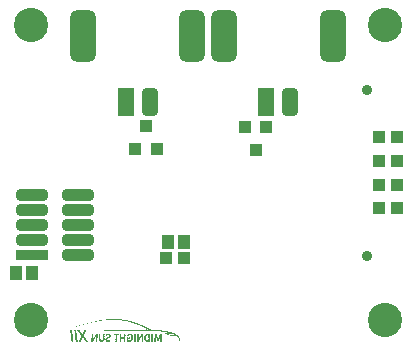
<source format=gbs>
G04*
G04 #@! TF.GenerationSoftware,Altium Limited,Altium Designer,19.0.10 (269)*
G04*
G04 Layer_Color=16711935*
%FSLAX25Y25*%
%MOIN*%
G70*
G01*
G75*
%ADD39R,0.04147X0.04147*%
%ADD40R,0.04143X0.04537*%
%ADD58C,0.11430*%
%ADD59C,0.03556*%
%ADD79R,0.03950X0.04343*%
%ADD80R,0.03950X0.03950*%
%ADD81R,0.10642X0.03753*%
G04:AMPARAMS|DCode=82|XSize=37.53mil|YSize=106.42mil|CornerRadius=11.38mil|HoleSize=0mil|Usage=FLASHONLY|Rotation=90.000|XOffset=0mil|YOffset=0mil|HoleType=Round|Shape=RoundedRectangle|*
%AMROUNDEDRECTD82*
21,1,0.03753,0.08366,0,0,90.0*
21,1,0.01476,0.10642,0,0,90.0*
1,1,0.02276,0.04183,0.00738*
1,1,0.02276,0.04183,-0.00738*
1,1,0.02276,-0.04183,-0.00738*
1,1,0.02276,-0.04183,0.00738*
%
%ADD82ROUNDEDRECTD82*%
G04:AMPARAMS|DCode=83|XSize=86.74mil|YSize=173.35mil|CornerRadius=23.68mil|HoleSize=0mil|Usage=FLASHONLY|Rotation=0.000|XOffset=0mil|YOffset=0mil|HoleType=Round|Shape=RoundedRectangle|*
%AMROUNDEDRECTD83*
21,1,0.08674,0.12598,0,0,0.0*
21,1,0.03937,0.17335,0,0,0.0*
1,1,0.04737,0.01968,-0.06299*
1,1,0.04737,-0.01968,-0.06299*
1,1,0.04737,-0.01968,0.06299*
1,1,0.04737,0.01968,0.06299*
%
%ADD83ROUNDEDRECTD83*%
G04:AMPARAMS|DCode=84|XSize=55.24mil|YSize=94.61mil|CornerRadius=15.81mil|HoleSize=0mil|Usage=FLASHONLY|Rotation=0.000|XOffset=0mil|YOffset=0mil|HoleType=Round|Shape=RoundedRectangle|*
%AMROUNDEDRECTD84*
21,1,0.05524,0.06299,0,0,0.0*
21,1,0.02362,0.09461,0,0,0.0*
1,1,0.03162,0.01181,-0.03150*
1,1,0.03162,-0.01181,-0.03150*
1,1,0.03162,-0.01181,0.03150*
1,1,0.03162,0.01181,0.03150*
%
%ADD84ROUNDEDRECTD84*%
%ADD85R,0.05524X0.09461*%
G36*
X38492Y10291D02*
X38525D01*
Y10259D01*
X38558D01*
Y10291D01*
X38656D01*
Y10259D01*
X38689D01*
Y10291D01*
X38722D01*
Y10259D01*
X38755D01*
Y10291D01*
X38788D01*
Y10259D01*
X38821D01*
Y10291D01*
X38853D01*
Y10259D01*
X39215D01*
Y10226D01*
X39247D01*
Y10259D01*
X39280D01*
Y10226D01*
X39313D01*
Y10259D01*
X39346D01*
Y10226D01*
X39444D01*
Y10259D01*
X39477D01*
Y10226D01*
X39510D01*
Y10193D01*
X39543D01*
Y10226D01*
X39576D01*
Y10193D01*
X39608D01*
Y10226D01*
X39641D01*
Y10193D01*
X39674D01*
Y10226D01*
X39707D01*
Y10193D01*
X39937D01*
Y10160D01*
X39970D01*
Y10193D01*
X40002D01*
Y10160D01*
X40035D01*
Y10193D01*
X40068D01*
Y10160D01*
X40167D01*
Y10127D01*
X40199D01*
Y10160D01*
X40232D01*
Y10127D01*
X40265D01*
Y10160D01*
X40298D01*
Y10127D01*
X40528D01*
Y10095D01*
X40560D01*
Y10127D01*
X40593D01*
Y10095D01*
X40692D01*
Y10062D01*
X40725D01*
Y10095D01*
X40758D01*
Y10062D01*
X40987D01*
Y10029D01*
X41020D01*
Y10062D01*
X41053D01*
Y10029D01*
X41151D01*
Y9996D01*
X41184D01*
Y10029D01*
X41217D01*
Y9996D01*
X41381D01*
Y9963D01*
X41414D01*
Y9996D01*
X41447D01*
Y9963D01*
X41480D01*
Y9930D01*
X41513D01*
Y9963D01*
X41545D01*
Y9930D01*
X41775D01*
Y9898D01*
X41874D01*
Y9865D01*
X41906D01*
Y9898D01*
X41939D01*
Y9865D01*
X42103D01*
Y9832D01*
X42136D01*
Y9799D01*
X42169D01*
Y9832D01*
X42202D01*
Y9799D01*
X42235D01*
Y9832D01*
X42268D01*
Y9799D01*
X42432D01*
Y9766D01*
X42465D01*
Y9734D01*
X42497D01*
Y9766D01*
X42530D01*
Y9734D01*
X42694D01*
Y9701D01*
X42727D01*
Y9734D01*
X42760D01*
Y9701D01*
X42793D01*
Y9668D01*
X42826D01*
Y9701D01*
X42858D01*
Y9668D01*
X42957D01*
Y9635D01*
X42990D01*
Y9668D01*
X43023D01*
Y9635D01*
X43121D01*
Y9602D01*
X43220D01*
Y9569D01*
X43252D01*
Y9602D01*
X43285D01*
Y9569D01*
X43318D01*
Y9537D01*
X43351D01*
Y9569D01*
X43384D01*
Y9537D01*
X43482D01*
Y9504D01*
X43581D01*
Y9471D01*
X43679D01*
Y9438D01*
X43712D01*
Y9471D01*
X43745D01*
Y9438D01*
X43778D01*
Y9405D01*
X43810D01*
Y9438D01*
X43843D01*
Y9405D01*
X43942D01*
Y9372D01*
X43975D01*
Y9405D01*
X44008D01*
Y9372D01*
X44040D01*
Y9340D01*
X44139D01*
Y9307D01*
X44172D01*
Y9340D01*
X44205D01*
Y9307D01*
X44237D01*
Y9274D01*
X44336D01*
Y9241D01*
X44434D01*
Y9208D01*
X44533D01*
Y9175D01*
X44566D01*
Y9143D01*
X44664D01*
Y9110D01*
X44697D01*
Y9143D01*
X44730D01*
Y9110D01*
X44763D01*
Y9077D01*
X44861D01*
Y9044D01*
X44894D01*
Y9011D01*
X44927D01*
Y9044D01*
X44960D01*
Y9011D01*
X45058D01*
Y8978D01*
X45091D01*
Y8946D01*
X45124D01*
Y8978D01*
X45156D01*
Y8946D01*
X45189D01*
Y8913D01*
X45222D01*
Y8946D01*
X45255D01*
Y8913D01*
X45288D01*
Y8880D01*
X45386D01*
Y8847D01*
X45419D01*
Y8880D01*
X45452D01*
Y8847D01*
X45485D01*
Y8814D01*
X45583D01*
Y8781D01*
X45616D01*
Y8749D01*
X45715D01*
Y8716D01*
X45813D01*
Y8683D01*
X45911D01*
Y8650D01*
X45944D01*
Y8617D01*
X45977D01*
Y8650D01*
X46010D01*
Y8617D01*
X46108D01*
Y8584D01*
X46141D01*
Y8552D01*
X46240D01*
Y8519D01*
X46273D01*
Y8486D01*
X46371D01*
Y8453D01*
X46404D01*
Y8486D01*
X46437D01*
Y8453D01*
X46470D01*
Y8420D01*
X46568D01*
Y8388D01*
X46601D01*
Y8355D01*
X46634D01*
Y8388D01*
X46667D01*
Y8355D01*
X46765D01*
Y8322D01*
X46798D01*
Y8289D01*
X46896D01*
Y8256D01*
X46929D01*
Y8223D01*
X47028D01*
Y8190D01*
X47060D01*
Y8223D01*
X47093D01*
Y8190D01*
X47126D01*
Y8158D01*
X47225D01*
Y8125D01*
X47258D01*
Y8092D01*
X47356D01*
Y8059D01*
X47389D01*
Y8092D01*
X47422D01*
Y8059D01*
X47455D01*
Y8026D01*
X47553D01*
Y7993D01*
X47586D01*
Y7961D01*
X47684D01*
Y7928D01*
X47717D01*
Y7895D01*
X47750D01*
Y7928D01*
X47783D01*
Y7895D01*
X47816D01*
Y7862D01*
X47848D01*
Y7895D01*
X47881D01*
Y7862D01*
X47914D01*
Y7829D01*
X48013D01*
Y7797D01*
X48045D01*
Y7764D01*
X48144D01*
Y7731D01*
X48177D01*
Y7698D01*
X48275D01*
Y7665D01*
X48308D01*
Y7632D01*
X48341D01*
Y7665D01*
X48374D01*
Y7632D01*
X48406D01*
Y7600D01*
X48439D01*
Y7567D01*
X48472D01*
Y7600D01*
X48505D01*
Y7567D01*
X48603D01*
Y7534D01*
X48636D01*
Y7501D01*
X48669D01*
Y7468D01*
X48768D01*
Y7435D01*
X48866D01*
Y7403D01*
X48899D01*
Y7370D01*
X48932D01*
Y7337D01*
X48965D01*
Y7304D01*
X48997D01*
Y7337D01*
X49030D01*
Y7304D01*
X49063D01*
Y7271D01*
X49096D01*
Y7304D01*
X49129D01*
Y7271D01*
Y7238D01*
X49194D01*
Y7206D01*
X49227D01*
Y7173D01*
X49326D01*
Y7140D01*
X49358D01*
Y7107D01*
X49457D01*
Y7074D01*
X49490D01*
Y7041D01*
X49588D01*
Y7009D01*
X49621D01*
Y6976D01*
X49720D01*
Y6943D01*
X49753D01*
Y6910D01*
X49785D01*
Y6877D01*
X49884D01*
Y6844D01*
X49917D01*
Y6812D01*
X49949D01*
Y6844D01*
X49982D01*
Y6812D01*
Y6779D01*
X50639D01*
Y6746D01*
X50672D01*
Y6779D01*
X50704D01*
Y6746D01*
X50737D01*
Y6779D01*
X50770D01*
Y6746D01*
X50803D01*
Y6779D01*
X50836D01*
Y6746D01*
X50869D01*
Y6779D01*
X50902D01*
Y6746D01*
X50934D01*
Y6779D01*
X50967D01*
Y6746D01*
X51000D01*
Y6713D01*
X51033D01*
Y6746D01*
X51066D01*
Y6713D01*
X51098D01*
Y6746D01*
X51131D01*
Y6713D01*
X51164D01*
Y6746D01*
X51197D01*
Y6713D01*
X51558D01*
Y6680D01*
X51591D01*
Y6713D01*
X51624D01*
Y6680D01*
X51657D01*
Y6713D01*
X51689D01*
Y6680D01*
X51722D01*
Y6713D01*
X51755D01*
Y6680D01*
X51854D01*
Y6648D01*
X51886D01*
Y6680D01*
X51919D01*
Y6648D01*
X51952D01*
Y6680D01*
X51985D01*
Y6648D01*
X52018D01*
Y6680D01*
X52051D01*
Y6648D01*
X52346D01*
Y6615D01*
X52379D01*
Y6648D01*
X52412D01*
Y6615D01*
X52444D01*
Y6648D01*
X52477D01*
Y6615D01*
X52510D01*
Y6648D01*
X52543D01*
Y6615D01*
X52576D01*
Y6582D01*
X52609D01*
Y6615D01*
X52641D01*
Y6582D01*
X52674D01*
Y6615D01*
X52707D01*
Y6582D01*
X52740D01*
Y6615D01*
X52773D01*
Y6582D01*
X53003D01*
Y6549D01*
X53035D01*
Y6582D01*
X53068D01*
Y6549D01*
X53101D01*
Y6582D01*
X53134D01*
Y6549D01*
X53232D01*
Y6516D01*
X53265D01*
Y6549D01*
X53298D01*
Y6516D01*
X53331D01*
Y6549D01*
X53364D01*
Y6516D01*
X53593D01*
Y6483D01*
X53626D01*
Y6516D01*
X53659D01*
Y6483D01*
X53692D01*
Y6516D01*
X53725D01*
Y6483D01*
X53758D01*
Y6451D01*
X53790D01*
Y6483D01*
X53823D01*
Y6451D01*
X54053D01*
Y6418D01*
X54086D01*
Y6451D01*
X54119D01*
Y6418D01*
X54151D01*
Y6385D01*
X54184D01*
Y6418D01*
X54217D01*
Y6385D01*
X54250D01*
Y6418D01*
X54283D01*
Y6385D01*
X54381D01*
Y6352D01*
X54414D01*
Y6385D01*
X54447D01*
Y6352D01*
X54480D01*
Y6385D01*
X54513D01*
Y6352D01*
X54545D01*
Y6319D01*
X54578D01*
Y6352D01*
X54611D01*
Y6319D01*
X54775D01*
Y6286D01*
X54808D01*
Y6319D01*
X54841D01*
Y6286D01*
X54874D01*
Y6254D01*
X54906D01*
Y6286D01*
X54939D01*
Y6254D01*
X55103D01*
Y6221D01*
X55136D01*
Y6254D01*
X55169D01*
Y6221D01*
X55202D01*
Y6188D01*
X55235D01*
Y6221D01*
X55268D01*
Y6188D01*
X55432D01*
Y6155D01*
X55465D01*
Y6188D01*
X55497D01*
Y6155D01*
X55530D01*
Y6122D01*
X55563D01*
Y6155D01*
X55596D01*
Y6122D01*
X55694D01*
Y6089D01*
X55727D01*
Y6122D01*
X55760D01*
Y6089D01*
X55793D01*
Y6122D01*
X55826D01*
Y6089D01*
X55858D01*
Y6057D01*
X55891D01*
Y6089D01*
X55924D01*
Y6057D01*
X56023D01*
Y6024D01*
X56055D01*
Y6057D01*
X56088D01*
Y6024D01*
X56187D01*
Y5991D01*
X56351D01*
Y5958D01*
X56384D01*
Y5991D01*
X56417D01*
Y5958D01*
X56450D01*
Y5925D01*
X56614D01*
Y5892D01*
X56646D01*
Y5925D01*
X56679D01*
Y5892D01*
X56712D01*
Y5860D01*
X56811D01*
Y5827D01*
X56843D01*
Y5860D01*
X56876D01*
Y5827D01*
X56909D01*
Y5794D01*
X56942D01*
Y5827D01*
X56975D01*
Y5794D01*
X57073D01*
Y5761D01*
X57106D01*
Y5728D01*
X57270D01*
Y5696D01*
X57303D01*
Y5663D01*
X57402D01*
Y5630D01*
X57500D01*
Y5597D01*
X57533D01*
Y5564D01*
X57566D01*
Y5597D01*
X57598D01*
Y5564D01*
X57631D01*
Y5531D01*
X57730D01*
Y5499D01*
X57763D01*
Y5466D01*
X57861D01*
Y5433D01*
X57894D01*
Y5400D01*
X57992D01*
Y5367D01*
X58025D01*
Y5334D01*
X58124D01*
Y5302D01*
X58157D01*
Y5269D01*
X58189D01*
Y5236D01*
X58255D01*
Y5203D01*
X58321D01*
Y5170D01*
X58354D01*
Y5138D01*
X58452D01*
Y5105D01*
X58485D01*
Y5072D01*
X58518D01*
Y5039D01*
X58551D01*
Y5006D01*
X58583D01*
Y4973D01*
X58616D01*
Y4941D01*
X58715D01*
Y4908D01*
Y4875D01*
X58780D01*
Y4842D01*
Y4809D01*
X58846D01*
Y4776D01*
X58879D01*
Y4744D01*
X58912D01*
Y4711D01*
X58944D01*
Y4678D01*
X58977D01*
Y4645D01*
Y4612D01*
X59043D01*
Y4579D01*
Y4547D01*
X59109D01*
Y4514D01*
Y4481D01*
X59141D01*
Y4448D01*
Y4415D01*
X59174D01*
Y4382D01*
X59207D01*
Y4350D01*
X59240D01*
Y4317D01*
X59273D01*
Y4284D01*
Y4251D01*
Y4218D01*
X59306D01*
Y4185D01*
X59338D01*
Y4153D01*
X59371D01*
Y4120D01*
Y4087D01*
X59404D01*
Y4054D01*
Y4021D01*
X59437D01*
Y3988D01*
X59470D01*
Y3956D01*
Y3923D01*
Y3890D01*
X59503D01*
Y3857D01*
Y3824D01*
Y3791D01*
X59535D01*
Y3759D01*
Y3726D01*
Y3693D01*
X59568D01*
Y3660D01*
X59535D01*
Y3627D01*
X59568D01*
Y3594D01*
Y3562D01*
Y3529D01*
Y3496D01*
Y3463D01*
X59601D01*
Y3430D01*
X59568D01*
Y3398D01*
X59601D01*
Y3365D01*
Y3332D01*
Y3299D01*
Y3266D01*
Y3233D01*
X59634D01*
Y3201D01*
X59601D01*
Y3168D01*
Y3135D01*
Y3102D01*
X59634D01*
Y3069D01*
X59601D01*
Y3036D01*
X59634D01*
Y3004D01*
X59601D01*
Y2971D01*
X59634D01*
Y2938D01*
X59601D01*
Y2905D01*
Y2872D01*
Y2840D01*
Y2807D01*
Y2774D01*
X59568D01*
Y2741D01*
X59601D01*
Y2708D01*
X59568D01*
Y2675D01*
X59601D01*
Y2643D01*
X59568D01*
Y2610D01*
Y2577D01*
Y2544D01*
Y2511D01*
Y2478D01*
X59535D01*
Y2446D01*
X59503D01*
Y2478D01*
Y2511D01*
Y2544D01*
X59470D01*
Y2577D01*
X59503D01*
Y2610D01*
X59470D01*
Y2643D01*
X59503D01*
Y2675D01*
X59470D01*
Y2708D01*
X59503D01*
Y2741D01*
X59470D01*
Y2774D01*
Y2807D01*
Y2840D01*
X59437D01*
Y2872D01*
Y2905D01*
Y2938D01*
X59404D01*
Y2971D01*
X59437D01*
Y3004D01*
X59404D01*
Y3036D01*
X59437D01*
Y3069D01*
X59404D01*
Y3102D01*
X59371D01*
Y3135D01*
Y3168D01*
Y3201D01*
X59338D01*
Y3233D01*
X59371D01*
Y3266D01*
X59338D01*
Y3299D01*
X59306D01*
Y3332D01*
Y3365D01*
Y3398D01*
X59273D01*
Y3430D01*
X59306D01*
Y3463D01*
X59273D01*
Y3496D01*
X59240D01*
Y3529D01*
Y3562D01*
Y3594D01*
X59207D01*
Y3627D01*
Y3660D01*
X59174D01*
Y3693D01*
Y3726D01*
X59141D01*
Y3759D01*
X59109D01*
Y3791D01*
Y3824D01*
Y3857D01*
X59076D01*
Y3890D01*
X59043D01*
Y3923D01*
X59010D01*
Y3956D01*
X59043D01*
Y3988D01*
X58977D01*
Y4021D01*
Y4054D01*
X58944D01*
Y4087D01*
X58912D01*
Y4120D01*
X58879D01*
Y4153D01*
X58846D01*
Y4185D01*
X58813D01*
Y4218D01*
Y4251D01*
X58780D01*
Y4284D01*
Y4317D01*
X58715D01*
Y4350D01*
Y4382D01*
X58649D01*
Y4415D01*
Y4448D01*
X58583D01*
Y4481D01*
X58551D01*
Y4514D01*
X58485D01*
Y4547D01*
X58452D01*
Y4579D01*
X58419D01*
Y4612D01*
X58386D01*
Y4645D01*
X58354D01*
Y4678D01*
X58321D01*
Y4711D01*
X58288D01*
Y4744D01*
X58255D01*
Y4776D01*
X58091D01*
Y4744D01*
X58058D01*
Y4776D01*
X58025D01*
Y4744D01*
X57992D01*
Y4776D01*
X57960D01*
Y4744D01*
X57861D01*
Y4711D01*
X57828D01*
Y4744D01*
X57795D01*
Y4711D01*
X57763D01*
Y4744D01*
X57730D01*
Y4711D01*
X57697D01*
Y4744D01*
X57664D01*
Y4711D01*
X57631D01*
Y4744D01*
X57598D01*
Y4711D01*
X57237D01*
Y4744D01*
X57205D01*
Y4711D01*
X57172D01*
Y4744D01*
X57139D01*
Y4711D01*
X57106D01*
Y4744D01*
X57073D01*
Y4711D01*
X57040D01*
Y4744D01*
X57007D01*
Y4711D01*
X56975D01*
Y4744D01*
X56942D01*
Y4711D01*
X56909D01*
Y4744D01*
X56811D01*
Y4776D01*
X56778D01*
Y4744D01*
X56745D01*
Y4776D01*
X56712D01*
Y4744D01*
X56679D01*
Y4776D01*
X56450D01*
Y4809D01*
X56417D01*
Y4776D01*
X56384D01*
Y4809D01*
X56351D01*
Y4842D01*
X56318D01*
Y4809D01*
X56285D01*
Y4842D01*
X56121D01*
Y4875D01*
X56088D01*
Y4842D01*
X56055D01*
Y4875D01*
X56023D01*
Y4908D01*
X55990D01*
Y4875D01*
X55957D01*
Y4908D01*
X55858D01*
Y4941D01*
X55826D01*
Y4908D01*
X55793D01*
Y4941D01*
X55760D01*
Y4973D01*
X55727D01*
Y4941D01*
X55694D01*
Y4973D01*
X55596D01*
Y5006D01*
X55497D01*
Y5039D01*
X55399D01*
Y5072D01*
X55300D01*
Y5105D01*
X55202D01*
Y5138D01*
X55103D01*
Y5170D01*
X55005D01*
Y5203D01*
X54972D01*
Y5236D01*
X54874D01*
Y5269D01*
X54841D01*
Y5302D01*
X54742D01*
Y5334D01*
X54644D01*
Y5367D01*
X54611D01*
Y5400D01*
X54578D01*
Y5367D01*
X54545D01*
Y5400D01*
X54513D01*
Y5433D01*
X54414D01*
Y5466D01*
X54513D01*
Y5499D01*
X54545D01*
Y5466D01*
X54578D01*
Y5499D01*
X54611D01*
Y5466D01*
X54644D01*
Y5499D01*
X54677D01*
Y5466D01*
X54710D01*
Y5499D01*
X54742D01*
Y5466D01*
X54775D01*
Y5499D01*
X54874D01*
Y5466D01*
X54906D01*
Y5499D01*
X54939D01*
Y5531D01*
X54972D01*
Y5499D01*
X55071D01*
Y5531D01*
X55103D01*
Y5499D01*
X55136D01*
Y5531D01*
X55169D01*
Y5499D01*
X55202D01*
Y5531D01*
X55235D01*
Y5499D01*
X55268D01*
Y5531D01*
X55300D01*
Y5499D01*
X55333D01*
Y5531D01*
X55366D01*
Y5499D01*
X55399D01*
Y5531D01*
X55497D01*
Y5499D01*
X55530D01*
Y5531D01*
X56285D01*
Y5564D01*
X56252D01*
Y5597D01*
X56220D01*
Y5564D01*
X56187D01*
Y5597D01*
X56088D01*
Y5630D01*
X55990D01*
Y5663D01*
X55957D01*
Y5630D01*
X55924D01*
Y5663D01*
X55891D01*
Y5696D01*
X55858D01*
Y5663D01*
X55826D01*
Y5696D01*
X55727D01*
Y5728D01*
X55694D01*
Y5696D01*
X55662D01*
Y5728D01*
X55629D01*
Y5761D01*
X55596D01*
Y5728D01*
X55563D01*
Y5761D01*
X55399D01*
Y5794D01*
X55366D01*
Y5827D01*
X55333D01*
Y5794D01*
X55300D01*
Y5827D01*
X55268D01*
Y5794D01*
X55235D01*
Y5827D01*
X55136D01*
Y5860D01*
X55103D01*
Y5827D01*
X55071D01*
Y5860D01*
X55038D01*
Y5892D01*
X55005D01*
Y5860D01*
X54972D01*
Y5892D01*
X54808D01*
Y5925D01*
X54710D01*
Y5958D01*
X54677D01*
Y5925D01*
X54644D01*
Y5958D01*
X54480D01*
Y5991D01*
X54447D01*
Y5958D01*
X54414D01*
Y5991D01*
X54381D01*
Y6024D01*
X54348D01*
Y5991D01*
X54316D01*
Y6024D01*
X54151D01*
Y6057D01*
X54119D01*
Y6024D01*
X54086D01*
Y6057D01*
X54053D01*
Y6024D01*
X54020D01*
Y6057D01*
X53922D01*
Y6089D01*
X53692D01*
Y6122D01*
X53659D01*
Y6089D01*
X53626D01*
Y6122D01*
X53593D01*
Y6155D01*
X53561D01*
Y6122D01*
X53593D01*
Y6089D01*
X53561D01*
Y6122D01*
X53528D01*
Y6155D01*
X53495D01*
Y6122D01*
X53462D01*
Y6155D01*
X53232D01*
Y6188D01*
X53199D01*
Y6155D01*
X53167D01*
Y6188D01*
X53134D01*
Y6155D01*
X53101D01*
Y6188D01*
X53003D01*
Y6221D01*
X52970D01*
Y6188D01*
X52937D01*
Y6221D01*
X52707D01*
Y6254D01*
X52674D01*
Y6221D01*
X52641D01*
Y6254D01*
X52609D01*
Y6221D01*
X52576D01*
Y6254D01*
X52543D01*
Y6286D01*
X52510D01*
Y6254D01*
X52543D01*
Y6221D01*
X52510D01*
Y6254D01*
X52477D01*
Y6286D01*
X52444D01*
Y6254D01*
X52412D01*
Y6286D01*
X52116D01*
Y6319D01*
X52083D01*
Y6286D01*
X52051D01*
Y6319D01*
X52018D01*
Y6286D01*
X51985D01*
Y6319D01*
X51952D01*
Y6286D01*
X51919D01*
Y6319D01*
X51821D01*
Y6352D01*
X51788D01*
Y6319D01*
X51755D01*
Y6352D01*
X51722D01*
Y6319D01*
X51689D01*
Y6352D01*
X51263D01*
Y6385D01*
X51230D01*
Y6352D01*
X51197D01*
Y6385D01*
X51098D01*
Y6418D01*
X51066D01*
Y6385D01*
X51098D01*
Y6352D01*
X51066D01*
Y6385D01*
X51033D01*
Y6418D01*
X51000D01*
Y6385D01*
X50967D01*
Y6418D01*
X50934D01*
Y6385D01*
X50902D01*
Y6418D01*
X50869D01*
Y6385D01*
X50836D01*
Y6418D01*
X50278D01*
Y6451D01*
X50245D01*
Y6418D01*
X50212D01*
Y6451D01*
X50179D01*
Y6418D01*
X50146D01*
Y6451D01*
X50114D01*
Y6418D01*
X50081D01*
Y6451D01*
X50048D01*
Y6418D01*
X50015D01*
Y6451D01*
X49982D01*
Y6418D01*
X49949D01*
Y6451D01*
X49917D01*
Y6418D01*
X49884D01*
Y6451D01*
X49851D01*
Y6418D01*
X49818D01*
Y6451D01*
X49588D01*
Y6483D01*
X49556D01*
Y6451D01*
X49457D01*
Y6483D01*
X49424D01*
Y6451D01*
X49326D01*
Y6483D01*
X49293D01*
Y6451D01*
X49260D01*
Y6483D01*
X49227D01*
Y6451D01*
X49194D01*
Y6483D01*
X49161D01*
Y6451D01*
X49129D01*
Y6483D01*
X49096D01*
Y6451D01*
X49063D01*
Y6483D01*
X49030D01*
Y6451D01*
X48997D01*
Y6483D01*
X48965D01*
Y6451D01*
X48932D01*
Y6483D01*
X48899D01*
Y6451D01*
X48866D01*
Y6483D01*
X48833D01*
Y6451D01*
X48800D01*
Y6483D01*
X48768D01*
Y6451D01*
X48735D01*
Y6483D01*
X48702D01*
Y6451D01*
X48669D01*
Y6483D01*
X48636D01*
Y6451D01*
X48603D01*
Y6483D01*
X48571D01*
Y6451D01*
X48538D01*
Y6483D01*
X48505D01*
Y6451D01*
X48472D01*
Y6483D01*
X48439D01*
Y6451D01*
X48406D01*
Y6483D01*
X48308D01*
Y6451D01*
X48275D01*
Y6483D01*
X48177D01*
Y6451D01*
X48144D01*
Y6483D01*
X48045D01*
Y6451D01*
X48013D01*
Y6483D01*
X47914D01*
Y6451D01*
X47881D01*
Y6483D01*
X47783D01*
Y6451D01*
X47750D01*
Y6483D01*
X47651D01*
Y6451D01*
X47619D01*
Y6483D01*
X47586D01*
Y6451D01*
X47553D01*
Y6483D01*
X47520D01*
Y6451D01*
X47487D01*
Y6483D01*
X47455D01*
Y6451D01*
X47422D01*
Y6483D01*
X47389D01*
Y6451D01*
X47356D01*
Y6483D01*
X47323D01*
Y6451D01*
X47290D01*
Y6483D01*
X47258D01*
Y6451D01*
X47225D01*
Y6483D01*
X47192D01*
Y6451D01*
X47159D01*
Y6483D01*
X47126D01*
Y6451D01*
X47093D01*
Y6483D01*
X47060D01*
Y6451D01*
X47028D01*
Y6483D01*
X46995D01*
Y6451D01*
X46962D01*
Y6483D01*
X46929D01*
Y6451D01*
X46896D01*
Y6483D01*
X46864D01*
Y6451D01*
X46831D01*
Y6483D01*
X46798D01*
Y6451D01*
X46765D01*
Y6483D01*
X46732D01*
Y6451D01*
X46699D01*
Y6483D01*
X46667D01*
Y6451D01*
X46634D01*
Y6483D01*
X46601D01*
Y6451D01*
X46568D01*
Y6483D01*
X46535D01*
Y6451D01*
X46437D01*
Y6483D01*
X46404D01*
Y6451D01*
X46306D01*
Y6483D01*
X46273D01*
Y6451D01*
X46174D01*
Y6483D01*
X46141D01*
Y6451D01*
X46043D01*
Y6483D01*
X46010D01*
Y6451D01*
X45911D01*
Y6418D01*
X45879D01*
Y6451D01*
X45649D01*
Y6418D01*
X45616D01*
Y6451D01*
X45518D01*
Y6418D01*
X45485D01*
Y6451D01*
X45452D01*
Y6418D01*
X45419D01*
Y6451D01*
X45386D01*
Y6418D01*
X45353D01*
Y6451D01*
X45255D01*
Y6418D01*
X45222D01*
Y6451D01*
X45189D01*
Y6418D01*
X45156D01*
Y6451D01*
X45124D01*
Y6418D01*
X45091D01*
Y6451D01*
X45058D01*
Y6418D01*
X45025D01*
Y6451D01*
X44992D01*
Y6418D01*
X44960D01*
Y6451D01*
X44927D01*
Y6418D01*
X44894D01*
Y6451D01*
X44861D01*
Y6418D01*
X44828D01*
Y6451D01*
X44795D01*
Y6418D01*
X44763D01*
Y6451D01*
X44730D01*
Y6418D01*
X44697D01*
Y6451D01*
X44664D01*
Y6418D01*
X44631D01*
Y6451D01*
X44598D01*
Y6418D01*
X44566D01*
Y6451D01*
X44533D01*
Y6418D01*
X44500D01*
Y6451D01*
X44467D01*
Y6418D01*
X44434D01*
Y6451D01*
X44401D01*
Y6418D01*
X44369D01*
Y6451D01*
X44336D01*
Y6418D01*
X44303D01*
Y6451D01*
X44270D01*
Y6418D01*
X44237D01*
Y6451D01*
X44205D01*
Y6418D01*
X44172D01*
Y6451D01*
X44139D01*
Y6418D01*
X44106D01*
Y6451D01*
X44073D01*
Y6418D01*
X44040D01*
Y6451D01*
X44008D01*
Y6418D01*
X43975D01*
Y6451D01*
X43942D01*
Y6418D01*
X43909D01*
Y6451D01*
X43876D01*
Y6418D01*
X43843D01*
Y6451D01*
X43810D01*
Y6418D01*
X43712D01*
Y6451D01*
X43679D01*
Y6418D01*
X43449D01*
Y6451D01*
X43417D01*
Y6418D01*
X43187D01*
Y6451D01*
X43154D01*
Y6418D01*
X38460D01*
Y6451D01*
X38427D01*
Y6418D01*
X38197D01*
Y6451D01*
X38164D01*
Y6418D01*
X38000D01*
Y6451D01*
X37967D01*
Y6418D01*
X37934D01*
Y6451D01*
X37901D01*
Y6418D01*
X37869D01*
Y6451D01*
X37836D01*
Y6418D01*
X37803D01*
Y6451D01*
X37770D01*
Y6418D01*
X37737D01*
Y6451D01*
X37704D01*
Y6418D01*
X37672D01*
Y6451D01*
X37639D01*
Y6418D01*
X37606D01*
Y6451D01*
X37573D01*
Y6418D01*
X37540D01*
Y6451D01*
X37508D01*
Y6418D01*
X37475D01*
Y6451D01*
X37442D01*
Y6418D01*
X37409D01*
Y6451D01*
X37376D01*
Y6418D01*
X37343D01*
Y6451D01*
X37310D01*
Y6418D01*
X37278D01*
Y6451D01*
X37245D01*
Y6418D01*
X37212D01*
Y6451D01*
X37179D01*
Y6418D01*
X37146D01*
Y6451D01*
X37113D01*
Y6418D01*
X37081D01*
Y6451D01*
X37048D01*
Y6418D01*
X37015D01*
Y6451D01*
X36982D01*
Y6418D01*
X36949D01*
Y6451D01*
X36917D01*
Y6418D01*
X36884D01*
Y6451D01*
X36851D01*
Y6418D01*
X36818D01*
Y6451D01*
X36785D01*
Y6418D01*
X36752D01*
Y6451D01*
X36720D01*
Y6418D01*
X36687D01*
Y6451D01*
X36654D01*
Y6418D01*
X36621D01*
Y6451D01*
X36588D01*
Y6418D01*
X36555D01*
Y6451D01*
X36523D01*
Y6418D01*
X36490D01*
Y6451D01*
X36457D01*
Y6418D01*
X36424D01*
Y6451D01*
X36391D01*
Y6418D01*
X36358D01*
Y6451D01*
X36194D01*
Y6418D01*
X36162D01*
Y6451D01*
X36063D01*
Y6483D01*
X36030D01*
Y6451D01*
X35932D01*
Y6483D01*
X35899D01*
Y6451D01*
X35866D01*
Y6483D01*
X35833D01*
Y6451D01*
X35800D01*
Y6483D01*
X35768D01*
Y6451D01*
X35735D01*
Y6483D01*
X35702D01*
Y6451D01*
X35669D01*
Y6483D01*
X35636D01*
Y6451D01*
X35603D01*
Y6483D01*
X35571D01*
Y6451D01*
X35538D01*
Y6483D01*
X35505D01*
Y6451D01*
X35472D01*
Y6483D01*
X35439D01*
Y6451D01*
X35407D01*
Y6483D01*
X35308D01*
Y6451D01*
X35275D01*
Y6483D01*
X34586D01*
Y6516D01*
X34553D01*
Y6483D01*
X34520D01*
Y6516D01*
X34487D01*
Y6483D01*
X34454D01*
Y6516D01*
X34422D01*
Y6483D01*
X34389D01*
Y6516D01*
X34356D01*
Y6483D01*
X34323D01*
Y6516D01*
X34290D01*
Y6483D01*
X34258D01*
Y6516D01*
X34159D01*
Y6549D01*
X34126D01*
Y6516D01*
X34159D01*
Y6483D01*
X34126D01*
Y6516D01*
X34093D01*
Y6549D01*
X34060D01*
Y6516D01*
X34028D01*
Y6549D01*
X33995D01*
Y6516D01*
X33962D01*
Y6549D01*
X33929D01*
Y6516D01*
X33896D01*
Y6549D01*
X33404D01*
Y6582D01*
X33371D01*
Y6549D01*
X33338D01*
Y6582D01*
X33305D01*
Y6549D01*
X33273D01*
Y6582D01*
X33240D01*
Y6549D01*
X33207D01*
Y6582D01*
X33174D01*
Y6549D01*
X33141D01*
Y6582D01*
X33043D01*
Y6615D01*
X33010D01*
Y6582D01*
X32912D01*
Y6615D01*
X32879D01*
Y6582D01*
X32846D01*
Y6615D01*
X32813D01*
Y6582D01*
X32780D01*
Y6615D01*
X32353D01*
Y6648D01*
X32321D01*
Y6615D01*
X32288D01*
Y6648D01*
X32255D01*
Y6615D01*
X32222D01*
Y6648D01*
X32189D01*
Y6615D01*
X32157D01*
Y6648D01*
X32058D01*
Y6680D01*
X32025D01*
Y6648D01*
X31992D01*
Y6680D01*
X31960D01*
Y6648D01*
X31927D01*
Y6680D01*
X31894D01*
Y6648D01*
X31861D01*
Y6680D01*
X31828D01*
Y6648D01*
X31795D01*
Y6680D01*
X31434D01*
Y6713D01*
X31401D01*
Y6680D01*
X31369D01*
Y6713D01*
X31336D01*
Y6680D01*
X31303D01*
Y6713D01*
X31270D01*
Y6680D01*
X31237D01*
Y6713D01*
X31204D01*
Y6680D01*
X31172D01*
Y6713D01*
X31073D01*
Y6746D01*
X31040D01*
Y6713D01*
X31008D01*
Y6746D01*
X30975D01*
Y6713D01*
X30942D01*
Y6746D01*
X30909D01*
Y6713D01*
X30876D01*
Y6746D01*
X30515D01*
Y6779D01*
X31270D01*
Y6746D01*
X31303D01*
Y6779D01*
X31336D01*
Y6746D01*
X31369D01*
Y6779D01*
X31401D01*
Y6746D01*
X31434D01*
Y6779D01*
X31467D01*
Y6746D01*
X31500D01*
Y6779D01*
X31533D01*
Y6746D01*
X31566D01*
Y6779D01*
X31598D01*
Y6746D01*
X31631D01*
Y6779D01*
X31664D01*
Y6746D01*
X31697D01*
Y6779D01*
X31730D01*
Y6746D01*
X31762D01*
Y6779D01*
X31795D01*
Y6746D01*
X31894D01*
Y6779D01*
X31927D01*
Y6746D01*
X32025D01*
Y6779D01*
X32058D01*
Y6746D01*
X32157D01*
Y6779D01*
X32189D01*
Y6746D01*
X32288D01*
Y6779D01*
X32321D01*
Y6746D01*
X32419D01*
Y6779D01*
X32452D01*
Y6746D01*
X32550D01*
Y6779D01*
X32583D01*
Y6746D01*
X32616D01*
Y6713D01*
X32649D01*
Y6746D01*
X32747D01*
Y6713D01*
X32780D01*
Y6746D01*
X32879D01*
Y6713D01*
X32912D01*
Y6746D01*
X32944D01*
Y6713D01*
X32977D01*
Y6746D01*
X33010D01*
Y6713D01*
X33043D01*
Y6746D01*
X33141D01*
Y6713D01*
X33174D01*
Y6746D01*
X33273D01*
Y6713D01*
X33305D01*
Y6746D01*
X33404D01*
Y6713D01*
X33437D01*
Y6746D01*
X33535D01*
Y6713D01*
X33568D01*
Y6746D01*
X33601D01*
Y6713D01*
X33634D01*
Y6746D01*
X33667D01*
Y6713D01*
X33699D01*
Y6746D01*
X33732D01*
Y6713D01*
X33765D01*
Y6746D01*
X33798D01*
Y6713D01*
X33831D01*
Y6746D01*
X33863D01*
Y6713D01*
X33896D01*
Y6746D01*
X33929D01*
Y6713D01*
X33962D01*
Y6746D01*
X33995D01*
Y6713D01*
X34028D01*
Y6746D01*
X34060D01*
Y6713D01*
X34093D01*
Y6746D01*
X34126D01*
Y6713D01*
X34159D01*
Y6746D01*
X34192D01*
Y6713D01*
X34225D01*
Y6746D01*
X34258D01*
Y6713D01*
X34290D01*
Y6746D01*
X34323D01*
Y6713D01*
X34356D01*
Y6746D01*
X34454D01*
Y6713D01*
X34487D01*
Y6746D01*
X34520D01*
Y6779D01*
X34553D01*
Y6746D01*
X34651D01*
Y6779D01*
X34684D01*
Y6746D01*
X34783D01*
Y6779D01*
X34816D01*
Y6746D01*
X34848D01*
Y6779D01*
X34881D01*
Y6746D01*
X34914D01*
Y6779D01*
X34947D01*
Y6746D01*
X34980D01*
Y6779D01*
X35013D01*
Y6746D01*
X35045D01*
Y6779D01*
X35078D01*
Y6746D01*
X35111D01*
Y6779D01*
X35144D01*
Y6746D01*
X35177D01*
Y6779D01*
X35210D01*
Y6746D01*
X35242D01*
Y6779D01*
X35275D01*
Y6746D01*
X35308D01*
Y6779D01*
X35341D01*
Y6746D01*
X35374D01*
Y6779D01*
X35407D01*
Y6746D01*
X35439D01*
Y6779D01*
X35472D01*
Y6746D01*
X35505D01*
Y6779D01*
X35538D01*
Y6746D01*
X35571D01*
Y6779D01*
X35603D01*
Y6746D01*
X35636D01*
Y6779D01*
X35669D01*
Y6746D01*
X35702D01*
Y6779D01*
X35735D01*
Y6746D01*
X35768D01*
Y6779D01*
X35800D01*
Y6746D01*
X35833D01*
Y6779D01*
X35866D01*
Y6746D01*
X35899D01*
Y6779D01*
X35932D01*
Y6746D01*
X35965D01*
Y6779D01*
X35997D01*
Y6746D01*
X36030D01*
Y6779D01*
X36063D01*
Y6746D01*
X36096D01*
Y6779D01*
X36129D01*
Y6746D01*
X36162D01*
Y6779D01*
X36194D01*
Y6746D01*
X36227D01*
Y6779D01*
X36260D01*
Y6746D01*
X36293D01*
Y6779D01*
X36326D01*
Y6746D01*
X36358D01*
Y6779D01*
X36391D01*
Y6746D01*
X36424D01*
Y6779D01*
X36457D01*
Y6746D01*
X36490D01*
Y6779D01*
X36523D01*
Y6746D01*
X36555D01*
Y6779D01*
X36588D01*
Y6746D01*
X36621D01*
Y6779D01*
X36654D01*
Y6746D01*
X36687D01*
Y6779D01*
X36720D01*
Y6746D01*
X36752D01*
Y6779D01*
X36785D01*
Y6746D01*
X36818D01*
Y6779D01*
X36851D01*
Y6746D01*
X36884D01*
Y6779D01*
X36917D01*
Y6746D01*
X36949D01*
Y6779D01*
X36982D01*
Y6746D01*
X37015D01*
Y6779D01*
X37048D01*
Y6746D01*
X37081D01*
Y6779D01*
X37113D01*
Y6746D01*
X37146D01*
Y6779D01*
X37179D01*
Y6746D01*
X37212D01*
Y6779D01*
X37245D01*
Y6746D01*
X37278D01*
Y6779D01*
X37310D01*
Y6746D01*
X37343D01*
Y6779D01*
X37376D01*
Y6746D01*
X37409D01*
Y6779D01*
X37442D01*
Y6746D01*
X37475D01*
Y6779D01*
X37508D01*
Y6746D01*
X37540D01*
Y6779D01*
X37573D01*
Y6746D01*
X37606D01*
Y6779D01*
X37639D01*
Y6746D01*
X37672D01*
Y6779D01*
X37704D01*
Y6746D01*
X37737D01*
Y6779D01*
X37770D01*
Y6746D01*
X37803D01*
Y6779D01*
X37836D01*
Y6746D01*
X37869D01*
Y6779D01*
X37901D01*
Y6746D01*
X37934D01*
Y6779D01*
X37967D01*
Y6746D01*
X38000D01*
Y6779D01*
X38033D01*
Y6746D01*
X38066D01*
Y6779D01*
X38098D01*
Y6746D01*
X38131D01*
Y6779D01*
X38164D01*
Y6746D01*
X38197D01*
Y6779D01*
X38230D01*
Y6746D01*
X38263D01*
Y6779D01*
X38295D01*
Y6746D01*
X38328D01*
Y6779D01*
X38361D01*
Y6746D01*
X38394D01*
Y6779D01*
X38427D01*
Y6746D01*
X38460D01*
Y6779D01*
X38492D01*
Y6746D01*
X38525D01*
Y6779D01*
X38558D01*
Y6746D01*
X38591D01*
Y6779D01*
X38624D01*
Y6746D01*
X38656D01*
Y6779D01*
X38689D01*
Y6746D01*
X38722D01*
Y6779D01*
X38755D01*
Y6746D01*
X38788D01*
Y6779D01*
X38821D01*
Y6746D01*
X38853D01*
Y6779D01*
X38886D01*
Y6746D01*
X38919D01*
Y6779D01*
X38952D01*
Y6746D01*
X38985D01*
Y6779D01*
X39018D01*
Y6746D01*
X39050D01*
Y6779D01*
X39083D01*
Y6746D01*
X39116D01*
Y6779D01*
X39149D01*
Y6746D01*
X39182D01*
Y6779D01*
X39215D01*
Y6746D01*
X39247D01*
Y6779D01*
X39280D01*
Y6746D01*
X39313D01*
Y6779D01*
X39346D01*
Y6746D01*
X39379D01*
Y6779D01*
X39412D01*
Y6746D01*
X39444D01*
Y6779D01*
X39477D01*
Y6746D01*
X39510D01*
Y6779D01*
X39543D01*
Y6746D01*
X39576D01*
Y6779D01*
X39608D01*
Y6746D01*
X39641D01*
Y6779D01*
X39674D01*
Y6746D01*
X39707D01*
Y6779D01*
X39740D01*
Y6746D01*
X39773D01*
Y6779D01*
X39805D01*
Y6746D01*
X39838D01*
Y6779D01*
X39871D01*
Y6746D01*
X39904D01*
Y6779D01*
X39937D01*
Y6746D01*
X39970D01*
Y6779D01*
X40002D01*
Y6746D01*
X40035D01*
Y6779D01*
X40068D01*
Y6746D01*
X40101D01*
Y6779D01*
X40134D01*
Y6746D01*
X40167D01*
Y6779D01*
X40199D01*
Y6746D01*
X40232D01*
Y6779D01*
X40265D01*
Y6746D01*
X40298D01*
Y6779D01*
X40331D01*
Y6746D01*
X40429D01*
Y6779D01*
X40462D01*
Y6746D01*
X40560D01*
Y6779D01*
X40593D01*
Y6746D01*
X40692D01*
Y6779D01*
X40725D01*
Y6746D01*
X40823D01*
Y6779D01*
X40856D01*
Y6746D01*
X40955D01*
Y6779D01*
X40987D01*
Y6746D01*
X41086D01*
Y6779D01*
X41119D01*
Y6746D01*
X41217D01*
Y6779D01*
X41250D01*
Y6746D01*
X41348D01*
Y6779D01*
X41381D01*
Y6746D01*
X41480D01*
Y6779D01*
X41513D01*
Y6746D01*
X41611D01*
Y6779D01*
X41644D01*
Y6746D01*
X41742D01*
Y6779D01*
X41775D01*
Y6746D01*
X41874D01*
Y6779D01*
X41906D01*
Y6746D01*
X41939D01*
Y6779D01*
X41972D01*
Y6746D01*
X42005D01*
Y6779D01*
X42038D01*
Y6746D01*
X42071D01*
Y6779D01*
X42103D01*
Y6746D01*
X42136D01*
Y6779D01*
X42169D01*
Y6746D01*
X42202D01*
Y6779D01*
X42235D01*
Y6746D01*
X42268D01*
Y6779D01*
X42300D01*
Y6746D01*
X42333D01*
Y6779D01*
X42366D01*
Y6746D01*
X42399D01*
Y6779D01*
X42432D01*
Y6746D01*
X42465D01*
Y6779D01*
X42497D01*
Y6746D01*
X42530D01*
Y6779D01*
X42563D01*
Y6746D01*
X42596D01*
Y6779D01*
X42629D01*
Y6746D01*
X42661D01*
Y6779D01*
X42694D01*
Y6746D01*
X42727D01*
Y6779D01*
X42760D01*
Y6746D01*
X42793D01*
Y6779D01*
X42826D01*
Y6746D01*
X42858D01*
Y6779D01*
X42891D01*
Y6746D01*
X42924D01*
Y6779D01*
X42957D01*
Y6746D01*
X42990D01*
Y6779D01*
X43023D01*
Y6746D01*
X43055D01*
Y6779D01*
X43088D01*
Y6746D01*
X43121D01*
Y6779D01*
X43154D01*
Y6746D01*
X43187D01*
Y6779D01*
X43220D01*
Y6746D01*
X43252D01*
Y6779D01*
X43351D01*
Y6746D01*
X43384D01*
Y6779D01*
X43417D01*
Y6746D01*
X43449D01*
Y6779D01*
X43482D01*
Y6746D01*
X43515D01*
Y6779D01*
X43548D01*
Y6746D01*
X43581D01*
Y6779D01*
X43613D01*
Y6746D01*
X43646D01*
Y6779D01*
X43679D01*
Y6746D01*
X43712D01*
Y6779D01*
X45977D01*
Y6812D01*
X46010D01*
Y6779D01*
X46108D01*
Y6812D01*
X46141D01*
Y6779D01*
X46240D01*
Y6812D01*
X46273D01*
Y6779D01*
X46371D01*
Y6812D01*
X46404D01*
Y6779D01*
X46437D01*
Y6812D01*
X46470D01*
Y6779D01*
X46502D01*
Y6812D01*
X46535D01*
Y6779D01*
X46568D01*
Y6812D01*
X46601D01*
Y6779D01*
X46634D01*
Y6812D01*
X46667D01*
Y6779D01*
X46699D01*
Y6812D01*
X46732D01*
Y6779D01*
X46765D01*
Y6812D01*
X46798D01*
Y6779D01*
X46831D01*
Y6812D01*
X46864D01*
Y6779D01*
X46896D01*
Y6812D01*
X46929D01*
Y6779D01*
X46962D01*
Y6812D01*
X46995D01*
Y6779D01*
X47028D01*
Y6812D01*
X47060D01*
Y6779D01*
X47093D01*
Y6812D01*
X47126D01*
Y6779D01*
X47159D01*
Y6812D01*
X47192D01*
Y6779D01*
X47225D01*
Y6812D01*
X47258D01*
Y6779D01*
X47290D01*
Y6812D01*
X47323D01*
Y6779D01*
X47356D01*
Y6812D01*
X47389D01*
Y6779D01*
X47422D01*
Y6812D01*
X47455D01*
Y6779D01*
X47487D01*
Y6812D01*
X47520D01*
Y6779D01*
X47553D01*
Y6812D01*
X47651D01*
Y6779D01*
X47684D01*
Y6812D01*
X47717D01*
Y6779D01*
X47750D01*
Y6812D01*
X47783D01*
Y6779D01*
X47816D01*
Y6812D01*
X47914D01*
Y6779D01*
X47947D01*
Y6812D01*
X48045D01*
Y6779D01*
X48078D01*
Y6812D01*
X48111D01*
Y6844D01*
X48144D01*
Y6812D01*
X48242D01*
Y6844D01*
X48275D01*
Y6812D01*
X48308D01*
Y6779D01*
X48341D01*
Y6812D01*
X48374D01*
Y6844D01*
X48406D01*
Y6812D01*
X48571D01*
Y6779D01*
X48603D01*
Y6812D01*
X48636D01*
Y6844D01*
X48669D01*
Y6812D01*
X48702D01*
Y6779D01*
X48735D01*
Y6812D01*
X48768D01*
Y6844D01*
X48669D01*
Y6877D01*
X48636D01*
Y6910D01*
X48603D01*
Y6943D01*
X48505D01*
Y6976D01*
X48472D01*
Y7009D01*
X48374D01*
Y7041D01*
X48341D01*
Y7074D01*
X48242D01*
Y7107D01*
X48210D01*
Y7140D01*
X48111D01*
Y7173D01*
X48078D01*
Y7206D01*
X47980D01*
Y7238D01*
X47947D01*
Y7271D01*
X47848D01*
Y7304D01*
X47816D01*
Y7337D01*
X47717D01*
Y7370D01*
X47684D01*
Y7403D01*
X47586D01*
Y7435D01*
X47553D01*
Y7468D01*
X47455D01*
Y7501D01*
X47422D01*
Y7534D01*
X47323D01*
Y7567D01*
X47290D01*
Y7600D01*
X47192D01*
Y7632D01*
X47159D01*
Y7665D01*
X47060D01*
Y7698D01*
X47028D01*
Y7731D01*
X46929D01*
Y7764D01*
X46896D01*
Y7797D01*
X46864D01*
Y7764D01*
X46831D01*
Y7797D01*
X46798D01*
Y7829D01*
X46765D01*
Y7862D01*
X46667D01*
Y7895D01*
X46568D01*
Y7928D01*
X46535D01*
Y7961D01*
X46502D01*
Y7993D01*
X46470D01*
Y7961D01*
X46502D01*
Y7928D01*
X46470D01*
Y7961D01*
X46437D01*
Y7993D01*
X46338D01*
Y8026D01*
X46306D01*
Y8059D01*
X46207D01*
Y8092D01*
X46174D01*
Y8125D01*
X46076D01*
Y8158D01*
X46043D01*
Y8190D01*
X46010D01*
Y8158D01*
X45977D01*
Y8190D01*
X45879D01*
Y8223D01*
X45846D01*
Y8256D01*
X45747D01*
Y8289D01*
X45649D01*
Y8322D01*
X45616D01*
Y8355D01*
X45583D01*
Y8322D01*
X45551D01*
Y8355D01*
X45518D01*
Y8388D01*
X45419D01*
Y8420D01*
X45386D01*
Y8453D01*
X45353D01*
Y8420D01*
X45321D01*
Y8453D01*
X45222D01*
Y8486D01*
X45189D01*
Y8519D01*
X45091D01*
Y8552D01*
X44992D01*
Y8584D01*
X44894D01*
Y8617D01*
X44861D01*
Y8650D01*
X44763D01*
Y8683D01*
X44730D01*
Y8650D01*
X44697D01*
Y8683D01*
X44664D01*
Y8716D01*
X44566D01*
Y8749D01*
X44533D01*
Y8781D01*
X44500D01*
Y8749D01*
X44533D01*
Y8716D01*
X44500D01*
Y8749D01*
X44467D01*
Y8781D01*
X44369D01*
Y8814D01*
X44336D01*
Y8847D01*
X44303D01*
Y8814D01*
X44270D01*
Y8847D01*
X44172D01*
Y8880D01*
X44139D01*
Y8913D01*
X43975D01*
Y8946D01*
X43942D01*
Y8978D01*
X43778D01*
Y9011D01*
X43745D01*
Y9044D01*
X43581D01*
Y9077D01*
X43548D01*
Y9110D01*
X43515D01*
Y9077D01*
X43482D01*
Y9110D01*
X43384D01*
Y9143D01*
X43351D01*
Y9175D01*
X43187D01*
Y9208D01*
X43154D01*
Y9241D01*
X43121D01*
Y9208D01*
X43088D01*
Y9241D01*
X42990D01*
Y9274D01*
X42957D01*
Y9307D01*
X42924D01*
Y9274D01*
X42957D01*
Y9241D01*
X42924D01*
Y9274D01*
X42891D01*
Y9307D01*
X42793D01*
Y9340D01*
X42760D01*
Y9307D01*
X42727D01*
Y9340D01*
X42629D01*
Y9372D01*
X42530D01*
Y9405D01*
X42497D01*
Y9372D01*
X42465D01*
Y9405D01*
X42432D01*
Y9438D01*
X42268D01*
Y9471D01*
X42235D01*
Y9438D01*
X42202D01*
Y9471D01*
X42169D01*
Y9504D01*
X42136D01*
Y9471D01*
X42103D01*
Y9504D01*
X42005D01*
Y9537D01*
X41972D01*
Y9504D01*
X41939D01*
Y9537D01*
X41906D01*
Y9569D01*
X41874D01*
Y9537D01*
X41906D01*
Y9504D01*
X41874D01*
Y9537D01*
X41841D01*
Y9569D01*
X41677D01*
Y9602D01*
X41644D01*
Y9569D01*
X41611D01*
Y9602D01*
X41578D01*
Y9635D01*
X41545D01*
Y9602D01*
X41513D01*
Y9635D01*
X41480D01*
Y9602D01*
X41447D01*
Y9635D01*
X41283D01*
Y9668D01*
X41250D01*
Y9635D01*
X41217D01*
Y9668D01*
X41184D01*
Y9701D01*
X41151D01*
Y9668D01*
X41119D01*
Y9701D01*
X40955D01*
Y9734D01*
X40922D01*
Y9701D01*
X40889D01*
Y9734D01*
X40856D01*
Y9701D01*
X40823D01*
Y9734D01*
X40790D01*
Y9766D01*
X40758D01*
Y9734D01*
X40725D01*
Y9766D01*
X40692D01*
Y9734D01*
X40659D01*
Y9766D01*
X40429D01*
Y9799D01*
X40396D01*
Y9766D01*
X40363D01*
Y9799D01*
X40331D01*
Y9832D01*
X40298D01*
Y9799D01*
X40331D01*
Y9766D01*
X40298D01*
Y9799D01*
X40265D01*
Y9832D01*
X40232D01*
Y9799D01*
X40199D01*
Y9832D01*
X40167D01*
Y9799D01*
X40134D01*
Y9832D01*
X39904D01*
Y9865D01*
X39871D01*
Y9832D01*
X39838D01*
Y9865D01*
X39805D01*
Y9832D01*
X39773D01*
Y9865D01*
X39740D01*
Y9832D01*
X39707D01*
Y9865D01*
X39608D01*
Y9898D01*
X39576D01*
Y9865D01*
X39543D01*
Y9898D01*
X39510D01*
Y9865D01*
X39477D01*
Y9898D01*
X39182D01*
Y9930D01*
X39149D01*
Y9898D01*
X39116D01*
Y9930D01*
X39083D01*
Y9898D01*
X39050D01*
Y9930D01*
X39018D01*
Y9963D01*
X38985D01*
Y9930D01*
X39018D01*
Y9898D01*
X38985D01*
Y9930D01*
X38952D01*
Y9963D01*
X38919D01*
Y9930D01*
X38886D01*
Y9963D01*
X38853D01*
Y9930D01*
X38821D01*
Y9963D01*
X38788D01*
Y9930D01*
X38755D01*
Y9963D01*
X38328D01*
Y9996D01*
X38295D01*
Y9963D01*
X38263D01*
Y9996D01*
X38230D01*
Y9963D01*
X38197D01*
Y9996D01*
X38164D01*
Y9963D01*
X38131D01*
Y9996D01*
X38098D01*
Y9963D01*
X38066D01*
Y9996D01*
X38033D01*
Y9963D01*
X38000D01*
Y9996D01*
X37901D01*
Y9963D01*
X37869D01*
Y9996D01*
X37770D01*
Y10029D01*
X37737D01*
Y9996D01*
X37704D01*
Y10029D01*
X37672D01*
Y9996D01*
X37639D01*
Y10029D01*
X37606D01*
Y9996D01*
X37573D01*
Y10029D01*
X37540D01*
Y9996D01*
X37508D01*
Y10029D01*
X37475D01*
Y9996D01*
X37442D01*
Y10029D01*
X37409D01*
Y9996D01*
X37376D01*
Y10029D01*
X37343D01*
Y9996D01*
X37310D01*
Y10029D01*
X37278D01*
Y9996D01*
X37245D01*
Y10029D01*
X37146D01*
Y9996D01*
X37113D01*
Y10029D01*
X35965D01*
Y9996D01*
X35932D01*
Y10029D01*
X35833D01*
Y9996D01*
X35800D01*
Y10029D01*
X35768D01*
Y9996D01*
X35735D01*
Y10029D01*
X35702D01*
Y9996D01*
X35669D01*
Y10029D01*
X35636D01*
Y9996D01*
X35603D01*
Y10029D01*
X35571D01*
Y9996D01*
X35538D01*
Y10029D01*
X35505D01*
Y9996D01*
X35407D01*
Y10029D01*
X35374D01*
Y9996D01*
X35275D01*
Y9963D01*
X35242D01*
Y9996D01*
X35210D01*
Y9963D01*
X35177D01*
Y9996D01*
X35144D01*
Y9963D01*
X34783D01*
Y9930D01*
X34750D01*
Y9963D01*
X34717D01*
Y9930D01*
X34684D01*
Y9963D01*
X34651D01*
Y9930D01*
X34619D01*
Y9898D01*
X34586D01*
Y9930D01*
X34553D01*
Y9898D01*
X34520D01*
Y9930D01*
X34487D01*
Y9898D01*
X34258D01*
Y9865D01*
X34225D01*
Y9898D01*
X34192D01*
Y9865D01*
X34093D01*
Y9832D01*
X34060D01*
Y9865D01*
X34028D01*
Y9832D01*
X33995D01*
Y9865D01*
X33962D01*
Y9832D01*
X33798D01*
Y9799D01*
X33765D01*
Y9832D01*
X33732D01*
Y9799D01*
X33699D01*
Y9832D01*
X33667D01*
Y9799D01*
X33634D01*
Y9766D01*
X33601D01*
Y9799D01*
X33568D01*
Y9766D01*
X33535D01*
Y9799D01*
X33502D01*
Y9766D01*
X33338D01*
Y9734D01*
X33305D01*
Y9766D01*
X33273D01*
Y9734D01*
X33174D01*
Y9701D01*
X33141D01*
Y9734D01*
X33108D01*
Y9701D01*
X32944D01*
Y9668D01*
X32912D01*
Y9701D01*
X32879D01*
Y9668D01*
X32846D01*
Y9701D01*
X32813D01*
Y9668D01*
X32846D01*
Y9635D01*
X32813D01*
Y9668D01*
X32780D01*
Y9635D01*
X32747D01*
Y9668D01*
X32715D01*
Y9635D01*
X32550D01*
Y9602D01*
X32518D01*
Y9635D01*
X32485D01*
Y9602D01*
X32452D01*
Y9569D01*
X32419D01*
Y9602D01*
X32386D01*
Y9569D01*
X32222D01*
Y9537D01*
X32189D01*
Y9569D01*
X32157D01*
Y9537D01*
X32058D01*
Y9504D01*
X31894D01*
Y9471D01*
X31861D01*
Y9504D01*
X31828D01*
Y9471D01*
X31730D01*
Y9438D01*
X31566D01*
Y9405D01*
X31533D01*
Y9438D01*
X31500D01*
Y9405D01*
X31467D01*
Y9372D01*
X31434D01*
Y9405D01*
X31401D01*
Y9372D01*
X31237D01*
Y9340D01*
X31204D01*
Y9372D01*
X31172D01*
Y9340D01*
X31139D01*
Y9307D01*
X31106D01*
Y9340D01*
X31073D01*
Y9307D01*
X30909D01*
Y9274D01*
X30876D01*
Y9307D01*
X30843D01*
Y9274D01*
X30876D01*
Y9241D01*
X30843D01*
Y9274D01*
X30810D01*
Y9241D01*
X30778D01*
Y9274D01*
X30745D01*
Y9241D01*
X30646D01*
Y9208D01*
X30613D01*
Y9241D01*
X30581D01*
Y9208D01*
X30548D01*
Y9175D01*
X30515D01*
Y9208D01*
X30482D01*
Y9175D01*
X30318D01*
Y9143D01*
X30220D01*
Y9110D01*
X30055D01*
Y9077D01*
X30023D01*
Y9110D01*
X29990D01*
Y9077D01*
X29957D01*
Y9044D01*
X29924D01*
Y9077D01*
X29891D01*
Y9044D01*
X29727D01*
Y9011D01*
X29694D01*
Y8978D01*
X29662D01*
Y9011D01*
X29629D01*
Y8978D01*
X29530D01*
Y8946D01*
X29497D01*
Y8978D01*
X29465D01*
Y8946D01*
X29366D01*
Y8913D01*
X29202D01*
Y8880D01*
X29169D01*
Y8913D01*
X29136D01*
Y8880D01*
X29169D01*
Y8847D01*
X29136D01*
Y8880D01*
X29103D01*
Y8847D01*
X28939D01*
Y8814D01*
X28841D01*
Y8781D01*
X28677D01*
Y8749D01*
X28644D01*
Y8781D01*
X28611D01*
Y8749D01*
X28578D01*
Y8716D01*
X28545D01*
Y8749D01*
X28512D01*
Y8716D01*
X28414D01*
Y8683D01*
X28316D01*
Y8650D01*
X28151D01*
Y8617D01*
X28119D01*
Y8650D01*
X28086D01*
Y8617D01*
X28119D01*
Y8584D01*
X28086D01*
Y8617D01*
X28053D01*
Y8584D01*
X27889D01*
Y8552D01*
X27790D01*
Y8519D01*
X27626D01*
Y8486D01*
X27593D01*
Y8519D01*
X27560D01*
Y8486D01*
X27593D01*
Y8453D01*
X27560D01*
Y8486D01*
X27528D01*
Y8453D01*
X27429D01*
Y8420D01*
X27396D01*
Y8453D01*
X27363D01*
Y8420D01*
X27265D01*
Y8388D01*
X27167D01*
Y8355D01*
X27134D01*
Y8388D01*
X27101D01*
Y8355D01*
X27068D01*
Y8322D01*
X26904D01*
Y8289D01*
X26871D01*
Y8322D01*
X26838D01*
Y8289D01*
X26805D01*
Y8256D01*
X26773D01*
Y8289D01*
X26740D01*
Y8256D01*
X26641D01*
Y8223D01*
X26543D01*
Y8190D01*
X26379D01*
Y8158D01*
X26346D01*
Y8125D01*
X26313D01*
Y8158D01*
X26280D01*
Y8125D01*
X26182D01*
Y8092D01*
X26149D01*
Y8125D01*
X26116D01*
Y8092D01*
X26083D01*
Y8059D01*
X26050D01*
Y8092D01*
X26018D01*
Y8059D01*
X25919D01*
Y8026D01*
X25821D01*
Y7993D01*
X25722D01*
Y7961D01*
X25689D01*
Y7993D01*
X25656D01*
Y7961D01*
X25624D01*
Y7928D01*
X25460D01*
Y7895D01*
X25361D01*
Y7862D01*
X25262D01*
Y7829D01*
X25230D01*
Y7862D01*
X25197D01*
Y7829D01*
X25164D01*
Y7797D01*
X25131D01*
Y7829D01*
X25098D01*
Y7862D01*
X25131D01*
Y7895D01*
X25295D01*
Y7928D01*
X25328D01*
Y7961D01*
X25361D01*
Y7928D01*
X25394D01*
Y7961D01*
X25492D01*
Y7993D01*
X25525D01*
Y8026D01*
X25558D01*
Y7993D01*
X25591D01*
Y8026D01*
X25689D01*
Y8059D01*
X25788D01*
Y8092D01*
X25952D01*
Y8125D01*
X26050D01*
Y8158D01*
X26149D01*
Y8190D01*
X26182D01*
Y8158D01*
X26215D01*
Y8190D01*
X26247D01*
Y8223D01*
X26412D01*
Y8256D01*
X26444D01*
Y8289D01*
X26477D01*
Y8256D01*
X26510D01*
Y8289D01*
X26608D01*
Y8322D01*
X26641D01*
Y8355D01*
X26674D01*
Y8322D01*
X26707D01*
Y8355D01*
X26805D01*
Y8388D01*
X26838D01*
Y8355D01*
X26871D01*
Y8388D01*
X26904D01*
Y8420D01*
X26937D01*
Y8388D01*
X26970D01*
Y8420D01*
X27068D01*
Y8453D01*
X27167D01*
Y8486D01*
X27265D01*
Y8519D01*
X27298D01*
Y8486D01*
X27331D01*
Y8519D01*
X27363D01*
Y8552D01*
X27396D01*
Y8519D01*
X27429D01*
Y8552D01*
X27528D01*
Y8584D01*
X27560D01*
Y8617D01*
X27593D01*
Y8584D01*
X27626D01*
Y8617D01*
X27725D01*
Y8650D01*
X27757D01*
Y8617D01*
X27790D01*
Y8650D01*
X27823D01*
Y8683D01*
X27987D01*
Y8716D01*
X28086D01*
Y8749D01*
X28250D01*
Y8781D01*
X28283D01*
Y8814D01*
X28316D01*
Y8781D01*
X28348D01*
Y8814D01*
X28447D01*
Y8847D01*
X28545D01*
Y8880D01*
X28710D01*
Y8913D01*
X28742D01*
Y8880D01*
X28775D01*
Y8913D01*
X28808D01*
Y8946D01*
X28972D01*
Y8978D01*
X29005D01*
Y9011D01*
X29038D01*
Y8978D01*
X29071D01*
Y9011D01*
X29169D01*
Y9044D01*
X29202D01*
Y9011D01*
X29235D01*
Y9044D01*
X29268D01*
Y9077D01*
X29300D01*
Y9044D01*
X29333D01*
Y9077D01*
X29432D01*
Y9110D01*
X29465D01*
Y9077D01*
X29497D01*
Y9110D01*
X29530D01*
Y9143D01*
X29563D01*
Y9110D01*
X29596D01*
Y9143D01*
X29694D01*
Y9175D01*
X29727D01*
Y9143D01*
X29760D01*
Y9175D01*
X29793D01*
Y9208D01*
X29826D01*
Y9175D01*
X29858D01*
Y9208D01*
X29957D01*
Y9241D01*
X29990D01*
Y9208D01*
X30023D01*
Y9241D01*
X30055D01*
Y9274D01*
X30088D01*
Y9241D01*
X30121D01*
Y9274D01*
X30220D01*
Y9307D01*
X30252D01*
Y9274D01*
X30285D01*
Y9307D01*
X30384D01*
Y9340D01*
X30548D01*
Y9372D01*
X30581D01*
Y9405D01*
X30613D01*
Y9372D01*
X30646D01*
Y9405D01*
X30810D01*
Y9438D01*
X30843D01*
Y9405D01*
X30876D01*
Y9438D01*
X30909D01*
Y9471D01*
X30942D01*
Y9438D01*
X30975D01*
Y9471D01*
X31073D01*
Y9504D01*
X31106D01*
Y9471D01*
X31139D01*
Y9504D01*
X31172D01*
Y9537D01*
X31204D01*
Y9504D01*
X31237D01*
Y9537D01*
X31401D01*
Y9569D01*
X31434D01*
Y9602D01*
X31467D01*
Y9569D01*
X31500D01*
Y9602D01*
X31664D01*
Y9635D01*
X31697D01*
Y9602D01*
X31730D01*
Y9635D01*
X31762D01*
Y9668D01*
X31795D01*
Y9635D01*
X31828D01*
Y9668D01*
X31992D01*
Y9701D01*
X32025D01*
Y9668D01*
X32058D01*
Y9701D01*
X32091D01*
Y9734D01*
X32124D01*
Y9701D01*
X32157D01*
Y9734D01*
X32255D01*
Y9766D01*
X32288D01*
Y9734D01*
X32321D01*
Y9766D01*
X32353D01*
Y9734D01*
X32386D01*
Y9766D01*
X32419D01*
Y9799D01*
X32452D01*
Y9766D01*
X32485D01*
Y9799D01*
X32649D01*
Y9832D01*
X32682D01*
Y9799D01*
X32715D01*
Y9832D01*
X32747D01*
Y9865D01*
X32780D01*
Y9832D01*
X32813D01*
Y9865D01*
X32977D01*
Y9898D01*
X33010D01*
Y9865D01*
X33043D01*
Y9898D01*
X33076D01*
Y9930D01*
X33108D01*
Y9898D01*
X33141D01*
Y9930D01*
X33371D01*
Y9963D01*
X33470D01*
Y9996D01*
X33502D01*
Y9963D01*
X33535D01*
Y9996D01*
X33699D01*
Y10029D01*
X33732D01*
Y9996D01*
X33765D01*
Y10029D01*
X33798D01*
Y9996D01*
X33831D01*
Y10029D01*
X33863D01*
Y10062D01*
X33896D01*
Y10029D01*
X33929D01*
Y10062D01*
X34159D01*
Y10095D01*
X34192D01*
Y10062D01*
X34225D01*
Y10095D01*
X34258D01*
Y10062D01*
X34290D01*
Y10095D01*
X34323D01*
Y10127D01*
X34356D01*
Y10095D01*
X34389D01*
Y10127D01*
X34619D01*
Y10160D01*
X34651D01*
Y10127D01*
X34684D01*
Y10160D01*
X34717D01*
Y10127D01*
X34750D01*
Y10160D01*
X34783D01*
Y10193D01*
X34816D01*
Y10160D01*
X34848D01*
Y10193D01*
X34881D01*
Y10160D01*
X34914D01*
Y10193D01*
X35210D01*
Y10226D01*
X35242D01*
Y10193D01*
X35275D01*
Y10226D01*
X35308D01*
Y10193D01*
X35341D01*
Y10226D01*
X35439D01*
Y10259D01*
X35472D01*
Y10226D01*
X35505D01*
Y10259D01*
X35538D01*
Y10226D01*
X35571D01*
Y10259D01*
X35932D01*
Y10291D01*
X35965D01*
Y10259D01*
X35997D01*
Y10291D01*
X36030D01*
Y10259D01*
X36063D01*
Y10291D01*
X36096D01*
Y10259D01*
X36129D01*
Y10291D01*
X36162D01*
Y10259D01*
X36194D01*
Y10291D01*
X36358D01*
Y10324D01*
X36391D01*
Y10291D01*
X36424D01*
Y10324D01*
X36457D01*
Y10291D01*
X36490D01*
Y10324D01*
X36523D01*
Y10291D01*
X36555D01*
Y10324D01*
X36588D01*
Y10291D01*
X36621D01*
Y10324D01*
X36654D01*
Y10291D01*
X36687D01*
Y10324D01*
X36785D01*
Y10291D01*
X36818D01*
Y10324D01*
X36917D01*
Y10291D01*
X36949D01*
Y10324D01*
X37967D01*
Y10291D01*
X38000D01*
Y10324D01*
X38098D01*
Y10291D01*
X38131D01*
Y10324D01*
X38164D01*
Y10291D01*
X38197D01*
Y10324D01*
X38230D01*
Y10291D01*
X38263D01*
Y10324D01*
X38295D01*
Y10291D01*
X38328D01*
Y10324D01*
X38361D01*
Y10291D01*
X38394D01*
Y10324D01*
X38427D01*
Y10291D01*
X38460D01*
Y10324D01*
X38492D01*
Y10291D01*
D02*
G37*
G36*
X25065Y7829D02*
X25098D01*
Y7797D01*
X25000D01*
Y7764D01*
X24901D01*
Y7731D01*
X24737D01*
Y7764D01*
X24836D01*
Y7797D01*
X24934D01*
Y7829D01*
X25033D01*
Y7862D01*
X25065D01*
Y7829D01*
D02*
G37*
G36*
X24704Y7731D02*
X24737D01*
Y7698D01*
X24704D01*
Y7665D01*
X24672D01*
Y7698D01*
X24639D01*
Y7731D01*
X24672D01*
Y7764D01*
X24704D01*
Y7731D01*
D02*
G37*
G36*
X24606Y7698D02*
X24639D01*
Y7665D01*
X24540D01*
Y7632D01*
X24442D01*
Y7600D01*
X24343D01*
Y7567D01*
X24310D01*
Y7600D01*
X24278D01*
Y7632D01*
X24376D01*
Y7665D01*
X24475D01*
Y7698D01*
X24573D01*
Y7731D01*
X24606D01*
Y7698D01*
D02*
G37*
G36*
X24278Y7567D02*
X24245D01*
Y7534D01*
X24212D01*
Y7567D01*
X24179D01*
Y7600D01*
X24278D01*
Y7567D01*
D02*
G37*
G36*
X24179Y7534D02*
X24146D01*
Y7501D01*
X24114D01*
Y7534D01*
X24081D01*
Y7567D01*
X24179D01*
Y7534D01*
D02*
G37*
G36*
X24048D02*
X24081D01*
Y7501D01*
X23982D01*
Y7534D01*
X24015D01*
Y7567D01*
X24048D01*
Y7534D01*
D02*
G37*
G36*
X23982Y7468D02*
X23884D01*
Y7501D01*
X23982D01*
Y7468D01*
D02*
G37*
G36*
X23851D02*
X23884D01*
Y7435D01*
X23851D01*
Y7468D01*
X23818D01*
Y7501D01*
X23851D01*
Y7468D01*
D02*
G37*
G36*
X23818Y7435D02*
X23785D01*
Y7468D01*
X23818D01*
Y7435D01*
D02*
G37*
G36*
X23785Y7403D02*
X23687D01*
Y7435D01*
X23785D01*
Y7403D01*
D02*
G37*
G36*
X23654D02*
X23687D01*
Y7370D01*
X23654D01*
Y7403D01*
X23621D01*
Y7435D01*
X23654D01*
Y7403D01*
D02*
G37*
G36*
X23621Y7370D02*
X23588D01*
Y7403D01*
X23621D01*
Y7370D01*
D02*
G37*
G36*
X23588Y7337D02*
X23555D01*
Y7370D01*
X23588D01*
Y7337D01*
D02*
G37*
G36*
X23457D02*
X23424D01*
Y7370D01*
X23457D01*
Y7337D01*
D02*
G37*
G36*
X23424Y7304D02*
X23391D01*
Y7337D01*
X23424D01*
Y7304D01*
D02*
G37*
G36*
X23391Y7271D02*
X23359D01*
Y7304D01*
X23391D01*
Y7271D01*
D02*
G37*
G36*
X23260D02*
X23227D01*
Y7304D01*
X23260D01*
Y7271D01*
D02*
G37*
G36*
X23227Y7238D02*
X23194D01*
Y7271D01*
X23227D01*
Y7238D01*
D02*
G37*
G36*
X28316Y6549D02*
X28348D01*
Y6516D01*
X28381D01*
Y6483D01*
X28348D01*
Y6451D01*
Y6418D01*
Y6385D01*
X28316D01*
Y6352D01*
X28283D01*
Y6319D01*
X28316D01*
Y6286D01*
X28283D01*
Y6254D01*
X28250D01*
Y6221D01*
X28217D01*
Y6188D01*
Y6155D01*
Y6122D01*
X28184D01*
Y6089D01*
X28151D01*
Y6057D01*
X28184D01*
Y6024D01*
X28151D01*
Y5991D01*
X28119D01*
Y5958D01*
X28086D01*
Y5925D01*
Y5892D01*
Y5860D01*
X28053D01*
Y5827D01*
X28020D01*
Y5794D01*
X28053D01*
Y5761D01*
X28020D01*
Y5728D01*
X27987D01*
Y5696D01*
X27954D01*
Y5663D01*
Y5630D01*
Y5597D01*
X27922D01*
Y5564D01*
X27889D01*
Y5531D01*
X27922D01*
Y5499D01*
X27889D01*
Y5466D01*
X27856D01*
Y5433D01*
X27823D01*
Y5400D01*
X27856D01*
Y5367D01*
X27823D01*
Y5334D01*
X27790D01*
Y5302D01*
X27757D01*
Y5269D01*
X27790D01*
Y5236D01*
X27757D01*
Y5203D01*
X27725D01*
Y5170D01*
X27692D01*
Y5138D01*
X27725D01*
Y5105D01*
X27692D01*
Y5072D01*
X27659D01*
Y5039D01*
X27626D01*
Y5006D01*
X27659D01*
Y4973D01*
X27626D01*
Y4941D01*
X27593D01*
Y4908D01*
X27560D01*
Y4875D01*
X27593D01*
Y4842D01*
X27560D01*
Y4809D01*
X27528D01*
Y4776D01*
X27495D01*
Y4744D01*
X27528D01*
Y4711D01*
X27495D01*
Y4678D01*
X27528D01*
Y4645D01*
Y4612D01*
X27560D01*
Y4579D01*
Y4547D01*
X27593D01*
Y4514D01*
X27626D01*
Y4481D01*
X27659D01*
Y4448D01*
X27692D01*
Y4415D01*
X27725D01*
Y4382D01*
Y4350D01*
X27757D01*
Y4317D01*
Y4284D01*
X27790D01*
Y4251D01*
X27823D01*
Y4218D01*
X27856D01*
Y4185D01*
Y4153D01*
X27889D01*
Y4120D01*
Y4087D01*
X27922D01*
Y4054D01*
X27954D01*
Y4021D01*
X27987D01*
Y3988D01*
X28020D01*
Y3956D01*
X28053D01*
Y3923D01*
Y3890D01*
X28119D01*
Y3857D01*
X28086D01*
Y3824D01*
X28119D01*
Y3791D01*
X28151D01*
Y3759D01*
X28184D01*
Y3726D01*
X28217D01*
Y3693D01*
X28250D01*
Y3660D01*
X28217D01*
Y3627D01*
X28283D01*
Y3594D01*
Y3562D01*
X28316D01*
Y3529D01*
X28348D01*
Y3496D01*
X28381D01*
Y3463D01*
Y3430D01*
X28447D01*
Y3398D01*
X28414D01*
Y3365D01*
X28447D01*
Y3332D01*
X28480D01*
Y3299D01*
X28512D01*
Y3266D01*
X28545D01*
Y3233D01*
X28578D01*
Y3201D01*
Y3168D01*
X28611D01*
Y3135D01*
Y3102D01*
X28644D01*
Y3069D01*
X28677D01*
Y3036D01*
X28710D01*
Y3004D01*
X28742D01*
Y2971D01*
X28775D01*
Y2938D01*
Y2905D01*
X28808D01*
Y2872D01*
Y2840D01*
X28841D01*
Y2807D01*
X28874D01*
Y2774D01*
X28841D01*
Y2741D01*
X28742D01*
Y2774D01*
X28710D01*
Y2741D01*
X28611D01*
Y2774D01*
X28578D01*
Y2741D01*
X28480D01*
Y2774D01*
X28447D01*
Y2741D01*
X28348D01*
Y2774D01*
X28316D01*
Y2741D01*
X28217D01*
Y2774D01*
X28184D01*
Y2807D01*
X28151D01*
Y2840D01*
X28119D01*
Y2872D01*
X28086D01*
Y2905D01*
X28053D01*
Y2938D01*
Y2971D01*
Y3004D01*
X28020D01*
Y3036D01*
X27987D01*
Y3069D01*
X27954D01*
Y3102D01*
X27922D01*
Y3135D01*
X27889D01*
Y3168D01*
X27922D01*
Y3201D01*
X27889D01*
Y3233D01*
X27856D01*
Y3266D01*
X27823D01*
Y3299D01*
X27790D01*
Y3332D01*
X27757D01*
Y3365D01*
X27790D01*
Y3398D01*
X27757D01*
Y3430D01*
X27725D01*
Y3463D01*
X27692D01*
Y3496D01*
X27659D01*
Y3529D01*
X27626D01*
Y3562D01*
X27659D01*
Y3594D01*
X27626D01*
Y3627D01*
X27593D01*
Y3660D01*
X27560D01*
Y3693D01*
X27528D01*
Y3726D01*
X27495D01*
Y3759D01*
Y3791D01*
X27462D01*
Y3824D01*
Y3857D01*
X27429D01*
Y3890D01*
X27396D01*
Y3923D01*
X27363D01*
Y3956D01*
X27396D01*
Y3988D01*
X27363D01*
Y4021D01*
X27331D01*
Y4054D01*
X27298D01*
Y4087D01*
X27265D01*
Y4120D01*
X27232D01*
Y4153D01*
Y4185D01*
X27199D01*
Y4218D01*
Y4251D01*
X27167D01*
Y4218D01*
X27134D01*
Y4185D01*
X27101D01*
Y4153D01*
X27134D01*
Y4120D01*
X27101D01*
Y4087D01*
X27068D01*
Y4054D01*
Y4021D01*
Y3988D01*
X27035D01*
Y3956D01*
Y3923D01*
X27002D01*
Y3890D01*
Y3857D01*
X26970D01*
Y3824D01*
X27002D01*
Y3791D01*
X26970D01*
Y3759D01*
X26937D01*
Y3726D01*
Y3693D01*
Y3660D01*
X26904D01*
Y3627D01*
Y3594D01*
X26871D01*
Y3562D01*
Y3529D01*
X26838D01*
Y3496D01*
Y3463D01*
Y3430D01*
X26805D01*
Y3398D01*
X26773D01*
Y3365D01*
X26805D01*
Y3332D01*
X26773D01*
Y3299D01*
X26740D01*
Y3266D01*
Y3233D01*
Y3201D01*
X26707D01*
Y3168D01*
Y3135D01*
Y3102D01*
X26674D01*
Y3069D01*
X26641D01*
Y3036D01*
Y3004D01*
Y2971D01*
X26608D01*
Y2938D01*
X26576D01*
Y2905D01*
X26608D01*
Y2872D01*
X26576D01*
Y2840D01*
X26543D01*
Y2807D01*
Y2774D01*
Y2741D01*
X26510D01*
Y2774D01*
X26477D01*
Y2741D01*
X26379D01*
Y2774D01*
X26346D01*
Y2741D01*
X26247D01*
Y2774D01*
X26215D01*
Y2741D01*
X26116D01*
Y2774D01*
X26083D01*
Y2741D01*
X25985D01*
Y2774D01*
X25952D01*
Y2741D01*
X25853D01*
Y2774D01*
X25821D01*
Y2807D01*
X25853D01*
Y2840D01*
X25886D01*
Y2872D01*
Y2905D01*
Y2938D01*
X25919D01*
Y2971D01*
X25952D01*
Y3004D01*
X25919D01*
Y3036D01*
X25952D01*
Y3069D01*
X25985D01*
Y3102D01*
X26018D01*
Y3135D01*
Y3168D01*
Y3201D01*
X26050D01*
Y3233D01*
X26083D01*
Y3266D01*
X26050D01*
Y3299D01*
X26083D01*
Y3332D01*
X26116D01*
Y3365D01*
X26149D01*
Y3398D01*
X26116D01*
Y3430D01*
X26149D01*
Y3463D01*
X26182D01*
Y3496D01*
Y3529D01*
Y3562D01*
X26215D01*
Y3594D01*
Y3627D01*
X26247D01*
Y3660D01*
Y3693D01*
X26280D01*
Y3726D01*
Y3759D01*
X26313D01*
Y3791D01*
Y3824D01*
X26346D01*
Y3857D01*
Y3890D01*
Y3923D01*
X26379D01*
Y3956D01*
X26412D01*
Y3988D01*
X26379D01*
Y4021D01*
X26412D01*
Y4054D01*
X26444D01*
Y4087D01*
X26477D01*
Y4120D01*
X26444D01*
Y4153D01*
X26477D01*
Y4185D01*
X26510D01*
Y4218D01*
X26543D01*
Y4251D01*
X26510D01*
Y4284D01*
X26543D01*
Y4317D01*
X26576D01*
Y4350D01*
X26608D01*
Y4382D01*
X26576D01*
Y4415D01*
X26608D01*
Y4448D01*
X26641D01*
Y4481D01*
Y4514D01*
Y4547D01*
X26674D01*
Y4579D01*
Y4612D01*
X26707D01*
Y4645D01*
Y4678D01*
X26740D01*
Y4711D01*
X26707D01*
Y4744D01*
X26674D01*
Y4776D01*
X26641D01*
Y4809D01*
X26608D01*
Y4842D01*
X26576D01*
Y4875D01*
X26608D01*
Y4908D01*
X26543D01*
Y4941D01*
Y4973D01*
X26510D01*
Y5006D01*
X26477D01*
Y5039D01*
X26444D01*
Y5072D01*
X26412D01*
Y5105D01*
X26379D01*
Y5138D01*
Y5170D01*
X26346D01*
Y5203D01*
Y5236D01*
X26313D01*
Y5269D01*
X26280D01*
Y5302D01*
X26247D01*
Y5334D01*
X26215D01*
Y5367D01*
X26182D01*
Y5400D01*
Y5433D01*
X26149D01*
Y5466D01*
Y5499D01*
X26116D01*
Y5531D01*
X26083D01*
Y5564D01*
X26050D01*
Y5597D01*
X26018D01*
Y5630D01*
X25985D01*
Y5663D01*
Y5696D01*
X25952D01*
Y5728D01*
Y5761D01*
X25919D01*
Y5794D01*
X25886D01*
Y5827D01*
X25853D01*
Y5860D01*
X25821D01*
Y5892D01*
X25788D01*
Y5925D01*
X25821D01*
Y5958D01*
X25755D01*
Y5991D01*
Y6024D01*
X25722D01*
Y6057D01*
X25689D01*
Y6089D01*
X25656D01*
Y6122D01*
X25624D01*
Y6155D01*
X25591D01*
Y6188D01*
Y6221D01*
X25558D01*
Y6254D01*
Y6286D01*
X25525D01*
Y6319D01*
X25492D01*
Y6352D01*
X25460D01*
Y6385D01*
X25427D01*
Y6418D01*
X25394D01*
Y6451D01*
Y6483D01*
X25361D01*
Y6516D01*
Y6549D01*
X25394D01*
Y6582D01*
X25427D01*
Y6549D01*
X25460D01*
Y6516D01*
X25492D01*
Y6549D01*
X25525D01*
Y6582D01*
X25558D01*
Y6549D01*
X25656D01*
Y6582D01*
X25689D01*
Y6549D01*
X25722D01*
Y6516D01*
X25755D01*
Y6549D01*
X25788D01*
Y6582D01*
X25821D01*
Y6549D01*
X25919D01*
Y6582D01*
X25952D01*
Y6549D01*
X25985D01*
Y6516D01*
X26018D01*
Y6549D01*
X26050D01*
Y6516D01*
X26083D01*
Y6483D01*
X26116D01*
Y6451D01*
X26149D01*
Y6418D01*
X26116D01*
Y6385D01*
X26149D01*
Y6352D01*
X26182D01*
Y6319D01*
X26215D01*
Y6286D01*
X26247D01*
Y6254D01*
X26280D01*
Y6221D01*
Y6188D01*
X26313D01*
Y6155D01*
Y6122D01*
X26346D01*
Y6089D01*
X26379D01*
Y6057D01*
X26412D01*
Y6024D01*
Y5991D01*
X26444D01*
Y5958D01*
Y5925D01*
X26477D01*
Y5892D01*
X26510D01*
Y5860D01*
X26543D01*
Y5827D01*
X26576D01*
Y5794D01*
X26608D01*
Y5761D01*
Y5728D01*
X26641D01*
Y5696D01*
Y5663D01*
X26674D01*
Y5630D01*
X26707D01*
Y5597D01*
X26740D01*
Y5564D01*
Y5531D01*
X26773D01*
Y5499D01*
Y5466D01*
X26805D01*
Y5433D01*
X26838D01*
Y5400D01*
X26871D01*
Y5367D01*
Y5334D01*
X26937D01*
Y5302D01*
X26904D01*
Y5269D01*
X26937D01*
Y5236D01*
X26970D01*
Y5203D01*
X27002D01*
Y5170D01*
X27035D01*
Y5138D01*
X27068D01*
Y5170D01*
X27101D01*
Y5203D01*
X27134D01*
Y5236D01*
X27101D01*
Y5269D01*
X27134D01*
Y5302D01*
X27167D01*
Y5334D01*
X27199D01*
Y5367D01*
X27167D01*
Y5400D01*
X27199D01*
Y5433D01*
Y5466D01*
X27232D01*
Y5499D01*
Y5531D01*
X27265D01*
Y5564D01*
Y5597D01*
Y5630D01*
X27298D01*
Y5663D01*
X27331D01*
Y5696D01*
X27298D01*
Y5728D01*
X27331D01*
Y5761D01*
X27363D01*
Y5794D01*
X27396D01*
Y5827D01*
X27363D01*
Y5860D01*
X27396D01*
Y5892D01*
X27429D01*
Y5925D01*
Y5958D01*
Y5991D01*
X27462D01*
Y6024D01*
Y6057D01*
X27495D01*
Y6089D01*
Y6122D01*
X27528D01*
Y6155D01*
X27495D01*
Y6188D01*
X27528D01*
Y6221D01*
X27560D01*
Y6254D01*
X27593D01*
Y6286D01*
X27560D01*
Y6319D01*
X27593D01*
Y6352D01*
X27626D01*
Y6385D01*
Y6418D01*
Y6451D01*
X27659D01*
Y6483D01*
Y6516D01*
X27692D01*
Y6549D01*
X27757D01*
Y6582D01*
X27790D01*
Y6549D01*
X27823D01*
Y6516D01*
X27856D01*
Y6549D01*
X27889D01*
Y6582D01*
X27922D01*
Y6549D01*
X28020D01*
Y6582D01*
X28053D01*
Y6549D01*
X28086D01*
Y6516D01*
X28119D01*
Y6549D01*
X28151D01*
Y6582D01*
X28184D01*
Y6549D01*
X28283D01*
Y6582D01*
X28316D01*
Y6549D01*
D02*
G37*
G36*
X24901D02*
X24934D01*
Y6516D01*
X24967D01*
Y6549D01*
X25000D01*
Y6516D01*
Y6483D01*
Y6451D01*
X25033D01*
Y6418D01*
X25000D01*
Y6385D01*
X25033D01*
Y6352D01*
X25000D01*
Y6319D01*
X25033D01*
Y6286D01*
X25000D01*
Y6254D01*
X25033D01*
Y6221D01*
Y6188D01*
Y6155D01*
Y6122D01*
Y6089D01*
X25065D01*
Y6057D01*
Y6024D01*
Y5991D01*
X25098D01*
Y5958D01*
X25065D01*
Y5925D01*
X25098D01*
Y5892D01*
X25065D01*
Y5860D01*
X25098D01*
Y5827D01*
X25065D01*
Y5794D01*
X25098D01*
Y5761D01*
X25065D01*
Y5728D01*
X25098D01*
Y5696D01*
Y5663D01*
Y5630D01*
X25131D01*
Y5597D01*
X25098D01*
Y5564D01*
X25131D01*
Y5531D01*
Y5499D01*
Y5466D01*
X25164D01*
Y5433D01*
X25131D01*
Y5400D01*
X25164D01*
Y5367D01*
X25131D01*
Y5334D01*
X25164D01*
Y5302D01*
X25131D01*
Y5269D01*
X25164D01*
Y5236D01*
Y5203D01*
Y5170D01*
X25197D01*
Y5138D01*
X25164D01*
Y5105D01*
X25197D01*
Y5072D01*
Y5039D01*
Y5006D01*
Y4973D01*
Y4941D01*
X25230D01*
Y4908D01*
X25197D01*
Y4875D01*
X25230D01*
Y4842D01*
X25197D01*
Y4809D01*
X25230D01*
Y4776D01*
X25197D01*
Y4744D01*
X25230D01*
Y4711D01*
X25197D01*
Y4678D01*
X25230D01*
Y4645D01*
Y4612D01*
Y4579D01*
X25262D01*
Y4547D01*
Y4514D01*
Y4481D01*
Y4448D01*
Y4415D01*
X25295D01*
Y4382D01*
X25262D01*
Y4350D01*
X25295D01*
Y4317D01*
X25262D01*
Y4284D01*
X25295D01*
Y4251D01*
X25262D01*
Y4218D01*
X25295D01*
Y4185D01*
Y4153D01*
Y4120D01*
X25328D01*
Y4087D01*
X25295D01*
Y4054D01*
X25328D01*
Y4021D01*
Y3988D01*
Y3956D01*
Y3923D01*
Y3890D01*
X25361D01*
Y3857D01*
X25328D01*
Y3824D01*
X25361D01*
Y3791D01*
X25328D01*
Y3759D01*
X25361D01*
Y3726D01*
Y3693D01*
Y3660D01*
Y3627D01*
Y3594D01*
X25394D01*
Y3562D01*
Y3529D01*
Y3496D01*
Y3463D01*
Y3430D01*
X25427D01*
Y3398D01*
X25394D01*
Y3365D01*
X25427D01*
Y3332D01*
X25394D01*
Y3299D01*
X25427D01*
Y3266D01*
X25394D01*
Y3233D01*
X25427D01*
Y3201D01*
X25394D01*
Y3168D01*
X25427D01*
Y3135D01*
Y3102D01*
Y3069D01*
X25460D01*
Y3036D01*
X25427D01*
Y3004D01*
X25460D01*
Y2971D01*
Y2938D01*
Y2905D01*
Y2872D01*
Y2840D01*
X25492D01*
Y2807D01*
X25460D01*
Y2774D01*
X25427D01*
Y2741D01*
X25328D01*
Y2774D01*
X25295D01*
Y2741D01*
X25197D01*
Y2774D01*
X25164D01*
Y2741D01*
X25065D01*
Y2774D01*
X25033D01*
Y2741D01*
X24934D01*
Y2774D01*
X24901D01*
Y2741D01*
X24869D01*
Y2774D01*
X24836D01*
Y2807D01*
X24869D01*
Y2840D01*
X24836D01*
Y2872D01*
Y2905D01*
Y2938D01*
X24803D01*
Y2971D01*
X24836D01*
Y3004D01*
X24803D01*
Y3036D01*
X24836D01*
Y3069D01*
X24803D01*
Y3102D01*
X24836D01*
Y3135D01*
X24803D01*
Y3168D01*
Y3201D01*
Y3233D01*
Y3266D01*
Y3299D01*
X24770D01*
Y3332D01*
Y3365D01*
Y3398D01*
Y3430D01*
Y3463D01*
X24737D01*
Y3496D01*
X24770D01*
Y3529D01*
X24737D01*
Y3562D01*
X24770D01*
Y3594D01*
X24737D01*
Y3627D01*
X24770D01*
Y3660D01*
X24737D01*
Y3693D01*
Y3726D01*
Y3759D01*
X24704D01*
Y3791D01*
X24737D01*
Y3824D01*
X24704D01*
Y3857D01*
X24672D01*
Y3890D01*
X24704D01*
Y3923D01*
Y3956D01*
Y3988D01*
X24672D01*
Y4021D01*
X24704D01*
Y4054D01*
X24672D01*
Y4087D01*
X24704D01*
Y4120D01*
X24672D01*
Y4153D01*
X24704D01*
Y4185D01*
X24672D01*
Y4218D01*
Y4251D01*
Y4284D01*
X24639D01*
Y4317D01*
X24672D01*
Y4350D01*
X24639D01*
Y4382D01*
Y4415D01*
Y4448D01*
X24606D01*
Y4481D01*
X24639D01*
Y4514D01*
X24606D01*
Y4547D01*
X24639D01*
Y4579D01*
X24606D01*
Y4612D01*
X24639D01*
Y4645D01*
X24606D01*
Y4678D01*
Y4711D01*
Y4744D01*
Y4776D01*
Y4809D01*
X24573D01*
Y4842D01*
Y4875D01*
Y4908D01*
X24540D01*
Y4941D01*
X24573D01*
Y4973D01*
Y5006D01*
Y5039D01*
X24540D01*
Y5072D01*
X24573D01*
Y5105D01*
X24540D01*
Y5138D01*
Y5170D01*
Y5203D01*
Y5236D01*
Y5269D01*
X24508D01*
Y5302D01*
X24540D01*
Y5334D01*
X24508D01*
Y5367D01*
Y5400D01*
Y5433D01*
Y5466D01*
Y5499D01*
X24475D01*
Y5531D01*
X24508D01*
Y5564D01*
X24475D01*
Y5597D01*
X24508D01*
Y5630D01*
X24475D01*
Y5663D01*
X24508D01*
Y5696D01*
X24475D01*
Y5728D01*
Y5761D01*
Y5794D01*
X24442D01*
Y5827D01*
X24475D01*
Y5860D01*
X24442D01*
Y5892D01*
Y5925D01*
Y5958D01*
X24409D01*
Y5991D01*
X24442D01*
Y6024D01*
X24409D01*
Y6057D01*
X24442D01*
Y6089D01*
X24409D01*
Y6122D01*
X24442D01*
Y6155D01*
X24409D01*
Y6188D01*
Y6221D01*
Y6254D01*
Y6286D01*
Y6319D01*
X24376D01*
Y6352D01*
Y6385D01*
Y6418D01*
Y6451D01*
Y6483D01*
X24343D01*
Y6516D01*
X24376D01*
Y6549D01*
X24409D01*
Y6516D01*
X24442D01*
Y6549D01*
X24475D01*
Y6582D01*
X24508D01*
Y6549D01*
X24606D01*
Y6582D01*
X24639D01*
Y6549D01*
X24672D01*
Y6516D01*
X24704D01*
Y6549D01*
X24737D01*
Y6582D01*
X24770D01*
Y6549D01*
X24869D01*
Y6582D01*
X24901D01*
Y6549D01*
D02*
G37*
G36*
X28414Y6516D02*
X28381D01*
Y6549D01*
X28414D01*
Y6516D01*
D02*
G37*
G36*
X23457Y6549D02*
X23555D01*
Y6516D01*
X23588D01*
Y6483D01*
X23555D01*
Y6451D01*
X23588D01*
Y6418D01*
Y6385D01*
Y6352D01*
X23621D01*
Y6319D01*
X23588D01*
Y6286D01*
X23621D01*
Y6254D01*
Y6221D01*
Y6188D01*
Y6155D01*
Y6122D01*
X23654D01*
Y6089D01*
X23621D01*
Y6057D01*
X23654D01*
Y6024D01*
X23621D01*
Y5991D01*
X23654D01*
Y5958D01*
Y5925D01*
Y5892D01*
Y5860D01*
Y5827D01*
X23687D01*
Y5794D01*
X23654D01*
Y5761D01*
X23687D01*
Y5728D01*
Y5696D01*
Y5663D01*
X23720D01*
Y5630D01*
X23687D01*
Y5597D01*
X23720D01*
Y5564D01*
X23687D01*
Y5531D01*
X23720D01*
Y5499D01*
X23687D01*
Y5466D01*
X23720D01*
Y5433D01*
X23687D01*
Y5400D01*
X23720D01*
Y5367D01*
Y5334D01*
Y5302D01*
X23752D01*
Y5269D01*
X23720D01*
Y5236D01*
X23752D01*
Y5203D01*
Y5170D01*
Y5138D01*
Y5105D01*
Y5072D01*
X23785D01*
Y5039D01*
X23752D01*
Y5006D01*
X23785D01*
Y4973D01*
X23752D01*
Y4941D01*
X23785D01*
Y4908D01*
Y4875D01*
Y4842D01*
X23818D01*
Y4809D01*
X23785D01*
Y4776D01*
X23818D01*
Y4744D01*
Y4711D01*
Y4678D01*
Y4645D01*
Y4612D01*
X23851D01*
Y4579D01*
X23818D01*
Y4547D01*
X23851D01*
Y4514D01*
X23818D01*
Y4481D01*
X23851D01*
Y4448D01*
X23818D01*
Y4415D01*
X23851D01*
Y4382D01*
Y4350D01*
Y4317D01*
Y4284D01*
Y4251D01*
X23884D01*
Y4218D01*
Y4185D01*
Y4153D01*
X23917D01*
Y4120D01*
X23884D01*
Y4087D01*
X23917D01*
Y4054D01*
X23884D01*
Y4021D01*
X23917D01*
Y3988D01*
X23884D01*
Y3956D01*
X23917D01*
Y3923D01*
X23884D01*
Y3890D01*
X23917D01*
Y3857D01*
Y3824D01*
Y3791D01*
X23949D01*
Y3759D01*
X23917D01*
Y3726D01*
X23949D01*
Y3693D01*
Y3660D01*
Y3627D01*
X23982D01*
Y3594D01*
X23949D01*
Y3562D01*
X23982D01*
Y3529D01*
X23949D01*
Y3496D01*
X23982D01*
Y3463D01*
X23949D01*
Y3430D01*
X23982D01*
Y3398D01*
Y3365D01*
Y3332D01*
X24015D01*
Y3299D01*
X23982D01*
Y3266D01*
X24015D01*
Y3233D01*
Y3201D01*
Y3168D01*
Y3135D01*
Y3102D01*
X24048D01*
Y3069D01*
X24015D01*
Y3036D01*
X24048D01*
Y3004D01*
X24015D01*
Y2971D01*
X24048D01*
Y2938D01*
Y2905D01*
Y2872D01*
Y2840D01*
Y2807D01*
X24081D01*
Y2774D01*
X24048D01*
Y2741D01*
X24015D01*
Y2774D01*
X23982D01*
Y2741D01*
X23884D01*
Y2774D01*
X23851D01*
Y2741D01*
X23752D01*
Y2774D01*
X23720D01*
Y2741D01*
X23621D01*
Y2774D01*
X23588D01*
Y2741D01*
X23490D01*
Y2774D01*
X23457D01*
Y2807D01*
X23424D01*
Y2840D01*
Y2872D01*
Y2905D01*
Y2938D01*
Y2971D01*
X23391D01*
Y3004D01*
Y3036D01*
Y3069D01*
X23359D01*
Y3102D01*
X23391D01*
Y3135D01*
Y3168D01*
Y3201D01*
X23359D01*
Y3233D01*
X23391D01*
Y3266D01*
X23359D01*
Y3299D01*
X23391D01*
Y3332D01*
X23359D01*
Y3365D01*
X23391D01*
Y3398D01*
X23359D01*
Y3430D01*
X23326D01*
Y3463D01*
X23359D01*
Y3496D01*
X23326D01*
Y3529D01*
X23359D01*
Y3562D01*
X23326D01*
Y3594D01*
Y3627D01*
Y3660D01*
X23293D01*
Y3693D01*
X23326D01*
Y3726D01*
X23293D01*
Y3759D01*
X23326D01*
Y3791D01*
X23293D01*
Y3824D01*
X23326D01*
Y3857D01*
X23293D01*
Y3890D01*
Y3923D01*
Y3956D01*
Y3988D01*
Y4021D01*
X23260D01*
Y4054D01*
Y4087D01*
Y4120D01*
X23227D01*
Y4153D01*
X23260D01*
Y4185D01*
X23227D01*
Y4218D01*
X23260D01*
Y4251D01*
X23227D01*
Y4284D01*
X23260D01*
Y4317D01*
X23227D01*
Y4350D01*
Y4382D01*
Y4415D01*
Y4448D01*
Y4481D01*
X23194D01*
Y4514D01*
Y4547D01*
Y4579D01*
Y4612D01*
Y4645D01*
Y4678D01*
Y4711D01*
X23162D01*
Y4744D01*
X23194D01*
Y4776D01*
X23162D01*
Y4809D01*
X23194D01*
Y4842D01*
X23162D01*
Y4875D01*
X23194D01*
Y4908D01*
X23162D01*
Y4941D01*
Y4973D01*
Y5006D01*
X23129D01*
Y5039D01*
Y5072D01*
Y5105D01*
Y5138D01*
Y5170D01*
X23096D01*
Y5203D01*
X23129D01*
Y5236D01*
X23096D01*
Y5269D01*
X23129D01*
Y5302D01*
X23096D01*
Y5334D01*
X23129D01*
Y5367D01*
X23096D01*
Y5400D01*
Y5433D01*
Y5466D01*
Y5499D01*
Y5531D01*
X23063D01*
Y5564D01*
Y5597D01*
Y5630D01*
Y5663D01*
Y5696D01*
X23030D01*
Y5728D01*
X23063D01*
Y5761D01*
X23030D01*
Y5794D01*
X23063D01*
Y5827D01*
X23030D01*
Y5860D01*
Y5892D01*
Y5925D01*
Y5958D01*
Y5991D01*
X22997D01*
Y6024D01*
X23030D01*
Y6057D01*
X22997D01*
Y6089D01*
Y6122D01*
Y6155D01*
Y6188D01*
Y6221D01*
X22964D01*
Y6254D01*
X22997D01*
Y6286D01*
X22964D01*
Y6319D01*
X22997D01*
Y6352D01*
X22964D01*
Y6385D01*
X22997D01*
Y6418D01*
X22964D01*
Y6451D01*
Y6483D01*
Y6516D01*
Y6549D01*
X23030D01*
Y6582D01*
X23063D01*
Y6549D01*
X23096D01*
Y6516D01*
X23129D01*
Y6549D01*
X23162D01*
Y6582D01*
X23194D01*
Y6549D01*
X23293D01*
Y6582D01*
X23326D01*
Y6549D01*
X23359D01*
Y6516D01*
X23391D01*
Y6549D01*
X23424D01*
Y6582D01*
X23457D01*
Y6549D01*
D02*
G37*
G36*
X43088Y5367D02*
X43187D01*
Y5334D01*
X43285D01*
Y5302D01*
X43318D01*
Y5269D01*
X43417D01*
Y5236D01*
X43449D01*
Y5203D01*
X43482D01*
Y5170D01*
X43515D01*
Y5138D01*
X43548D01*
Y5105D01*
X43581D01*
Y5072D01*
X43613D01*
Y5039D01*
X43646D01*
Y5006D01*
X43679D01*
Y4973D01*
X43712D01*
Y4941D01*
X43745D01*
Y4908D01*
X43712D01*
Y4875D01*
X43745D01*
Y4842D01*
X43778D01*
Y4809D01*
Y4776D01*
Y4744D01*
X43810D01*
Y4711D01*
Y4678D01*
X43843D01*
Y4645D01*
Y4612D01*
Y4579D01*
Y4547D01*
X43876D01*
Y4514D01*
X43843D01*
Y4481D01*
X43876D01*
Y4448D01*
Y4415D01*
Y4382D01*
X43909D01*
Y4350D01*
X43876D01*
Y4317D01*
X43909D01*
Y4284D01*
Y4251D01*
Y4218D01*
Y4185D01*
Y4153D01*
Y4120D01*
Y4087D01*
Y4054D01*
Y4021D01*
Y3988D01*
Y3956D01*
Y3923D01*
Y3890D01*
Y3857D01*
Y3824D01*
Y3791D01*
Y3759D01*
X43876D01*
Y3726D01*
Y3693D01*
Y3660D01*
X43843D01*
Y3627D01*
X43876D01*
Y3594D01*
X43843D01*
Y3562D01*
X43876D01*
Y3529D01*
X43843D01*
Y3496D01*
Y3463D01*
Y3430D01*
X43810D01*
Y3398D01*
X43778D01*
Y3365D01*
X43810D01*
Y3332D01*
X43778D01*
Y3299D01*
X43745D01*
Y3266D01*
X43712D01*
Y3233D01*
X43745D01*
Y3201D01*
X43712D01*
Y3168D01*
X43679D01*
Y3135D01*
X43646D01*
Y3102D01*
Y3069D01*
X43613D01*
Y3036D01*
Y3004D01*
X43548D01*
Y2971D01*
Y2938D01*
X43482D01*
Y2905D01*
X43417D01*
Y2872D01*
X43384D01*
Y2840D01*
X43351D01*
Y2807D01*
X43252D01*
Y2774D01*
X43220D01*
Y2741D01*
X43187D01*
Y2774D01*
X43154D01*
Y2741D01*
X43055D01*
Y2708D01*
X43023D01*
Y2741D01*
X42990D01*
Y2708D01*
X42957D01*
Y2741D01*
X42924D01*
Y2708D01*
X42826D01*
Y2741D01*
X42793D01*
Y2708D01*
X42826D01*
Y2675D01*
X42793D01*
Y2708D01*
X42760D01*
Y2741D01*
X42727D01*
Y2708D01*
X42694D01*
Y2741D01*
X42530D01*
Y2774D01*
X42497D01*
Y2807D01*
X42399D01*
Y2840D01*
X42366D01*
Y2872D01*
X42268D01*
Y2905D01*
X42235D01*
Y2938D01*
X42202D01*
Y2971D01*
X42169D01*
Y2938D01*
X42202D01*
Y2905D01*
X42169D01*
Y2872D01*
X42202D01*
Y2840D01*
X42169D01*
Y2807D01*
Y2774D01*
Y2741D01*
X42136D01*
Y2774D01*
X42103D01*
Y2741D01*
X42005D01*
Y2774D01*
X41972D01*
Y2741D01*
X41874D01*
Y2774D01*
X41841D01*
Y2741D01*
X41808D01*
Y2774D01*
X41775D01*
Y2807D01*
Y2840D01*
Y2872D01*
Y2905D01*
Y2938D01*
Y2971D01*
Y3004D01*
Y3036D01*
Y3069D01*
Y3102D01*
Y3135D01*
Y3168D01*
Y3201D01*
Y3233D01*
Y3266D01*
Y3299D01*
Y3332D01*
Y3365D01*
Y3398D01*
Y3430D01*
Y3463D01*
Y3496D01*
Y3529D01*
Y3562D01*
Y3594D01*
Y3627D01*
Y3660D01*
Y3693D01*
Y3726D01*
Y3759D01*
Y3791D01*
Y3824D01*
Y3857D01*
Y3890D01*
Y3923D01*
Y3956D01*
Y3988D01*
Y4021D01*
Y4054D01*
Y4087D01*
Y4120D01*
Y4153D01*
Y4185D01*
X41874D01*
Y4153D01*
X41906D01*
Y4185D01*
X42005D01*
Y4153D01*
X42038D01*
Y4185D01*
X42136D01*
Y4153D01*
X42169D01*
Y4185D01*
X42268D01*
Y4153D01*
X42300D01*
Y4185D01*
X42399D01*
Y4153D01*
X42432D01*
Y4185D01*
X42530D01*
Y4153D01*
X42563D01*
Y4185D01*
X42661D01*
Y4153D01*
X42694D01*
Y4185D01*
X42793D01*
Y4153D01*
X42826D01*
Y4120D01*
X42793D01*
Y4087D01*
Y4054D01*
Y4021D01*
X42826D01*
Y3988D01*
X42793D01*
Y3956D01*
Y3923D01*
Y3890D01*
X42826D01*
Y3857D01*
X42793D01*
Y3824D01*
X42760D01*
Y3791D01*
X42727D01*
Y3824D01*
X42694D01*
Y3791D01*
X42661D01*
Y3824D01*
X42629D01*
Y3791D01*
X42596D01*
Y3824D01*
X42563D01*
Y3791D01*
X42530D01*
Y3824D01*
X42497D01*
Y3791D01*
X42465D01*
Y3824D01*
X42432D01*
Y3791D01*
X42399D01*
Y3824D01*
X42366D01*
Y3791D01*
X42333D01*
Y3824D01*
X42300D01*
Y3791D01*
X42268D01*
Y3824D01*
X42235D01*
Y3791D01*
Y3759D01*
Y3726D01*
Y3693D01*
Y3660D01*
Y3627D01*
X42268D01*
Y3594D01*
Y3562D01*
Y3529D01*
Y3496D01*
X42300D01*
Y3463D01*
Y3430D01*
Y3398D01*
X42333D01*
Y3365D01*
X42366D01*
Y3332D01*
X42399D01*
Y3299D01*
X42432D01*
Y3266D01*
X42465D01*
Y3233D01*
X42563D01*
Y3201D01*
X42596D01*
Y3168D01*
X42629D01*
Y3201D01*
X42661D01*
Y3168D01*
X42891D01*
Y3201D01*
X42924D01*
Y3168D01*
X42957D01*
Y3201D01*
X42990D01*
Y3233D01*
X43088D01*
Y3266D01*
X43121D01*
Y3299D01*
X43154D01*
Y3332D01*
X43187D01*
Y3365D01*
X43220D01*
Y3398D01*
Y3430D01*
X43252D01*
Y3463D01*
Y3496D01*
X43285D01*
Y3529D01*
X43318D01*
Y3562D01*
Y3594D01*
Y3627D01*
X43351D01*
Y3660D01*
X43318D01*
Y3693D01*
X43351D01*
Y3726D01*
Y3759D01*
Y3791D01*
Y3824D01*
Y3857D01*
X43384D01*
Y3890D01*
X43351D01*
Y3923D01*
X43384D01*
Y3956D01*
Y3988D01*
Y4021D01*
Y4054D01*
Y4087D01*
Y4120D01*
Y4153D01*
Y4185D01*
Y4218D01*
Y4251D01*
Y4284D01*
X43351D01*
Y4317D01*
Y4350D01*
Y4382D01*
X43318D01*
Y4415D01*
X43351D01*
Y4448D01*
X43318D01*
Y4481D01*
X43351D01*
Y4514D01*
X43318D01*
Y4547D01*
Y4579D01*
X43285D01*
Y4612D01*
Y4645D01*
X43252D01*
Y4678D01*
Y4711D01*
X43220D01*
Y4744D01*
Y4776D01*
X43187D01*
Y4809D01*
X43154D01*
Y4842D01*
X43121D01*
Y4875D01*
X43023D01*
Y4908D01*
X42990D01*
Y4941D01*
X42957D01*
Y4908D01*
X42924D01*
Y4941D01*
X42891D01*
Y4973D01*
X42858D01*
Y4941D01*
X42826D01*
Y4973D01*
X42793D01*
Y4941D01*
X42760D01*
Y4973D01*
X42727D01*
Y4941D01*
X42694D01*
Y4973D01*
X42661D01*
Y4941D01*
X42694D01*
Y4908D01*
X42661D01*
Y4941D01*
X42629D01*
Y4908D01*
X42530D01*
Y4875D01*
X42497D01*
Y4842D01*
X42465D01*
Y4809D01*
Y4776D01*
X42432D01*
Y4744D01*
Y4711D01*
X42399D01*
Y4678D01*
Y4645D01*
Y4612D01*
X42366D01*
Y4579D01*
Y4547D01*
X42300D01*
Y4579D01*
X42136D01*
Y4612D01*
X42103D01*
Y4579D01*
X42071D01*
Y4612D01*
X41972D01*
Y4645D01*
X41939D01*
Y4612D01*
X41906D01*
Y4645D01*
X41841D01*
Y4678D01*
Y4711D01*
Y4744D01*
Y4776D01*
X41874D01*
Y4809D01*
X41906D01*
Y4842D01*
X41874D01*
Y4875D01*
X41906D01*
Y4908D01*
Y4941D01*
X41939D01*
Y4973D01*
Y5006D01*
X41972D01*
Y5039D01*
X42005D01*
Y5072D01*
X42038D01*
Y5105D01*
Y5138D01*
X42103D01*
Y5170D01*
Y5203D01*
X42169D01*
Y5236D01*
X42202D01*
Y5269D01*
X42235D01*
Y5302D01*
X42268D01*
Y5334D01*
X42300D01*
Y5302D01*
X42333D01*
Y5334D01*
X42432D01*
Y5367D01*
X42465D01*
Y5400D01*
X42497D01*
Y5367D01*
X42530D01*
Y5400D01*
X43023D01*
Y5367D01*
X43055D01*
Y5400D01*
X43088D01*
Y5367D01*
D02*
G37*
G36*
X35932D02*
X35965D01*
Y5334D01*
X35997D01*
Y5367D01*
X36030D01*
Y5334D01*
X36129D01*
Y5302D01*
X36162D01*
Y5269D01*
X36194D01*
Y5236D01*
X36227D01*
Y5203D01*
X36260D01*
Y5170D01*
X36293D01*
Y5138D01*
X36326D01*
Y5105D01*
X36358D01*
Y5072D01*
X36391D01*
Y5039D01*
Y5006D01*
Y4973D01*
X36424D01*
Y4941D01*
X36457D01*
Y4908D01*
X36424D01*
Y4875D01*
X36457D01*
Y4842D01*
Y4809D01*
Y4776D01*
X36490D01*
Y4744D01*
X36457D01*
Y4711D01*
X36490D01*
Y4678D01*
Y4645D01*
Y4612D01*
X36457D01*
Y4579D01*
X36490D01*
Y4547D01*
X36457D01*
Y4514D01*
X36490D01*
Y4481D01*
X36457D01*
Y4448D01*
Y4415D01*
Y4382D01*
X36424D01*
Y4350D01*
X36457D01*
Y4317D01*
X36424D01*
Y4284D01*
X36391D01*
Y4251D01*
Y4218D01*
Y4185D01*
X36358D01*
Y4153D01*
X36326D01*
Y4120D01*
X36293D01*
Y4087D01*
X36260D01*
Y4054D01*
X36194D01*
Y4021D01*
X36129D01*
Y3988D01*
X36096D01*
Y3956D01*
X36063D01*
Y3988D01*
X36030D01*
Y3956D01*
X35997D01*
Y3923D01*
X35899D01*
Y3890D01*
X35866D01*
Y3923D01*
X35833D01*
Y3890D01*
X35866D01*
Y3857D01*
X35833D01*
Y3890D01*
X35800D01*
Y3857D01*
X35702D01*
Y3824D01*
X35669D01*
Y3857D01*
X35636D01*
Y3824D01*
X35603D01*
Y3791D01*
X35571D01*
Y3824D01*
X35538D01*
Y3791D01*
X35439D01*
Y3759D01*
X35407D01*
Y3726D01*
X35374D01*
Y3693D01*
X35341D01*
Y3660D01*
X35308D01*
Y3627D01*
X35275D01*
Y3594D01*
X35242D01*
Y3562D01*
X35275D01*
Y3529D01*
X35242D01*
Y3496D01*
Y3463D01*
Y3430D01*
X35275D01*
Y3398D01*
X35242D01*
Y3365D01*
X35275D01*
Y3332D01*
X35242D01*
Y3299D01*
X35275D01*
Y3266D01*
X35308D01*
Y3233D01*
X35407D01*
Y3201D01*
X35439D01*
Y3168D01*
X35669D01*
Y3135D01*
X35702D01*
Y3168D01*
X35932D01*
Y3201D01*
X35965D01*
Y3233D01*
X35997D01*
Y3201D01*
X36030D01*
Y3233D01*
X36129D01*
Y3266D01*
X36162D01*
Y3299D01*
X36260D01*
Y3332D01*
X36293D01*
Y3365D01*
X36391D01*
Y3332D01*
X36358D01*
Y3299D01*
X36391D01*
Y3266D01*
X36358D01*
Y3233D01*
X36391D01*
Y3201D01*
Y3168D01*
Y3135D01*
X36424D01*
Y3102D01*
X36391D01*
Y3069D01*
X36424D01*
Y3036D01*
Y3004D01*
Y2971D01*
Y2938D01*
Y2905D01*
X36391D01*
Y2872D01*
X36293D01*
Y2840D01*
X36260D01*
Y2807D01*
X36162D01*
Y2774D01*
X36063D01*
Y2741D01*
X35899D01*
Y2708D01*
X35866D01*
Y2741D01*
X35833D01*
Y2708D01*
X35800D01*
Y2741D01*
X35768D01*
Y2708D01*
X35735D01*
Y2741D01*
X35702D01*
Y2708D01*
X35735D01*
Y2675D01*
X35702D01*
Y2708D01*
X35603D01*
Y2741D01*
X35571D01*
Y2708D01*
X35603D01*
Y2675D01*
X35571D01*
Y2708D01*
X35538D01*
Y2741D01*
X35505D01*
Y2708D01*
X35472D01*
Y2741D01*
X35439D01*
Y2708D01*
X35407D01*
Y2741D01*
X35242D01*
Y2774D01*
X35144D01*
Y2807D01*
X35045D01*
Y2840D01*
X35013D01*
Y2872D01*
X34980D01*
Y2905D01*
X34947D01*
Y2938D01*
X34914D01*
Y2971D01*
X34881D01*
Y3004D01*
X34848D01*
Y3036D01*
Y3069D01*
X34816D01*
Y3102D01*
Y3135D01*
X34783D01*
Y3168D01*
Y3201D01*
Y3233D01*
X34750D01*
Y3266D01*
Y3299D01*
Y3332D01*
Y3365D01*
Y3398D01*
X34717D01*
Y3430D01*
X34750D01*
Y3463D01*
X34717D01*
Y3496D01*
X34750D01*
Y3529D01*
X34717D01*
Y3562D01*
X34750D01*
Y3594D01*
Y3627D01*
Y3660D01*
Y3693D01*
Y3726D01*
X34783D01*
Y3759D01*
X34816D01*
Y3791D01*
X34783D01*
Y3824D01*
X34816D01*
Y3857D01*
Y3890D01*
X34848D01*
Y3923D01*
Y3956D01*
X34881D01*
Y3988D01*
X34914D01*
Y4021D01*
X34947D01*
Y4054D01*
X34980D01*
Y4087D01*
X35078D01*
Y4120D01*
X35111D01*
Y4153D01*
X35210D01*
Y4185D01*
X35242D01*
Y4218D01*
X35275D01*
Y4185D01*
X35308D01*
Y4218D01*
X35407D01*
Y4251D01*
X35439D01*
Y4284D01*
X35472D01*
Y4251D01*
X35505D01*
Y4284D01*
X35603D01*
Y4317D01*
X35636D01*
Y4284D01*
X35669D01*
Y4317D01*
X35702D01*
Y4350D01*
X35800D01*
Y4382D01*
X35833D01*
Y4415D01*
X35866D01*
Y4448D01*
X35899D01*
Y4481D01*
X35932D01*
Y4514D01*
X35965D01*
Y4547D01*
X35997D01*
Y4579D01*
X35965D01*
Y4612D01*
X35997D01*
Y4645D01*
X35965D01*
Y4678D01*
X35997D01*
Y4711D01*
X35965D01*
Y4744D01*
Y4776D01*
Y4809D01*
X35932D01*
Y4842D01*
X35899D01*
Y4875D01*
Y4908D01*
X35833D01*
Y4941D01*
X35800D01*
Y4973D01*
X35636D01*
Y5006D01*
X35603D01*
Y4973D01*
X35439D01*
Y4941D01*
X35407D01*
Y4908D01*
X35374D01*
Y4875D01*
X35341D01*
Y4842D01*
X35308D01*
Y4809D01*
X35341D01*
Y4776D01*
X35308D01*
Y4744D01*
Y4711D01*
Y4678D01*
X35275D01*
Y4645D01*
X35242D01*
Y4678D01*
X35210D01*
Y4711D01*
X35177D01*
Y4678D01*
X35210D01*
Y4645D01*
X35177D01*
Y4678D01*
X35144D01*
Y4711D01*
X35111D01*
Y4678D01*
X35078D01*
Y4711D01*
X34914D01*
Y4744D01*
X34881D01*
Y4711D01*
X34848D01*
Y4744D01*
X34816D01*
Y4776D01*
X34783D01*
Y4809D01*
X34816D01*
Y4842D01*
Y4875D01*
Y4908D01*
Y4941D01*
Y4973D01*
X34848D01*
Y5006D01*
X34881D01*
Y5039D01*
Y5072D01*
Y5105D01*
X34914D01*
Y5138D01*
X34947D01*
Y5170D01*
X34980D01*
Y5203D01*
X35013D01*
Y5236D01*
X35045D01*
Y5269D01*
X35078D01*
Y5302D01*
X35111D01*
Y5334D01*
X35210D01*
Y5367D01*
X35242D01*
Y5334D01*
X35275D01*
Y5367D01*
X35308D01*
Y5400D01*
X35341D01*
Y5367D01*
X35374D01*
Y5400D01*
X35866D01*
Y5367D01*
X35899D01*
Y5400D01*
X35932D01*
Y5367D01*
D02*
G37*
G36*
X53003D02*
X53035D01*
Y5334D01*
X53068D01*
Y5367D01*
X53167D01*
Y5334D01*
X53199D01*
Y5367D01*
X53298D01*
Y5334D01*
X53331D01*
Y5367D01*
X53429D01*
Y5334D01*
X53462D01*
Y5367D01*
X53495D01*
Y5334D01*
Y5302D01*
Y5269D01*
X53528D01*
Y5236D01*
X53495D01*
Y5203D01*
X53528D01*
Y5170D01*
X53495D01*
Y5138D01*
X53528D01*
Y5105D01*
X53495D01*
Y5072D01*
X53528D01*
Y5039D01*
X53495D01*
Y5006D01*
X53528D01*
Y4973D01*
X53495D01*
Y4941D01*
X53528D01*
Y4908D01*
X53495D01*
Y4875D01*
X53528D01*
Y4842D01*
X53495D01*
Y4809D01*
X53528D01*
Y4776D01*
X53495D01*
Y4744D01*
X53528D01*
Y4711D01*
X53495D01*
Y4678D01*
X53528D01*
Y4645D01*
X53495D01*
Y4612D01*
X53528D01*
Y4579D01*
X53495D01*
Y4547D01*
X53528D01*
Y4514D01*
X53495D01*
Y4481D01*
X53528D01*
Y4448D01*
X53495D01*
Y4415D01*
X53528D01*
Y4382D01*
X53495D01*
Y4350D01*
X53528D01*
Y4317D01*
Y4284D01*
Y4251D01*
Y4218D01*
Y4185D01*
Y4153D01*
Y4120D01*
Y4087D01*
Y4054D01*
Y4021D01*
Y3988D01*
Y3956D01*
Y3923D01*
Y3890D01*
Y3857D01*
X53561D01*
Y3824D01*
X53528D01*
Y3791D01*
Y3759D01*
Y3726D01*
X53561D01*
Y3693D01*
X53528D01*
Y3660D01*
X53561D01*
Y3627D01*
Y3594D01*
Y3562D01*
X53528D01*
Y3529D01*
X53561D01*
Y3496D01*
Y3463D01*
Y3430D01*
X53528D01*
Y3398D01*
X53561D01*
Y3365D01*
Y3332D01*
Y3299D01*
Y3266D01*
Y3233D01*
Y3201D01*
Y3168D01*
Y3135D01*
Y3102D01*
X53593D01*
Y3069D01*
X53561D01*
Y3036D01*
Y3004D01*
Y2971D01*
X53593D01*
Y2938D01*
X53561D01*
Y2905D01*
Y2872D01*
Y2840D01*
X53593D01*
Y2807D01*
X53561D01*
Y2774D01*
X53528D01*
Y2741D01*
X53429D01*
Y2774D01*
X53396D01*
Y2741D01*
X53298D01*
Y2774D01*
X53265D01*
Y2741D01*
X53167D01*
Y2774D01*
X53134D01*
Y2741D01*
X53035D01*
Y2774D01*
X53068D01*
Y2807D01*
X53035D01*
Y2840D01*
X53068D01*
Y2872D01*
X53035D01*
Y2905D01*
X53068D01*
Y2938D01*
X53035D01*
Y2971D01*
X53068D01*
Y3004D01*
X53035D01*
Y3036D01*
X53068D01*
Y3069D01*
X53035D01*
Y3102D01*
X53068D01*
Y3135D01*
X53035D01*
Y3168D01*
Y3201D01*
Y3233D01*
X53068D01*
Y3266D01*
X53035D01*
Y3299D01*
Y3332D01*
Y3365D01*
X53068D01*
Y3398D01*
X53035D01*
Y3430D01*
Y3463D01*
Y3496D01*
X53068D01*
Y3529D01*
X53035D01*
Y3562D01*
Y3594D01*
Y3627D01*
Y3660D01*
Y3693D01*
Y3726D01*
Y3759D01*
Y3791D01*
Y3824D01*
Y3857D01*
Y3890D01*
Y3923D01*
Y3956D01*
X53003D01*
Y3988D01*
X53035D01*
Y4021D01*
Y4054D01*
Y4087D01*
X53003D01*
Y4120D01*
X53035D01*
Y4153D01*
Y4185D01*
Y4218D01*
X53003D01*
Y4251D01*
X53035D01*
Y4284D01*
X53003D01*
Y4317D01*
X53035D01*
Y4350D01*
X53003D01*
Y4382D01*
Y4415D01*
X53035D01*
Y4448D01*
Y4481D01*
X53003D01*
Y4514D01*
X52970D01*
Y4481D01*
X53003D01*
Y4448D01*
X52970D01*
Y4415D01*
Y4382D01*
Y4350D01*
X52937D01*
Y4317D01*
X52904D01*
Y4284D01*
X52937D01*
Y4251D01*
X52904D01*
Y4218D01*
Y4185D01*
X52871D01*
Y4153D01*
Y4120D01*
X52838D01*
Y4087D01*
X52871D01*
Y4054D01*
X52838D01*
Y4021D01*
X52806D01*
Y3988D01*
Y3956D01*
Y3923D01*
X52773D01*
Y3890D01*
X52806D01*
Y3857D01*
X52773D01*
Y3824D01*
X52740D01*
Y3791D01*
Y3759D01*
Y3726D01*
X52707D01*
Y3693D01*
Y3660D01*
Y3627D01*
X52674D01*
Y3594D01*
Y3562D01*
Y3529D01*
X52641D01*
Y3496D01*
Y3463D01*
Y3430D01*
X52609D01*
Y3398D01*
X52576D01*
Y3365D01*
X52609D01*
Y3332D01*
X52576D01*
Y3299D01*
Y3266D01*
X52543D01*
Y3233D01*
Y3201D01*
X52510D01*
Y3168D01*
Y3135D01*
Y3102D01*
X52412D01*
Y3135D01*
X52379D01*
Y3102D01*
X52412D01*
Y3069D01*
X52379D01*
Y3102D01*
X52280D01*
Y3135D01*
X52247D01*
Y3102D01*
X52280D01*
Y3069D01*
X52247D01*
Y3102D01*
X52149D01*
Y3135D01*
X52116D01*
Y3102D01*
X52149D01*
Y3069D01*
X52116D01*
Y3102D01*
X52083D01*
Y3135D01*
X52051D01*
Y3168D01*
X52083D01*
Y3201D01*
X52051D01*
Y3233D01*
Y3266D01*
Y3299D01*
X52018D01*
Y3332D01*
X51985D01*
Y3365D01*
X52018D01*
Y3398D01*
X51985D01*
Y3430D01*
Y3463D01*
X51952D01*
Y3496D01*
Y3529D01*
X51919D01*
Y3562D01*
X51952D01*
Y3594D01*
X51919D01*
Y3627D01*
X51886D01*
Y3660D01*
Y3693D01*
Y3726D01*
X51854D01*
Y3759D01*
X51886D01*
Y3791D01*
X51854D01*
Y3824D01*
X51821D01*
Y3857D01*
Y3890D01*
Y3923D01*
X51788D01*
Y3956D01*
Y3988D01*
Y4021D01*
X51755D01*
Y4054D01*
X51722D01*
Y4087D01*
X51755D01*
Y4120D01*
X51722D01*
Y4153D01*
Y4185D01*
Y4218D01*
X51689D01*
Y4251D01*
X51657D01*
Y4284D01*
X51689D01*
Y4317D01*
X51657D01*
Y4350D01*
X51624D01*
Y4382D01*
Y4415D01*
Y4448D01*
X51591D01*
Y4481D01*
X51558D01*
Y4448D01*
X51591D01*
Y4415D01*
Y4382D01*
Y4350D01*
Y4317D01*
Y4284D01*
Y4251D01*
Y4218D01*
X51558D01*
Y4185D01*
X51591D01*
Y4153D01*
Y4120D01*
Y4087D01*
X51558D01*
Y4054D01*
X51591D01*
Y4021D01*
Y3988D01*
Y3956D01*
X51558D01*
Y3923D01*
Y3890D01*
Y3857D01*
X51591D01*
Y3824D01*
X51558D01*
Y3791D01*
Y3759D01*
Y3726D01*
X51591D01*
Y3693D01*
X51558D01*
Y3660D01*
Y3627D01*
Y3594D01*
Y3562D01*
Y3529D01*
Y3496D01*
Y3463D01*
X51591D01*
Y3430D01*
X51558D01*
Y3398D01*
Y3365D01*
Y3332D01*
Y3299D01*
Y3266D01*
Y3233D01*
Y3201D01*
Y3168D01*
Y3135D01*
Y3102D01*
Y3069D01*
Y3036D01*
Y3004D01*
Y2971D01*
Y2938D01*
X51525D01*
Y2905D01*
X51558D01*
Y2872D01*
Y2840D01*
Y2807D01*
X51525D01*
Y2774D01*
X51558D01*
Y2741D01*
X51459D01*
Y2774D01*
X51427D01*
Y2741D01*
X51328D01*
Y2774D01*
X51295D01*
Y2741D01*
X51197D01*
Y2774D01*
X51164D01*
Y2741D01*
X51066D01*
Y2774D01*
X51033D01*
Y2807D01*
Y2840D01*
Y2872D01*
Y2905D01*
Y2938D01*
Y2971D01*
Y3004D01*
Y3036D01*
Y3069D01*
Y3102D01*
Y3135D01*
X51066D01*
Y3168D01*
X51033D01*
Y3201D01*
Y3233D01*
Y3266D01*
X51066D01*
Y3299D01*
X51033D01*
Y3332D01*
X51066D01*
Y3365D01*
X51033D01*
Y3398D01*
X51066D01*
Y3430D01*
X51033D01*
Y3463D01*
X51066D01*
Y3496D01*
Y3529D01*
Y3562D01*
X51033D01*
Y3594D01*
X51066D01*
Y3627D01*
Y3660D01*
Y3693D01*
Y3726D01*
Y3759D01*
Y3791D01*
Y3824D01*
Y3857D01*
Y3890D01*
X51098D01*
Y3923D01*
X51066D01*
Y3956D01*
Y3988D01*
Y4021D01*
X51098D01*
Y4054D01*
X51066D01*
Y4087D01*
Y4120D01*
Y4153D01*
X51098D01*
Y4185D01*
X51066D01*
Y4218D01*
X51098D01*
Y4251D01*
X51066D01*
Y4284D01*
X51098D01*
Y4317D01*
X51066D01*
Y4350D01*
X51098D01*
Y4382D01*
X51066D01*
Y4415D01*
X51098D01*
Y4448D01*
X51066D01*
Y4481D01*
X51098D01*
Y4514D01*
X51066D01*
Y4547D01*
X51098D01*
Y4579D01*
X51066D01*
Y4612D01*
X51098D01*
Y4645D01*
X51066D01*
Y4678D01*
X51098D01*
Y4711D01*
X51066D01*
Y4744D01*
X51098D01*
Y4776D01*
X51066D01*
Y4809D01*
X51098D01*
Y4842D01*
Y4875D01*
Y4908D01*
X51066D01*
Y4941D01*
X51098D01*
Y4973D01*
Y5006D01*
Y5039D01*
X51066D01*
Y5072D01*
X51098D01*
Y5105D01*
Y5138D01*
Y5170D01*
X51066D01*
Y5203D01*
X51098D01*
Y5236D01*
Y5269D01*
Y5302D01*
Y5334D01*
Y5367D01*
X51197D01*
Y5334D01*
X51230D01*
Y5367D01*
X51328D01*
Y5334D01*
X51361D01*
Y5367D01*
X51394D01*
Y5400D01*
X51427D01*
Y5367D01*
X51459D01*
Y5334D01*
X51492D01*
Y5367D01*
X51591D01*
Y5334D01*
X51624D01*
Y5367D01*
X51722D01*
Y5334D01*
X51755D01*
Y5302D01*
Y5269D01*
Y5236D01*
X51788D01*
Y5203D01*
Y5170D01*
Y5138D01*
X51821D01*
Y5105D01*
Y5072D01*
X51854D01*
Y5039D01*
Y5006D01*
X51886D01*
Y4973D01*
X51854D01*
Y4941D01*
X51886D01*
Y4908D01*
X51919D01*
Y4875D01*
Y4842D01*
Y4809D01*
X51952D01*
Y4776D01*
X51919D01*
Y4744D01*
X51952D01*
Y4711D01*
X51985D01*
Y4678D01*
X52018D01*
Y4645D01*
X51985D01*
Y4612D01*
X52018D01*
Y4579D01*
Y4547D01*
Y4514D01*
X52051D01*
Y4481D01*
X52083D01*
Y4448D01*
X52051D01*
Y4415D01*
X52083D01*
Y4382D01*
X52116D01*
Y4350D01*
Y4317D01*
Y4284D01*
X52149D01*
Y4251D01*
Y4218D01*
Y4185D01*
X52182D01*
Y4153D01*
Y4120D01*
Y4087D01*
X52215D01*
Y4054D01*
Y4021D01*
Y3988D01*
X52247D01*
Y3956D01*
X52280D01*
Y3923D01*
X52247D01*
Y3890D01*
X52280D01*
Y3857D01*
X52313D01*
Y3890D01*
Y3923D01*
Y3956D01*
X52346D01*
Y3988D01*
Y4021D01*
X52379D01*
Y4054D01*
Y4087D01*
X52412D01*
Y4120D01*
X52379D01*
Y4153D01*
X52412D01*
Y4185D01*
Y4218D01*
X52444D01*
Y4251D01*
Y4284D01*
X52477D01*
Y4317D01*
X52444D01*
Y4350D01*
X52477D01*
Y4382D01*
X52510D01*
Y4415D01*
X52543D01*
Y4448D01*
X52510D01*
Y4481D01*
X52543D01*
Y4514D01*
X52510D01*
Y4547D01*
X52543D01*
Y4579D01*
X52576D01*
Y4612D01*
X52609D01*
Y4645D01*
X52576D01*
Y4678D01*
X52609D01*
Y4711D01*
Y4744D01*
Y4776D01*
X52641D01*
Y4809D01*
X52674D01*
Y4842D01*
X52641D01*
Y4875D01*
X52674D01*
Y4908D01*
X52707D01*
Y4941D01*
Y4973D01*
Y5006D01*
X52740D01*
Y5039D01*
Y5072D01*
Y5105D01*
X52773D01*
Y5138D01*
Y5170D01*
Y5203D01*
X52806D01*
Y5236D01*
Y5269D01*
Y5302D01*
X52838D01*
Y5334D01*
X52871D01*
Y5367D01*
X52904D01*
Y5334D01*
X52937D01*
Y5367D01*
X52970D01*
Y5400D01*
X53003D01*
Y5367D01*
D02*
G37*
G36*
X50376D02*
X50409D01*
Y5334D01*
X50442D01*
Y5367D01*
X50540D01*
Y5334D01*
X50573D01*
Y5302D01*
Y5269D01*
Y5236D01*
X50540D01*
Y5203D01*
X50573D01*
Y5170D01*
Y5138D01*
Y5105D01*
X50540D01*
Y5072D01*
X50573D01*
Y5039D01*
Y5006D01*
Y4973D01*
X50540D01*
Y4941D01*
X50573D01*
Y4908D01*
Y4875D01*
Y4842D01*
X50540D01*
Y4809D01*
X50573D01*
Y4776D01*
Y4744D01*
Y4711D01*
X50540D01*
Y4678D01*
X50573D01*
Y4645D01*
Y4612D01*
Y4579D01*
X50540D01*
Y4547D01*
X50573D01*
Y4514D01*
Y4481D01*
Y4448D01*
X50540D01*
Y4415D01*
X50573D01*
Y4382D01*
Y4350D01*
Y4317D01*
X50540D01*
Y4284D01*
X50573D01*
Y4251D01*
Y4218D01*
Y4185D01*
X50540D01*
Y4153D01*
X50573D01*
Y4120D01*
Y4087D01*
Y4054D01*
X50540D01*
Y4021D01*
X50573D01*
Y3988D01*
Y3956D01*
Y3923D01*
X50540D01*
Y3890D01*
X50573D01*
Y3857D01*
Y3824D01*
Y3791D01*
X50540D01*
Y3759D01*
X50573D01*
Y3726D01*
Y3693D01*
Y3660D01*
X50540D01*
Y3627D01*
X50573D01*
Y3594D01*
Y3562D01*
Y3529D01*
X50540D01*
Y3496D01*
X50573D01*
Y3463D01*
Y3430D01*
Y3398D01*
X50540D01*
Y3365D01*
X50573D01*
Y3332D01*
Y3299D01*
Y3266D01*
X50540D01*
Y3233D01*
X50573D01*
Y3201D01*
Y3168D01*
Y3135D01*
X50540D01*
Y3102D01*
X50573D01*
Y3069D01*
Y3036D01*
Y3004D01*
X50540D01*
Y2971D01*
X50573D01*
Y2938D01*
Y2905D01*
Y2872D01*
X50540D01*
Y2840D01*
X50573D01*
Y2807D01*
Y2774D01*
Y2741D01*
X50540D01*
Y2774D01*
X50507D01*
Y2741D01*
X50409D01*
Y2774D01*
X50376D01*
Y2741D01*
X50278D01*
Y2774D01*
X50245D01*
Y2741D01*
X50146D01*
Y2774D01*
X50114D01*
Y2741D01*
X50081D01*
Y2774D01*
X50048D01*
Y2807D01*
Y2840D01*
Y2872D01*
Y2905D01*
Y2938D01*
Y2971D01*
Y3004D01*
Y3036D01*
Y3069D01*
Y3102D01*
Y3135D01*
Y3168D01*
Y3201D01*
X50081D01*
Y3233D01*
X50048D01*
Y3266D01*
Y3299D01*
Y3332D01*
Y3365D01*
Y3398D01*
Y3430D01*
Y3463D01*
Y3496D01*
Y3529D01*
Y3562D01*
Y3594D01*
Y3627D01*
Y3660D01*
Y3693D01*
Y3726D01*
X50081D01*
Y3759D01*
X50048D01*
Y3791D01*
Y3824D01*
Y3857D01*
Y3890D01*
Y3923D01*
Y3956D01*
Y3988D01*
Y4021D01*
Y4054D01*
Y4087D01*
Y4120D01*
Y4153D01*
Y4185D01*
Y4218D01*
Y4251D01*
X50081D01*
Y4284D01*
X50048D01*
Y4317D01*
Y4350D01*
Y4382D01*
Y4415D01*
Y4448D01*
Y4481D01*
Y4514D01*
Y4547D01*
Y4579D01*
Y4612D01*
Y4645D01*
Y4678D01*
Y4711D01*
Y4744D01*
Y4776D01*
X50081D01*
Y4809D01*
X50048D01*
Y4842D01*
Y4875D01*
Y4908D01*
Y4941D01*
Y4973D01*
Y5006D01*
Y5039D01*
Y5072D01*
Y5105D01*
Y5138D01*
Y5170D01*
Y5203D01*
Y5236D01*
Y5269D01*
Y5302D01*
Y5334D01*
Y5367D01*
X50146D01*
Y5334D01*
X50179D01*
Y5367D01*
X50278D01*
Y5334D01*
X50310D01*
Y5367D01*
X50343D01*
Y5400D01*
X50376D01*
Y5367D01*
D02*
G37*
G36*
X49326D02*
X49358D01*
Y5334D01*
X49391D01*
Y5367D01*
X49490D01*
Y5334D01*
X49523D01*
Y5367D01*
X49556D01*
Y5334D01*
X49588D01*
Y5302D01*
X49556D01*
Y5269D01*
X49588D01*
Y5236D01*
X49556D01*
Y5203D01*
X49588D01*
Y5170D01*
X49556D01*
Y5138D01*
X49588D01*
Y5105D01*
X49556D01*
Y5072D01*
X49588D01*
Y5039D01*
X49556D01*
Y5006D01*
X49588D01*
Y4973D01*
X49556D01*
Y4941D01*
X49588D01*
Y4908D01*
X49556D01*
Y4875D01*
X49588D01*
Y4842D01*
X49556D01*
Y4809D01*
X49588D01*
Y4776D01*
X49556D01*
Y4744D01*
X49588D01*
Y4711D01*
X49556D01*
Y4678D01*
X49588D01*
Y4645D01*
X49556D01*
Y4612D01*
X49588D01*
Y4579D01*
X49556D01*
Y4547D01*
X49588D01*
Y4514D01*
X49556D01*
Y4481D01*
X49588D01*
Y4448D01*
X49556D01*
Y4415D01*
X49588D01*
Y4382D01*
X49556D01*
Y4350D01*
X49588D01*
Y4317D01*
X49556D01*
Y4284D01*
X49588D01*
Y4251D01*
X49556D01*
Y4218D01*
X49588D01*
Y4185D01*
X49556D01*
Y4153D01*
X49588D01*
Y4120D01*
X49556D01*
Y4087D01*
X49588D01*
Y4054D01*
X49556D01*
Y4021D01*
X49588D01*
Y3988D01*
X49556D01*
Y3956D01*
X49588D01*
Y3923D01*
X49556D01*
Y3890D01*
X49588D01*
Y3857D01*
X49556D01*
Y3824D01*
X49588D01*
Y3791D01*
X49556D01*
Y3759D01*
X49588D01*
Y3726D01*
X49556D01*
Y3693D01*
X49588D01*
Y3660D01*
X49556D01*
Y3627D01*
X49588D01*
Y3594D01*
X49556D01*
Y3562D01*
X49588D01*
Y3529D01*
X49556D01*
Y3496D01*
X49588D01*
Y3463D01*
X49556D01*
Y3430D01*
X49588D01*
Y3398D01*
X49556D01*
Y3365D01*
X49588D01*
Y3332D01*
X49556D01*
Y3299D01*
X49588D01*
Y3266D01*
X49556D01*
Y3233D01*
X49588D01*
Y3201D01*
X49556D01*
Y3168D01*
X49588D01*
Y3135D01*
X49556D01*
Y3102D01*
X49588D01*
Y3069D01*
X49556D01*
Y3036D01*
X49588D01*
Y3004D01*
X49556D01*
Y2971D01*
X49588D01*
Y2938D01*
X49556D01*
Y2905D01*
X49588D01*
Y2872D01*
X49556D01*
Y2840D01*
X49588D01*
Y2807D01*
X49556D01*
Y2774D01*
X49588D01*
Y2741D01*
X49490D01*
Y2774D01*
X49457D01*
Y2741D01*
X49358D01*
Y2774D01*
X49326D01*
Y2741D01*
X49227D01*
Y2774D01*
X49194D01*
Y2741D01*
X49096D01*
Y2774D01*
X49063D01*
Y2741D01*
X48965D01*
Y2774D01*
X48932D01*
Y2741D01*
X48833D01*
Y2774D01*
X48800D01*
Y2741D01*
X48768D01*
Y2774D01*
X48735D01*
Y2741D01*
X48702D01*
Y2774D01*
X48669D01*
Y2741D01*
X48636D01*
Y2774D01*
X48538D01*
Y2807D01*
X48374D01*
Y2840D01*
X48341D01*
Y2872D01*
X48242D01*
Y2905D01*
X48210D01*
Y2938D01*
X48111D01*
Y2971D01*
X48078D01*
Y3004D01*
X48045D01*
Y3036D01*
X48013D01*
Y3069D01*
X47980D01*
Y3102D01*
X47947D01*
Y3135D01*
X47914D01*
Y3168D01*
X47881D01*
Y3201D01*
X47848D01*
Y3233D01*
X47881D01*
Y3266D01*
X47848D01*
Y3299D01*
X47816D01*
Y3332D01*
X47783D01*
Y3365D01*
X47816D01*
Y3398D01*
X47783D01*
Y3430D01*
X47750D01*
Y3463D01*
X47717D01*
Y3496D01*
X47750D01*
Y3529D01*
X47717D01*
Y3562D01*
Y3594D01*
Y3627D01*
X47684D01*
Y3660D01*
Y3693D01*
Y3726D01*
X47651D01*
Y3759D01*
X47684D01*
Y3791D01*
X47651D01*
Y3824D01*
Y3857D01*
Y3890D01*
X47684D01*
Y3923D01*
X47651D01*
Y3956D01*
Y3988D01*
Y4021D01*
Y4054D01*
Y4087D01*
Y4120D01*
Y4153D01*
Y4185D01*
Y4218D01*
Y4251D01*
Y4284D01*
X47684D01*
Y4317D01*
X47651D01*
Y4350D01*
X47684D01*
Y4382D01*
X47651D01*
Y4415D01*
X47684D01*
Y4448D01*
Y4481D01*
Y4514D01*
X47717D01*
Y4547D01*
Y4579D01*
Y4612D01*
X47750D01*
Y4645D01*
X47717D01*
Y4678D01*
X47750D01*
Y4711D01*
X47783D01*
Y4744D01*
Y4776D01*
Y4809D01*
X47816D01*
Y4842D01*
X47848D01*
Y4875D01*
X47881D01*
Y4908D01*
Y4941D01*
X47914D01*
Y4973D01*
Y5006D01*
X47947D01*
Y5039D01*
X47980D01*
Y5072D01*
X48013D01*
Y5105D01*
X48045D01*
Y5138D01*
X48144D01*
Y5170D01*
Y5203D01*
X48210D01*
Y5236D01*
X48242D01*
Y5269D01*
X48275D01*
Y5236D01*
X48308D01*
Y5269D01*
X48341D01*
Y5302D01*
X48374D01*
Y5269D01*
X48406D01*
Y5302D01*
X48439D01*
Y5334D01*
X48603D01*
Y5367D01*
X48636D01*
Y5334D01*
X48669D01*
Y5367D01*
X48702D01*
Y5334D01*
X48735D01*
Y5367D01*
X48768D01*
Y5400D01*
X48800D01*
Y5367D01*
X48833D01*
Y5334D01*
X48866D01*
Y5367D01*
X48965D01*
Y5334D01*
X48997D01*
Y5367D01*
X49096D01*
Y5334D01*
X49129D01*
Y5367D01*
X49227D01*
Y5334D01*
X49260D01*
Y5367D01*
X49293D01*
Y5400D01*
X49326D01*
Y5367D01*
D02*
G37*
G36*
X47225D02*
X47258D01*
Y5334D01*
X47290D01*
Y5302D01*
X47258D01*
Y5269D01*
X47290D01*
Y5236D01*
X47258D01*
Y5203D01*
X47290D01*
Y5170D01*
X47258D01*
Y5138D01*
X47290D01*
Y5105D01*
X47258D01*
Y5072D01*
X47290D01*
Y5039D01*
X47258D01*
Y5006D01*
X47290D01*
Y4973D01*
X47258D01*
Y4941D01*
X47290D01*
Y4908D01*
X47258D01*
Y4875D01*
X47290D01*
Y4842D01*
X47258D01*
Y4809D01*
X47290D01*
Y4776D01*
X47258D01*
Y4744D01*
X47290D01*
Y4711D01*
X47258D01*
Y4678D01*
X47290D01*
Y4645D01*
X47258D01*
Y4612D01*
X47290D01*
Y4579D01*
X47258D01*
Y4547D01*
X47290D01*
Y4514D01*
X47258D01*
Y4481D01*
X47290D01*
Y4448D01*
X47258D01*
Y4415D01*
X47290D01*
Y4382D01*
X47258D01*
Y4350D01*
X47290D01*
Y4317D01*
X47258D01*
Y4284D01*
X47290D01*
Y4251D01*
X47258D01*
Y4218D01*
X47290D01*
Y4185D01*
X47258D01*
Y4153D01*
X47290D01*
Y4120D01*
X47258D01*
Y4087D01*
X47290D01*
Y4054D01*
X47258D01*
Y4021D01*
X47290D01*
Y3988D01*
X47258D01*
Y3956D01*
X47290D01*
Y3923D01*
X47258D01*
Y3890D01*
X47290D01*
Y3857D01*
X47258D01*
Y3824D01*
X47290D01*
Y3791D01*
X47258D01*
Y3759D01*
X47290D01*
Y3726D01*
X47258D01*
Y3693D01*
X47290D01*
Y3660D01*
X47258D01*
Y3627D01*
X47290D01*
Y3594D01*
X47258D01*
Y3562D01*
X47290D01*
Y3529D01*
X47258D01*
Y3496D01*
X47290D01*
Y3463D01*
X47258D01*
Y3430D01*
X47290D01*
Y3398D01*
X47258D01*
Y3365D01*
X47290D01*
Y3332D01*
X47258D01*
Y3299D01*
X47290D01*
Y3266D01*
X47258D01*
Y3233D01*
X47290D01*
Y3201D01*
X47258D01*
Y3168D01*
X47290D01*
Y3135D01*
X47258D01*
Y3102D01*
X47290D01*
Y3069D01*
X47258D01*
Y3036D01*
X47290D01*
Y3004D01*
X47258D01*
Y2971D01*
X47290D01*
Y2938D01*
X47258D01*
Y2905D01*
X47290D01*
Y2872D01*
X47258D01*
Y2840D01*
X47290D01*
Y2807D01*
X47258D01*
Y2774D01*
X47225D01*
Y2741D01*
X47126D01*
Y2774D01*
X47093D01*
Y2741D01*
X46995D01*
Y2774D01*
X46962D01*
Y2741D01*
X46864D01*
Y2774D01*
X46831D01*
Y2741D01*
X46798D01*
Y2774D01*
X46765D01*
Y2807D01*
Y2840D01*
Y2872D01*
Y2905D01*
Y2938D01*
Y2971D01*
Y3004D01*
Y3036D01*
Y3069D01*
Y3102D01*
Y3135D01*
Y3168D01*
Y3201D01*
Y3233D01*
Y3266D01*
Y3299D01*
Y3332D01*
Y3365D01*
Y3398D01*
Y3430D01*
Y3463D01*
Y3496D01*
Y3529D01*
Y3562D01*
Y3594D01*
Y3627D01*
Y3660D01*
Y3693D01*
Y3726D01*
Y3759D01*
Y3791D01*
Y3824D01*
Y3857D01*
Y3890D01*
Y3923D01*
Y3956D01*
Y3988D01*
Y4021D01*
Y4054D01*
Y4087D01*
Y4120D01*
Y4153D01*
Y4185D01*
Y4218D01*
Y4251D01*
Y4284D01*
Y4317D01*
Y4350D01*
Y4382D01*
X46732D01*
Y4350D01*
X46699D01*
Y4317D01*
X46667D01*
Y4284D01*
Y4251D01*
X46634D01*
Y4218D01*
Y4185D01*
X46601D01*
Y4153D01*
X46568D01*
Y4120D01*
X46535D01*
Y4087D01*
X46568D01*
Y4054D01*
X46535D01*
Y4021D01*
X46502D01*
Y3988D01*
X46470D01*
Y3956D01*
X46437D01*
Y3923D01*
Y3890D01*
Y3857D01*
X46404D01*
Y3824D01*
X46371D01*
Y3791D01*
X46338D01*
Y3759D01*
X46371D01*
Y3726D01*
X46338D01*
Y3693D01*
X46306D01*
Y3660D01*
X46273D01*
Y3627D01*
Y3594D01*
X46240D01*
Y3562D01*
Y3529D01*
X46207D01*
Y3496D01*
X46174D01*
Y3463D01*
X46141D01*
Y3430D01*
X46174D01*
Y3398D01*
X46141D01*
Y3365D01*
X46108D01*
Y3332D01*
X46076D01*
Y3299D01*
Y3266D01*
X46043D01*
Y3233D01*
Y3201D01*
X46010D01*
Y3168D01*
X45977D01*
Y3135D01*
X45944D01*
Y3102D01*
X45977D01*
Y3069D01*
X45944D01*
Y3036D01*
X45911D01*
Y3004D01*
X45879D01*
Y2971D01*
Y2938D01*
X45846D01*
Y2905D01*
Y2872D01*
X45813D01*
Y2840D01*
X45780D01*
Y2807D01*
X45747D01*
Y2774D01*
X45780D01*
Y2741D01*
X45682D01*
Y2774D01*
X45649D01*
Y2741D01*
X45551D01*
Y2774D01*
X45518D01*
Y2741D01*
X45419D01*
Y2774D01*
X45386D01*
Y2741D01*
X45288D01*
Y2774D01*
X45255D01*
Y2807D01*
Y2840D01*
Y2872D01*
X45288D01*
Y2905D01*
X45255D01*
Y2938D01*
Y2971D01*
Y3004D01*
X45288D01*
Y3036D01*
X45255D01*
Y3069D01*
Y3102D01*
Y3135D01*
X45288D01*
Y3168D01*
X45255D01*
Y3201D01*
Y3233D01*
Y3266D01*
X45288D01*
Y3299D01*
X45255D01*
Y3332D01*
Y3365D01*
Y3398D01*
X45288D01*
Y3430D01*
X45255D01*
Y3463D01*
Y3496D01*
Y3529D01*
X45288D01*
Y3562D01*
X45255D01*
Y3594D01*
Y3627D01*
Y3660D01*
X45288D01*
Y3693D01*
X45255D01*
Y3726D01*
Y3759D01*
Y3791D01*
X45288D01*
Y3824D01*
X45255D01*
Y3857D01*
Y3890D01*
Y3923D01*
X45288D01*
Y3956D01*
X45255D01*
Y3988D01*
Y4021D01*
Y4054D01*
X45288D01*
Y4087D01*
X45255D01*
Y4120D01*
Y4153D01*
Y4185D01*
X45288D01*
Y4218D01*
X45255D01*
Y4251D01*
Y4284D01*
Y4317D01*
X45288D01*
Y4350D01*
X45255D01*
Y4382D01*
Y4415D01*
Y4448D01*
X45288D01*
Y4481D01*
X45255D01*
Y4514D01*
Y4547D01*
Y4579D01*
X45288D01*
Y4612D01*
X45255D01*
Y4645D01*
Y4678D01*
Y4711D01*
X45288D01*
Y4744D01*
X45255D01*
Y4776D01*
Y4809D01*
Y4842D01*
X45288D01*
Y4875D01*
X45255D01*
Y4908D01*
Y4941D01*
Y4973D01*
X45288D01*
Y5006D01*
X45255D01*
Y5039D01*
Y5072D01*
Y5105D01*
X45288D01*
Y5138D01*
X45255D01*
Y5170D01*
Y5203D01*
Y5236D01*
X45288D01*
Y5269D01*
X45255D01*
Y5302D01*
Y5334D01*
Y5367D01*
X45288D01*
Y5334D01*
X45321D01*
Y5367D01*
X45419D01*
Y5334D01*
X45452D01*
Y5367D01*
X45551D01*
Y5334D01*
X45583D01*
Y5367D01*
X45616D01*
Y5400D01*
X45649D01*
Y5367D01*
X45682D01*
Y5334D01*
X45715D01*
Y5367D01*
X45747D01*
Y5334D01*
X45780D01*
Y5302D01*
X45747D01*
Y5269D01*
X45780D01*
Y5236D01*
X45747D01*
Y5203D01*
X45780D01*
Y5170D01*
X45747D01*
Y5138D01*
X45780D01*
Y5105D01*
X45747D01*
Y5072D01*
X45780D01*
Y5039D01*
X45747D01*
Y5006D01*
X45780D01*
Y4973D01*
X45747D01*
Y4941D01*
X45780D01*
Y4908D01*
X45747D01*
Y4875D01*
X45780D01*
Y4842D01*
X45747D01*
Y4809D01*
X45780D01*
Y4776D01*
X45747D01*
Y4744D01*
X45780D01*
Y4711D01*
X45747D01*
Y4678D01*
X45780D01*
Y4645D01*
X45747D01*
Y4612D01*
X45780D01*
Y4579D01*
X45747D01*
Y4547D01*
X45780D01*
Y4514D01*
X45747D01*
Y4481D01*
X45780D01*
Y4448D01*
X45747D01*
Y4415D01*
X45780D01*
Y4382D01*
X45747D01*
Y4350D01*
X45780D01*
Y4317D01*
X45747D01*
Y4284D01*
X45780D01*
Y4251D01*
X45747D01*
Y4218D01*
X45780D01*
Y4185D01*
X45747D01*
Y4153D01*
X45780D01*
Y4120D01*
X45747D01*
Y4087D01*
X45780D01*
Y4054D01*
X45747D01*
Y4021D01*
X45780D01*
Y3988D01*
X45747D01*
Y3956D01*
X45780D01*
Y3923D01*
X45747D01*
Y3890D01*
X45780D01*
Y3857D01*
X45747D01*
Y3824D01*
X45780D01*
Y3791D01*
X45747D01*
Y3759D01*
X45780D01*
Y3726D01*
X45813D01*
Y3759D01*
X45846D01*
Y3791D01*
Y3824D01*
X45879D01*
Y3857D01*
Y3890D01*
X45911D01*
Y3923D01*
X45944D01*
Y3956D01*
Y3988D01*
Y4021D01*
X45977D01*
Y4054D01*
X46010D01*
Y4087D01*
X46043D01*
Y4120D01*
Y4153D01*
Y4185D01*
X46076D01*
Y4218D01*
X46108D01*
Y4251D01*
Y4284D01*
X46141D01*
Y4317D01*
Y4350D01*
X46174D01*
Y4382D01*
X46207D01*
Y4415D01*
X46240D01*
Y4448D01*
Y4481D01*
Y4514D01*
X46273D01*
Y4547D01*
X46306D01*
Y4579D01*
Y4612D01*
Y4645D01*
X46338D01*
Y4678D01*
X46371D01*
Y4711D01*
X46404D01*
Y4744D01*
X46437D01*
Y4776D01*
X46404D01*
Y4809D01*
X46437D01*
Y4842D01*
X46470D01*
Y4875D01*
X46502D01*
Y4908D01*
X46470D01*
Y4941D01*
X46502D01*
Y4973D01*
X46535D01*
Y5006D01*
X46568D01*
Y5039D01*
Y5072D01*
X46601D01*
Y5105D01*
Y5138D01*
X46634D01*
Y5170D01*
X46667D01*
Y5203D01*
X46699D01*
Y5236D01*
X46667D01*
Y5269D01*
X46699D01*
Y5302D01*
X46732D01*
Y5334D01*
X46765D01*
Y5367D01*
X46864D01*
Y5334D01*
X46896D01*
Y5367D01*
X46995D01*
Y5334D01*
X47028D01*
Y5367D01*
X47126D01*
Y5334D01*
X47159D01*
Y5367D01*
X47192D01*
Y5400D01*
X47225D01*
Y5367D01*
D02*
G37*
G36*
X44598D02*
X44631D01*
Y5334D01*
X44664D01*
Y5367D01*
X44763D01*
Y5334D01*
X44795D01*
Y5302D01*
Y5269D01*
Y5236D01*
X44763D01*
Y5203D01*
X44795D01*
Y5170D01*
Y5138D01*
Y5105D01*
X44763D01*
Y5072D01*
X44795D01*
Y5039D01*
Y5006D01*
Y4973D01*
X44763D01*
Y4941D01*
X44795D01*
Y4908D01*
X44763D01*
Y4875D01*
X44795D01*
Y4842D01*
X44763D01*
Y4809D01*
X44795D01*
Y4776D01*
Y4744D01*
Y4711D01*
X44763D01*
Y4678D01*
X44795D01*
Y4645D01*
Y4612D01*
Y4579D01*
X44763D01*
Y4547D01*
X44795D01*
Y4514D01*
Y4481D01*
Y4448D01*
X44763D01*
Y4415D01*
X44795D01*
Y4382D01*
X44763D01*
Y4350D01*
X44795D01*
Y4317D01*
X44763D01*
Y4284D01*
X44795D01*
Y4251D01*
Y4218D01*
Y4185D01*
X44763D01*
Y4153D01*
X44795D01*
Y4120D01*
Y4087D01*
Y4054D01*
X44763D01*
Y4021D01*
X44795D01*
Y3988D01*
Y3956D01*
Y3923D01*
X44763D01*
Y3890D01*
X44795D01*
Y3857D01*
X44763D01*
Y3824D01*
X44795D01*
Y3791D01*
X44763D01*
Y3759D01*
X44795D01*
Y3726D01*
Y3693D01*
Y3660D01*
X44763D01*
Y3627D01*
X44795D01*
Y3594D01*
Y3562D01*
Y3529D01*
X44763D01*
Y3496D01*
X44795D01*
Y3463D01*
Y3430D01*
Y3398D01*
X44763D01*
Y3365D01*
X44795D01*
Y3332D01*
X44763D01*
Y3299D01*
X44795D01*
Y3266D01*
X44763D01*
Y3233D01*
X44795D01*
Y3201D01*
Y3168D01*
Y3135D01*
X44763D01*
Y3102D01*
X44795D01*
Y3069D01*
Y3036D01*
Y3004D01*
X44763D01*
Y2971D01*
X44795D01*
Y2938D01*
Y2905D01*
Y2872D01*
X44763D01*
Y2840D01*
X44795D01*
Y2807D01*
Y2774D01*
Y2741D01*
X44763D01*
Y2774D01*
X44730D01*
Y2741D01*
X44631D01*
Y2774D01*
X44598D01*
Y2741D01*
X44500D01*
Y2774D01*
X44467D01*
Y2741D01*
X44369D01*
Y2774D01*
X44336D01*
Y2741D01*
X44303D01*
Y2774D01*
X44270D01*
Y2807D01*
Y2840D01*
Y2872D01*
Y2905D01*
Y2938D01*
Y2971D01*
Y3004D01*
Y3036D01*
Y3069D01*
Y3102D01*
Y3135D01*
Y3168D01*
Y3201D01*
Y3233D01*
Y3266D01*
Y3299D01*
Y3332D01*
Y3365D01*
Y3398D01*
Y3430D01*
Y3463D01*
Y3496D01*
Y3529D01*
Y3562D01*
Y3594D01*
Y3627D01*
Y3660D01*
Y3693D01*
Y3726D01*
Y3759D01*
Y3791D01*
Y3824D01*
Y3857D01*
Y3890D01*
Y3923D01*
Y3956D01*
Y3988D01*
Y4021D01*
Y4054D01*
Y4087D01*
Y4120D01*
Y4153D01*
Y4185D01*
Y4218D01*
Y4251D01*
Y4284D01*
Y4317D01*
Y4350D01*
Y4382D01*
Y4415D01*
Y4448D01*
Y4481D01*
Y4514D01*
Y4547D01*
Y4579D01*
Y4612D01*
Y4645D01*
Y4678D01*
Y4711D01*
Y4744D01*
Y4776D01*
Y4809D01*
Y4842D01*
Y4875D01*
Y4908D01*
Y4941D01*
Y4973D01*
Y5006D01*
Y5039D01*
Y5072D01*
Y5105D01*
Y5138D01*
Y5170D01*
Y5203D01*
Y5236D01*
Y5269D01*
Y5302D01*
Y5334D01*
Y5367D01*
X44369D01*
Y5334D01*
X44401D01*
Y5367D01*
X44500D01*
Y5334D01*
X44533D01*
Y5367D01*
X44566D01*
Y5400D01*
X44598D01*
Y5367D01*
D02*
G37*
G36*
X41414Y5334D02*
X41381D01*
Y5367D01*
X41414D01*
Y5334D01*
D02*
G37*
G36*
X38821Y5367D02*
X38853D01*
Y5334D01*
X38886D01*
Y5367D01*
X38985D01*
Y5334D01*
X39018D01*
Y5367D01*
X39116D01*
Y5334D01*
X39149D01*
Y5367D01*
X39215D01*
Y5334D01*
Y5302D01*
X39247D01*
Y5269D01*
X39215D01*
Y5236D01*
X39247D01*
Y5203D01*
X39215D01*
Y5170D01*
X39247D01*
Y5138D01*
X39215D01*
Y5105D01*
Y5072D01*
Y5039D01*
X39247D01*
Y5006D01*
X39215D01*
Y4973D01*
X39247D01*
Y4941D01*
X39215D01*
Y4908D01*
X38591D01*
Y4875D01*
X38624D01*
Y4842D01*
X38591D01*
Y4809D01*
X38624D01*
Y4776D01*
X38591D01*
Y4744D01*
X38624D01*
Y4711D01*
X38591D01*
Y4678D01*
X38624D01*
Y4645D01*
X38591D01*
Y4612D01*
X38624D01*
Y4579D01*
X38591D01*
Y4547D01*
X38624D01*
Y4514D01*
X38591D01*
Y4481D01*
X38624D01*
Y4448D01*
X38591D01*
Y4415D01*
X38624D01*
Y4382D01*
X38591D01*
Y4350D01*
X38624D01*
Y4317D01*
X38591D01*
Y4284D01*
X38624D01*
Y4251D01*
X38591D01*
Y4218D01*
X38624D01*
Y4185D01*
X38591D01*
Y4153D01*
X38624D01*
Y4120D01*
X38591D01*
Y4087D01*
X38624D01*
Y4054D01*
X38591D01*
Y4021D01*
X38624D01*
Y3988D01*
X38591D01*
Y3956D01*
X38624D01*
Y3923D01*
X38591D01*
Y3890D01*
X38624D01*
Y3857D01*
X38591D01*
Y3824D01*
X38624D01*
Y3791D01*
X38591D01*
Y3759D01*
X38624D01*
Y3726D01*
X38591D01*
Y3693D01*
X38624D01*
Y3660D01*
X38591D01*
Y3627D01*
X38624D01*
Y3594D01*
X38591D01*
Y3562D01*
X38624D01*
Y3529D01*
X38591D01*
Y3496D01*
X38624D01*
Y3463D01*
X38591D01*
Y3430D01*
X38624D01*
Y3398D01*
X38591D01*
Y3365D01*
X38624D01*
Y3332D01*
X38591D01*
Y3299D01*
X38624D01*
Y3266D01*
X38591D01*
Y3233D01*
X38624D01*
Y3201D01*
X38591D01*
Y3168D01*
X38624D01*
Y3135D01*
X38591D01*
Y3102D01*
X38624D01*
Y3069D01*
X38591D01*
Y3036D01*
X38624D01*
Y3004D01*
X38591D01*
Y2971D01*
X38624D01*
Y2938D01*
X38591D01*
Y2905D01*
X38624D01*
Y2872D01*
X38591D01*
Y2840D01*
X38624D01*
Y2807D01*
X38591D01*
Y2774D01*
X38558D01*
Y2741D01*
X38460D01*
Y2774D01*
X38427D01*
Y2741D01*
X38328D01*
Y2774D01*
X38295D01*
Y2741D01*
X38197D01*
Y2774D01*
X38164D01*
Y2741D01*
X38131D01*
Y2774D01*
X38098D01*
Y2807D01*
X38066D01*
Y2840D01*
X38098D01*
Y2872D01*
Y2905D01*
Y2938D01*
X38066D01*
Y2971D01*
X38098D01*
Y3004D01*
Y3036D01*
Y3069D01*
X38066D01*
Y3102D01*
X38098D01*
Y3135D01*
Y3168D01*
Y3201D01*
X38066D01*
Y3233D01*
X38098D01*
Y3266D01*
Y3299D01*
Y3332D01*
X38066D01*
Y3365D01*
X38098D01*
Y3398D01*
Y3430D01*
Y3463D01*
X38066D01*
Y3496D01*
X38098D01*
Y3529D01*
Y3562D01*
Y3594D01*
X38066D01*
Y3627D01*
X38098D01*
Y3660D01*
Y3693D01*
Y3726D01*
X38066D01*
Y3759D01*
X38098D01*
Y3791D01*
Y3824D01*
Y3857D01*
X38066D01*
Y3890D01*
X38098D01*
Y3923D01*
Y3956D01*
Y3988D01*
X38066D01*
Y4021D01*
X38098D01*
Y4054D01*
Y4087D01*
Y4120D01*
X38066D01*
Y4153D01*
X38098D01*
Y4185D01*
Y4218D01*
Y4251D01*
X38066D01*
Y4284D01*
X38098D01*
Y4317D01*
Y4350D01*
Y4382D01*
X38066D01*
Y4415D01*
X38098D01*
Y4448D01*
Y4481D01*
Y4514D01*
X38066D01*
Y4547D01*
X38098D01*
Y4579D01*
Y4612D01*
Y4645D01*
X38066D01*
Y4678D01*
X38098D01*
Y4711D01*
Y4744D01*
Y4776D01*
X38066D01*
Y4809D01*
X38098D01*
Y4842D01*
Y4875D01*
Y4908D01*
X37475D01*
Y4941D01*
Y4973D01*
Y5006D01*
Y5039D01*
Y5072D01*
Y5105D01*
Y5138D01*
Y5170D01*
Y5203D01*
Y5236D01*
Y5269D01*
Y5302D01*
Y5334D01*
Y5367D01*
X37540D01*
Y5334D01*
X37573D01*
Y5367D01*
X37672D01*
Y5334D01*
X37704D01*
Y5367D01*
X37737D01*
Y5400D01*
X37770D01*
Y5367D01*
X37803D01*
Y5334D01*
X37836D01*
Y5367D01*
X37934D01*
Y5334D01*
X37967D01*
Y5367D01*
X38066D01*
Y5334D01*
X38098D01*
Y5367D01*
X38197D01*
Y5334D01*
X38230D01*
Y5367D01*
X38263D01*
Y5400D01*
X38295D01*
Y5367D01*
X38328D01*
Y5334D01*
X38361D01*
Y5367D01*
X38460D01*
Y5334D01*
X38492D01*
Y5367D01*
X38591D01*
Y5334D01*
X38624D01*
Y5367D01*
X38722D01*
Y5334D01*
X38755D01*
Y5367D01*
X38788D01*
Y5400D01*
X38821D01*
Y5367D01*
D02*
G37*
G36*
X34093D02*
X34126D01*
Y5334D01*
X34159D01*
Y5367D01*
X34258D01*
Y5334D01*
X34290D01*
Y5367D01*
X34389D01*
Y5334D01*
X34422D01*
Y5302D01*
Y5269D01*
Y5236D01*
X34389D01*
Y5203D01*
X34422D01*
Y5170D01*
Y5138D01*
Y5105D01*
X34389D01*
Y5072D01*
X34422D01*
Y5039D01*
Y5006D01*
Y4973D01*
X34389D01*
Y4941D01*
X34422D01*
Y4908D01*
Y4875D01*
Y4842D01*
X34389D01*
Y4809D01*
X34422D01*
Y4776D01*
Y4744D01*
Y4711D01*
X34389D01*
Y4678D01*
X34422D01*
Y4645D01*
Y4612D01*
Y4579D01*
X34389D01*
Y4547D01*
X34422D01*
Y4514D01*
Y4481D01*
Y4448D01*
X34389D01*
Y4415D01*
X34422D01*
Y4382D01*
Y4350D01*
Y4317D01*
X34389D01*
Y4284D01*
X34422D01*
Y4251D01*
Y4218D01*
Y4185D01*
X34389D01*
Y4153D01*
X34422D01*
Y4120D01*
Y4087D01*
Y4054D01*
X34389D01*
Y4021D01*
X34422D01*
Y3988D01*
Y3956D01*
Y3923D01*
X34389D01*
Y3890D01*
X34422D01*
Y3857D01*
Y3824D01*
Y3791D01*
X34389D01*
Y3759D01*
X34422D01*
Y3726D01*
Y3693D01*
Y3660D01*
X34389D01*
Y3627D01*
X34422D01*
Y3594D01*
X34389D01*
Y3562D01*
X34422D01*
Y3529D01*
X34389D01*
Y3496D01*
X34422D01*
Y3463D01*
X34389D01*
Y3430D01*
Y3398D01*
Y3365D01*
X34356D01*
Y3332D01*
Y3299D01*
Y3266D01*
X34323D01*
Y3233D01*
X34356D01*
Y3201D01*
X34323D01*
Y3168D01*
X34290D01*
Y3135D01*
X34258D01*
Y3102D01*
X34290D01*
Y3069D01*
X34258D01*
Y3036D01*
X34225D01*
Y3004D01*
X34192D01*
Y2971D01*
X34159D01*
Y2938D01*
X34126D01*
Y2905D01*
X34093D01*
Y2872D01*
X34060D01*
Y2840D01*
X34028D01*
Y2807D01*
X33929D01*
Y2774D01*
X33831D01*
Y2741D01*
X33667D01*
Y2708D01*
X33634D01*
Y2741D01*
X33601D01*
Y2708D01*
X33502D01*
Y2741D01*
X33470D01*
Y2708D01*
X33502D01*
Y2675D01*
X33470D01*
Y2708D01*
X33371D01*
Y2741D01*
X33338D01*
Y2708D01*
X33305D01*
Y2741D01*
X33273D01*
Y2708D01*
X33240D01*
Y2741D01*
X33141D01*
Y2774D01*
X33043D01*
Y2807D01*
X33010D01*
Y2840D01*
X32977D01*
Y2872D01*
X32879D01*
Y2905D01*
X32846D01*
Y2938D01*
X32813D01*
Y2971D01*
X32780D01*
Y3004D01*
X32747D01*
Y3036D01*
X32715D01*
Y3069D01*
X32682D01*
Y3102D01*
X32715D01*
Y3135D01*
X32682D01*
Y3168D01*
X32649D01*
Y3201D01*
X32616D01*
Y3233D01*
X32649D01*
Y3266D01*
X32616D01*
Y3299D01*
X32583D01*
Y3332D01*
Y3365D01*
Y3398D01*
X32550D01*
Y3430D01*
X32583D01*
Y3463D01*
X32550D01*
Y3496D01*
X32583D01*
Y3529D01*
X32550D01*
Y3562D01*
Y3594D01*
Y3627D01*
Y3660D01*
Y3693D01*
X32518D01*
Y3726D01*
X32550D01*
Y3759D01*
Y3791D01*
Y3824D01*
X32518D01*
Y3857D01*
X32550D01*
Y3890D01*
Y3923D01*
Y3956D01*
X32518D01*
Y3988D01*
X32550D01*
Y4021D01*
Y4054D01*
Y4087D01*
X32518D01*
Y4120D01*
X32550D01*
Y4153D01*
Y4185D01*
Y4218D01*
X32518D01*
Y4251D01*
X32550D01*
Y4284D01*
Y4317D01*
Y4350D01*
X32518D01*
Y4382D01*
X32550D01*
Y4415D01*
Y4448D01*
Y4481D01*
X32518D01*
Y4514D01*
X32550D01*
Y4547D01*
Y4579D01*
Y4612D01*
X32518D01*
Y4645D01*
X32550D01*
Y4678D01*
Y4711D01*
Y4744D01*
X32518D01*
Y4776D01*
X32550D01*
Y4809D01*
Y4842D01*
Y4875D01*
X32518D01*
Y4908D01*
X32550D01*
Y4941D01*
Y4973D01*
Y5006D01*
X32518D01*
Y5039D01*
X32550D01*
Y5072D01*
Y5105D01*
Y5138D01*
X32518D01*
Y5170D01*
X32550D01*
Y5203D01*
Y5236D01*
Y5269D01*
X32518D01*
Y5302D01*
X32550D01*
Y5334D01*
X32583D01*
Y5367D01*
X32682D01*
Y5334D01*
X32715D01*
Y5367D01*
X32813D01*
Y5334D01*
X32846D01*
Y5367D01*
X32944D01*
Y5334D01*
X32977D01*
Y5367D01*
X33010D01*
Y5334D01*
X33043D01*
Y5302D01*
X33010D01*
Y5269D01*
X33043D01*
Y5236D01*
X33010D01*
Y5203D01*
X33043D01*
Y5170D01*
X33010D01*
Y5138D01*
X33043D01*
Y5105D01*
Y5072D01*
Y5039D01*
X33010D01*
Y5006D01*
X33043D01*
Y4973D01*
X33010D01*
Y4941D01*
X33043D01*
Y4908D01*
X33010D01*
Y4875D01*
X33043D01*
Y4842D01*
Y4809D01*
Y4776D01*
X33010D01*
Y4744D01*
X33043D01*
Y4711D01*
X33010D01*
Y4678D01*
X33043D01*
Y4645D01*
X33010D01*
Y4612D01*
X33043D01*
Y4579D01*
Y4547D01*
Y4514D01*
X33010D01*
Y4481D01*
X33043D01*
Y4448D01*
X33010D01*
Y4415D01*
X33043D01*
Y4382D01*
X33010D01*
Y4350D01*
X33043D01*
Y4317D01*
Y4284D01*
Y4251D01*
X33010D01*
Y4218D01*
X33043D01*
Y4185D01*
X33010D01*
Y4153D01*
X33043D01*
Y4120D01*
X33010D01*
Y4087D01*
X33043D01*
Y4054D01*
Y4021D01*
Y3988D01*
X33010D01*
Y3956D01*
X33043D01*
Y3923D01*
X33010D01*
Y3890D01*
X33043D01*
Y3857D01*
X33010D01*
Y3824D01*
X33043D01*
Y3791D01*
Y3759D01*
Y3726D01*
Y3693D01*
Y3660D01*
Y3627D01*
Y3594D01*
X33076D01*
Y3562D01*
X33043D01*
Y3529D01*
X33076D01*
Y3496D01*
X33108D01*
Y3463D01*
X33076D01*
Y3430D01*
X33108D01*
Y3398D01*
X33076D01*
Y3365D01*
X33141D01*
Y3332D01*
Y3299D01*
X33174D01*
Y3266D01*
X33207D01*
Y3233D01*
X33240D01*
Y3201D01*
X33273D01*
Y3168D01*
X33305D01*
Y3201D01*
X33338D01*
Y3168D01*
X33437D01*
Y3135D01*
X33470D01*
Y3168D01*
X33634D01*
Y3201D01*
X33667D01*
Y3168D01*
X33699D01*
Y3201D01*
Y3233D01*
X33765D01*
Y3266D01*
X33798D01*
Y3299D01*
X33831D01*
Y3332D01*
X33798D01*
Y3365D01*
X33831D01*
Y3398D01*
X33863D01*
Y3430D01*
Y3463D01*
Y3496D01*
X33896D01*
Y3529D01*
X33863D01*
Y3562D01*
X33896D01*
Y3594D01*
X33863D01*
Y3627D01*
X33896D01*
Y3660D01*
Y3693D01*
Y3726D01*
X33929D01*
Y3759D01*
X33896D01*
Y3791D01*
X33929D01*
Y3824D01*
X33896D01*
Y3857D01*
X33929D01*
Y3890D01*
X33896D01*
Y3923D01*
Y3956D01*
Y3988D01*
X33929D01*
Y4021D01*
X33896D01*
Y4054D01*
X33929D01*
Y4087D01*
X33896D01*
Y4120D01*
X33929D01*
Y4153D01*
X33896D01*
Y4185D01*
Y4218D01*
Y4251D01*
X33929D01*
Y4284D01*
X33896D01*
Y4317D01*
X33929D01*
Y4350D01*
X33896D01*
Y4382D01*
X33929D01*
Y4415D01*
X33896D01*
Y4448D01*
Y4481D01*
Y4514D01*
X33929D01*
Y4547D01*
X33896D01*
Y4579D01*
X33929D01*
Y4612D01*
X33896D01*
Y4645D01*
X33929D01*
Y4678D01*
X33896D01*
Y4711D01*
Y4744D01*
Y4776D01*
X33929D01*
Y4809D01*
X33896D01*
Y4842D01*
X33929D01*
Y4875D01*
X33896D01*
Y4908D01*
X33929D01*
Y4941D01*
X33896D01*
Y4973D01*
Y5006D01*
Y5039D01*
X33929D01*
Y5072D01*
X33896D01*
Y5105D01*
X33929D01*
Y5138D01*
X33896D01*
Y5170D01*
X33929D01*
Y5203D01*
X33896D01*
Y5236D01*
Y5269D01*
Y5302D01*
X33929D01*
Y5334D01*
X33896D01*
Y5367D01*
X33995D01*
Y5334D01*
X34028D01*
Y5367D01*
X34060D01*
Y5400D01*
X34093D01*
Y5367D01*
D02*
G37*
G36*
X32091Y5334D02*
X32058D01*
Y5367D01*
X32091D01*
Y5334D01*
D02*
G37*
G36*
X31992Y5367D02*
X32025D01*
Y5334D01*
X32058D01*
Y5302D01*
X32091D01*
Y5269D01*
X32058D01*
Y5236D01*
X32091D01*
Y5203D01*
X32058D01*
Y5170D01*
X32091D01*
Y5138D01*
X32058D01*
Y5105D01*
X32091D01*
Y5072D01*
X32058D01*
Y5039D01*
X32091D01*
Y5006D01*
X32058D01*
Y4973D01*
X32091D01*
Y4941D01*
X32058D01*
Y4908D01*
Y4875D01*
Y4842D01*
X32091D01*
Y4809D01*
X32058D01*
Y4776D01*
X32091D01*
Y4744D01*
X32058D01*
Y4711D01*
X32091D01*
Y4678D01*
X32058D01*
Y4645D01*
X32091D01*
Y4612D01*
X32058D01*
Y4579D01*
X32091D01*
Y4547D01*
X32058D01*
Y4514D01*
X32091D01*
Y4481D01*
X32058D01*
Y4448D01*
X32091D01*
Y4415D01*
X32058D01*
Y4382D01*
Y4350D01*
Y4317D01*
X32091D01*
Y4284D01*
X32058D01*
Y4251D01*
X32091D01*
Y4218D01*
X32058D01*
Y4185D01*
X32091D01*
Y4153D01*
X32058D01*
Y4120D01*
X32091D01*
Y4087D01*
X32058D01*
Y4054D01*
X32091D01*
Y4021D01*
X32058D01*
Y3988D01*
X32091D01*
Y3956D01*
X32058D01*
Y3923D01*
X32091D01*
Y3890D01*
X32058D01*
Y3857D01*
Y3824D01*
Y3791D01*
X32091D01*
Y3759D01*
X32058D01*
Y3726D01*
X32091D01*
Y3693D01*
X32058D01*
Y3660D01*
X32091D01*
Y3627D01*
X32058D01*
Y3594D01*
X32091D01*
Y3562D01*
X32058D01*
Y3529D01*
X32091D01*
Y3496D01*
X32058D01*
Y3463D01*
X32091D01*
Y3430D01*
X32058D01*
Y3398D01*
X32091D01*
Y3365D01*
X32058D01*
Y3332D01*
Y3299D01*
Y3266D01*
X32091D01*
Y3233D01*
X32058D01*
Y3201D01*
X32091D01*
Y3168D01*
X32058D01*
Y3135D01*
X32091D01*
Y3102D01*
X32058D01*
Y3069D01*
X32091D01*
Y3036D01*
X32058D01*
Y3004D01*
X32091D01*
Y2971D01*
X32058D01*
Y2938D01*
X32091D01*
Y2905D01*
X32058D01*
Y2872D01*
X32091D01*
Y2840D01*
X32058D01*
Y2807D01*
X32091D01*
Y2774D01*
X32058D01*
Y2741D01*
X32025D01*
Y2774D01*
X31992D01*
Y2741D01*
X31894D01*
Y2774D01*
X31861D01*
Y2741D01*
X31762D01*
Y2774D01*
X31730D01*
Y2741D01*
X31631D01*
Y2774D01*
X31598D01*
Y2741D01*
X31566D01*
Y2774D01*
Y2807D01*
Y2840D01*
Y2872D01*
Y2905D01*
Y2938D01*
Y2971D01*
Y3004D01*
Y3036D01*
Y3069D01*
Y3102D01*
Y3135D01*
Y3168D01*
Y3201D01*
Y3233D01*
Y3266D01*
Y3299D01*
Y3332D01*
Y3365D01*
Y3398D01*
Y3430D01*
Y3463D01*
Y3496D01*
Y3529D01*
Y3562D01*
Y3594D01*
Y3627D01*
Y3660D01*
Y3693D01*
Y3726D01*
Y3759D01*
Y3791D01*
Y3824D01*
Y3857D01*
Y3890D01*
Y3923D01*
Y3956D01*
Y3988D01*
Y4021D01*
Y4054D01*
Y4087D01*
Y4120D01*
Y4153D01*
Y4185D01*
Y4218D01*
Y4251D01*
Y4284D01*
Y4317D01*
Y4350D01*
Y4382D01*
Y4415D01*
X31533D01*
Y4382D01*
X31500D01*
Y4350D01*
Y4317D01*
X31467D01*
Y4284D01*
Y4251D01*
X31434D01*
Y4218D01*
X31401D01*
Y4185D01*
X31369D01*
Y4153D01*
X31401D01*
Y4120D01*
X31369D01*
Y4087D01*
X31336D01*
Y4054D01*
X31303D01*
Y4021D01*
Y3988D01*
X31270D01*
Y3956D01*
Y3923D01*
X31237D01*
Y3890D01*
X31204D01*
Y3857D01*
X31172D01*
Y3824D01*
X31204D01*
Y3791D01*
X31172D01*
Y3759D01*
X31139D01*
Y3726D01*
X31106D01*
Y3693D01*
Y3660D01*
X31073D01*
Y3627D01*
Y3594D01*
X31040D01*
Y3562D01*
X31008D01*
Y3529D01*
X30975D01*
Y3496D01*
X31008D01*
Y3463D01*
X30975D01*
Y3430D01*
X30942D01*
Y3398D01*
X30909D01*
Y3365D01*
Y3332D01*
X30876D01*
Y3299D01*
Y3266D01*
X30843D01*
Y3233D01*
X30810D01*
Y3201D01*
X30778D01*
Y3168D01*
X30810D01*
Y3135D01*
X30778D01*
Y3102D01*
X30745D01*
Y3069D01*
X30712D01*
Y3036D01*
Y3004D01*
X30679D01*
Y2971D01*
Y2938D01*
X30646D01*
Y2905D01*
X30613D01*
Y2872D01*
X30581D01*
Y2840D01*
X30613D01*
Y2807D01*
X30581D01*
Y2774D01*
X30548D01*
Y2741D01*
X30449D01*
Y2774D01*
X30417D01*
Y2741D01*
X30318D01*
Y2774D01*
X30285D01*
Y2741D01*
X30187D01*
Y2774D01*
X30154D01*
Y2741D01*
X30055D01*
Y2774D01*
Y2807D01*
Y2840D01*
X30088D01*
Y2872D01*
X30055D01*
Y2905D01*
X30088D01*
Y2938D01*
X30055D01*
Y2971D01*
X30088D01*
Y3004D01*
X30055D01*
Y3036D01*
X30088D01*
Y3069D01*
X30055D01*
Y3102D01*
X30088D01*
Y3135D01*
X30055D01*
Y3168D01*
X30088D01*
Y3201D01*
X30055D01*
Y3233D01*
X30088D01*
Y3266D01*
X30055D01*
Y3299D01*
X30088D01*
Y3332D01*
X30055D01*
Y3365D01*
X30088D01*
Y3398D01*
X30055D01*
Y3430D01*
X30088D01*
Y3463D01*
X30055D01*
Y3496D01*
X30088D01*
Y3529D01*
X30055D01*
Y3562D01*
X30088D01*
Y3594D01*
X30055D01*
Y3627D01*
X30088D01*
Y3660D01*
X30055D01*
Y3693D01*
X30088D01*
Y3726D01*
X30055D01*
Y3759D01*
X30088D01*
Y3791D01*
X30055D01*
Y3824D01*
X30088D01*
Y3857D01*
X30055D01*
Y3890D01*
X30088D01*
Y3923D01*
X30055D01*
Y3956D01*
X30088D01*
Y3988D01*
X30055D01*
Y4021D01*
X30088D01*
Y4054D01*
X30055D01*
Y4087D01*
X30088D01*
Y4120D01*
X30055D01*
Y4153D01*
X30088D01*
Y4185D01*
X30055D01*
Y4218D01*
X30088D01*
Y4251D01*
X30055D01*
Y4284D01*
X30088D01*
Y4317D01*
X30055D01*
Y4350D01*
X30088D01*
Y4382D01*
X30055D01*
Y4415D01*
X30088D01*
Y4448D01*
X30055D01*
Y4481D01*
X30088D01*
Y4514D01*
X30055D01*
Y4547D01*
X30088D01*
Y4579D01*
X30055D01*
Y4612D01*
X30088D01*
Y4645D01*
X30055D01*
Y4678D01*
X30088D01*
Y4711D01*
X30055D01*
Y4744D01*
X30088D01*
Y4776D01*
X30055D01*
Y4809D01*
X30088D01*
Y4842D01*
X30055D01*
Y4875D01*
X30088D01*
Y4908D01*
X30055D01*
Y4941D01*
X30088D01*
Y4973D01*
X30055D01*
Y5006D01*
X30088D01*
Y5039D01*
X30055D01*
Y5072D01*
X30088D01*
Y5105D01*
X30055D01*
Y5138D01*
X30088D01*
Y5170D01*
X30055D01*
Y5203D01*
X30088D01*
Y5236D01*
X30055D01*
Y5269D01*
X30088D01*
Y5302D01*
X30055D01*
Y5334D01*
X30088D01*
Y5367D01*
X30187D01*
Y5334D01*
X30220D01*
Y5367D01*
X30318D01*
Y5334D01*
X30351D01*
Y5367D01*
X30384D01*
Y5400D01*
X30417D01*
Y5367D01*
X30449D01*
Y5334D01*
X30482D01*
Y5367D01*
X30581D01*
Y5334D01*
Y5302D01*
Y5269D01*
X30548D01*
Y5236D01*
X30581D01*
Y5203D01*
Y5170D01*
Y5138D01*
X30548D01*
Y5105D01*
X30581D01*
Y5072D01*
Y5039D01*
Y5006D01*
X30548D01*
Y4973D01*
X30581D01*
Y4941D01*
Y4908D01*
Y4875D01*
X30548D01*
Y4842D01*
X30581D01*
Y4809D01*
Y4776D01*
Y4744D01*
X30548D01*
Y4711D01*
X30581D01*
Y4678D01*
Y4645D01*
Y4612D01*
X30548D01*
Y4579D01*
X30581D01*
Y4547D01*
Y4514D01*
Y4481D01*
X30548D01*
Y4448D01*
X30581D01*
Y4415D01*
Y4382D01*
Y4350D01*
X30548D01*
Y4317D01*
X30581D01*
Y4284D01*
Y4251D01*
Y4218D01*
X30548D01*
Y4185D01*
X30581D01*
Y4153D01*
Y4120D01*
Y4087D01*
X30548D01*
Y4054D01*
X30581D01*
Y4021D01*
Y3988D01*
Y3956D01*
X30548D01*
Y3923D01*
X30581D01*
Y3890D01*
Y3857D01*
Y3824D01*
X30548D01*
Y3791D01*
X30581D01*
Y3759D01*
X30613D01*
Y3791D01*
X30646D01*
Y3824D01*
X30679D01*
Y3857D01*
Y3890D01*
X30712D01*
Y3923D01*
Y3956D01*
X30745D01*
Y3988D01*
X30778D01*
Y4021D01*
Y4054D01*
Y4087D01*
X30810D01*
Y4120D01*
X30843D01*
Y4153D01*
X30876D01*
Y4185D01*
Y4218D01*
Y4251D01*
X30909D01*
Y4284D01*
X30942D01*
Y4317D01*
Y4350D01*
X30975D01*
Y4382D01*
Y4415D01*
X31008D01*
Y4448D01*
X31040D01*
Y4481D01*
X31073D01*
Y4514D01*
X31040D01*
Y4547D01*
X31073D01*
Y4579D01*
X31106D01*
Y4612D01*
X31139D01*
Y4645D01*
Y4678D01*
X31172D01*
Y4711D01*
Y4744D01*
X31204D01*
Y4776D01*
X31237D01*
Y4809D01*
X31270D01*
Y4842D01*
X31237D01*
Y4875D01*
X31270D01*
Y4908D01*
X31303D01*
Y4941D01*
X31336D01*
Y4973D01*
X31303D01*
Y5006D01*
X31336D01*
Y5039D01*
X31369D01*
Y5072D01*
X31401D01*
Y5105D01*
Y5138D01*
X31434D01*
Y5170D01*
Y5203D01*
X31467D01*
Y5236D01*
X31500D01*
Y5269D01*
X31533D01*
Y5302D01*
X31500D01*
Y5334D01*
X31533D01*
Y5367D01*
X31631D01*
Y5334D01*
X31664D01*
Y5367D01*
X31762D01*
Y5334D01*
X31795D01*
Y5367D01*
X31894D01*
Y5334D01*
X31927D01*
Y5367D01*
X31960D01*
Y5400D01*
X31992D01*
Y5367D01*
D02*
G37*
G36*
X40922D02*
X40955D01*
Y5334D01*
X40987D01*
Y5367D01*
X41086D01*
Y5334D01*
X41119D01*
Y5367D01*
X41217D01*
Y5334D01*
X41250D01*
Y5367D01*
X41348D01*
Y5334D01*
X41381D01*
Y5302D01*
Y5269D01*
Y5236D01*
Y5203D01*
Y5170D01*
Y5138D01*
Y5105D01*
X41414D01*
Y5072D01*
X41381D01*
Y5039D01*
Y5006D01*
Y4973D01*
Y4941D01*
Y4908D01*
Y4875D01*
Y4842D01*
X41414D01*
Y4809D01*
X41381D01*
Y4776D01*
Y4744D01*
Y4711D01*
Y4678D01*
Y4645D01*
Y4612D01*
Y4579D01*
X41414D01*
Y4547D01*
X41381D01*
Y4514D01*
Y4481D01*
Y4448D01*
Y4415D01*
Y4382D01*
Y4350D01*
Y4317D01*
X41414D01*
Y4284D01*
X41381D01*
Y4251D01*
Y4218D01*
Y4185D01*
Y4153D01*
Y4120D01*
Y4087D01*
Y4054D01*
X41414D01*
Y4021D01*
X41381D01*
Y3988D01*
Y3956D01*
Y3923D01*
Y3890D01*
Y3857D01*
Y3824D01*
Y3791D01*
X41414D01*
Y3759D01*
X41381D01*
Y3726D01*
Y3693D01*
Y3660D01*
Y3627D01*
Y3594D01*
Y3562D01*
Y3529D01*
X41414D01*
Y3496D01*
X41381D01*
Y3463D01*
Y3430D01*
Y3398D01*
Y3365D01*
Y3332D01*
Y3299D01*
Y3266D01*
X41414D01*
Y3233D01*
X41381D01*
Y3201D01*
Y3168D01*
Y3135D01*
Y3102D01*
Y3069D01*
Y3036D01*
Y3004D01*
X41414D01*
Y2971D01*
X41381D01*
Y2938D01*
Y2905D01*
Y2872D01*
Y2840D01*
Y2807D01*
Y2774D01*
Y2741D01*
X41348D01*
Y2774D01*
X41316D01*
Y2741D01*
X41217D01*
Y2774D01*
X41184D01*
Y2741D01*
X41086D01*
Y2774D01*
X41053D01*
Y2741D01*
X40955D01*
Y2774D01*
X40922D01*
Y2741D01*
X40889D01*
Y2774D01*
Y2807D01*
Y2840D01*
Y2872D01*
Y2905D01*
Y2938D01*
Y2971D01*
Y3004D01*
Y3036D01*
Y3069D01*
Y3102D01*
Y3135D01*
Y3168D01*
Y3201D01*
Y3233D01*
Y3266D01*
Y3299D01*
Y3332D01*
Y3365D01*
Y3398D01*
Y3430D01*
Y3463D01*
Y3496D01*
Y3529D01*
Y3562D01*
Y3594D01*
Y3627D01*
Y3660D01*
Y3693D01*
Y3726D01*
Y3759D01*
X40856D01*
Y3791D01*
X39904D01*
Y3759D01*
X39937D01*
Y3726D01*
X39904D01*
Y3693D01*
X39937D01*
Y3660D01*
X39904D01*
Y3627D01*
X39937D01*
Y3594D01*
Y3562D01*
Y3529D01*
X39904D01*
Y3496D01*
X39937D01*
Y3463D01*
X39904D01*
Y3430D01*
X39937D01*
Y3398D01*
X39904D01*
Y3365D01*
X39937D01*
Y3332D01*
Y3299D01*
Y3266D01*
X39904D01*
Y3233D01*
X39937D01*
Y3201D01*
X39904D01*
Y3168D01*
X39937D01*
Y3135D01*
X39904D01*
Y3102D01*
X39937D01*
Y3069D01*
Y3036D01*
Y3004D01*
X39904D01*
Y2971D01*
X39937D01*
Y2938D01*
X39904D01*
Y2905D01*
X39937D01*
Y2872D01*
X39904D01*
Y2840D01*
X39937D01*
Y2807D01*
Y2774D01*
Y2741D01*
X39904D01*
Y2774D01*
X39871D01*
Y2741D01*
X39773D01*
Y2774D01*
X39740D01*
Y2741D01*
X39641D01*
Y2774D01*
X39608D01*
Y2741D01*
X39510D01*
Y2774D01*
X39477D01*
Y2741D01*
X39444D01*
Y2774D01*
X39412D01*
Y2807D01*
X39444D01*
Y2840D01*
X39412D01*
Y2872D01*
Y2905D01*
Y2938D01*
X39444D01*
Y2971D01*
X39412D01*
Y3004D01*
Y3036D01*
Y3069D01*
X39444D01*
Y3102D01*
X39412D01*
Y3135D01*
Y3168D01*
Y3201D01*
X39444D01*
Y3233D01*
X39412D01*
Y3266D01*
Y3299D01*
Y3332D01*
X39444D01*
Y3365D01*
X39412D01*
Y3398D01*
Y3430D01*
Y3463D01*
X39444D01*
Y3496D01*
X39412D01*
Y3529D01*
Y3562D01*
Y3594D01*
X39444D01*
Y3627D01*
X39412D01*
Y3660D01*
Y3693D01*
Y3726D01*
X39444D01*
Y3759D01*
X39412D01*
Y3791D01*
Y3824D01*
Y3857D01*
X39444D01*
Y3890D01*
X39412D01*
Y3923D01*
Y3956D01*
Y3988D01*
X39444D01*
Y4021D01*
X39412D01*
Y4054D01*
Y4087D01*
Y4120D01*
X39444D01*
Y4153D01*
X39412D01*
Y4185D01*
Y4218D01*
Y4251D01*
X39444D01*
Y4284D01*
X39412D01*
Y4317D01*
Y4350D01*
Y4382D01*
X39444D01*
Y4415D01*
X39412D01*
Y4448D01*
Y4481D01*
Y4514D01*
X39444D01*
Y4547D01*
X39412D01*
Y4579D01*
Y4612D01*
Y4645D01*
X39444D01*
Y4678D01*
X39412D01*
Y4711D01*
Y4744D01*
Y4776D01*
X39444D01*
Y4809D01*
X39412D01*
Y4842D01*
Y4875D01*
Y4908D01*
X39444D01*
Y4941D01*
X39412D01*
Y4973D01*
Y5006D01*
Y5039D01*
X39444D01*
Y5072D01*
X39412D01*
Y5105D01*
Y5138D01*
Y5170D01*
X39444D01*
Y5203D01*
X39412D01*
Y5236D01*
Y5269D01*
Y5302D01*
X39444D01*
Y5334D01*
X39412D01*
Y5367D01*
X39510D01*
Y5334D01*
X39543D01*
Y5367D01*
X39641D01*
Y5334D01*
X39674D01*
Y5367D01*
X39773D01*
Y5334D01*
X39805D01*
Y5367D01*
X39838D01*
Y5400D01*
X39871D01*
Y5367D01*
X39904D01*
Y5334D01*
X39937D01*
Y5302D01*
X39904D01*
Y5269D01*
X39937D01*
Y5236D01*
X39904D01*
Y5203D01*
X39937D01*
Y5170D01*
Y5138D01*
Y5105D01*
X39904D01*
Y5072D01*
X39937D01*
Y5039D01*
X39904D01*
Y5006D01*
X39937D01*
Y4973D01*
X39904D01*
Y4941D01*
X39937D01*
Y4908D01*
Y4875D01*
Y4842D01*
X39904D01*
Y4809D01*
X39937D01*
Y4776D01*
X39904D01*
Y4744D01*
X39937D01*
Y4711D01*
X39904D01*
Y4678D01*
X39937D01*
Y4645D01*
Y4612D01*
Y4579D01*
X39904D01*
Y4547D01*
X39937D01*
Y4514D01*
X39904D01*
Y4481D01*
X39937D01*
Y4448D01*
X39904D01*
Y4415D01*
X39937D01*
Y4382D01*
Y4350D01*
Y4317D01*
X39904D01*
Y4284D01*
X39937D01*
Y4251D01*
X39970D01*
Y4284D01*
X40002D01*
Y4251D01*
X40035D01*
Y4284D01*
X40068D01*
Y4251D01*
X40101D01*
Y4284D01*
X40134D01*
Y4251D01*
X40167D01*
Y4284D01*
X40199D01*
Y4251D01*
X40232D01*
Y4284D01*
X40265D01*
Y4251D01*
X40298D01*
Y4284D01*
X40331D01*
Y4251D01*
X40363D01*
Y4284D01*
X40396D01*
Y4251D01*
X40429D01*
Y4284D01*
X40462D01*
Y4251D01*
X40495D01*
Y4284D01*
X40528D01*
Y4251D01*
X40560D01*
Y4284D01*
X40593D01*
Y4251D01*
X40626D01*
Y4284D01*
X40659D01*
Y4251D01*
X40692D01*
Y4284D01*
X40725D01*
Y4251D01*
X40758D01*
Y4284D01*
X40790D01*
Y4251D01*
X40823D01*
Y4284D01*
X40856D01*
Y4251D01*
X40889D01*
Y4284D01*
Y4317D01*
Y4350D01*
Y4382D01*
Y4415D01*
Y4448D01*
Y4481D01*
Y4514D01*
Y4547D01*
Y4579D01*
Y4612D01*
Y4645D01*
Y4678D01*
Y4711D01*
Y4744D01*
Y4776D01*
Y4809D01*
Y4842D01*
Y4875D01*
Y4908D01*
Y4941D01*
Y4973D01*
Y5006D01*
Y5039D01*
Y5072D01*
Y5105D01*
Y5138D01*
Y5170D01*
Y5203D01*
Y5236D01*
Y5269D01*
Y5302D01*
Y5334D01*
Y5367D01*
Y5400D01*
X40922D01*
Y5367D01*
D02*
G37*
G36*
X32977Y2807D02*
X32944D01*
Y2840D01*
X32977D01*
Y2807D01*
D02*
G37*
G36*
X28184Y2741D02*
X28151D01*
Y2774D01*
X28184D01*
Y2741D01*
D02*
G37*
G36*
X23457D02*
X23424D01*
Y2774D01*
X23457D01*
Y2741D01*
D02*
G37*
%LPC*%
G36*
X57007Y5367D02*
X56975D01*
Y5334D01*
X56942D01*
Y5367D01*
X56909D01*
Y5334D01*
X56876D01*
Y5367D01*
X56843D01*
Y5334D01*
X56811D01*
Y5367D01*
X56778D01*
Y5334D01*
X56745D01*
Y5367D01*
X56712D01*
Y5334D01*
X56679D01*
Y5367D01*
X56646D01*
Y5334D01*
X56614D01*
Y5367D01*
X56581D01*
Y5334D01*
X56548D01*
Y5367D01*
X56515D01*
Y5334D01*
X56482D01*
Y5367D01*
X56450D01*
Y5334D01*
X56417D01*
Y5367D01*
X56384D01*
Y5334D01*
X56351D01*
Y5367D01*
X56121D01*
Y5334D01*
X56088D01*
Y5367D01*
X55071D01*
Y5334D01*
X55169D01*
Y5302D01*
X55202D01*
Y5269D01*
X55235D01*
Y5302D01*
X55268D01*
Y5269D01*
X55366D01*
Y5236D01*
X55399D01*
Y5269D01*
X55432D01*
Y5236D01*
X55465D01*
Y5203D01*
X55497D01*
Y5236D01*
X55530D01*
Y5203D01*
X55694D01*
Y5170D01*
X55793D01*
Y5138D01*
X55826D01*
Y5170D01*
X55858D01*
Y5138D01*
X56023D01*
Y5105D01*
X56055D01*
Y5072D01*
X56088D01*
Y5105D01*
X56121D01*
Y5072D01*
X56154D01*
Y5105D01*
X56187D01*
Y5072D01*
X56351D01*
Y5039D01*
X56384D01*
Y5072D01*
X56417D01*
Y5039D01*
X56450D01*
Y5072D01*
X56482D01*
Y5039D01*
X56515D01*
Y5006D01*
X56548D01*
Y5039D01*
X56581D01*
Y5006D01*
X56614D01*
Y5039D01*
X56646D01*
Y5006D01*
X56679D01*
Y5039D01*
X56712D01*
Y5006D01*
X56942D01*
Y4973D01*
X56975D01*
Y5006D01*
X57007D01*
Y4973D01*
X57040D01*
Y5006D01*
X57073D01*
Y4973D01*
X57106D01*
Y5006D01*
X57139D01*
Y4973D01*
X57172D01*
Y5006D01*
X57205D01*
Y4973D01*
X57303D01*
Y5006D01*
X57336D01*
Y4973D01*
X57369D01*
Y4941D01*
X57402D01*
Y4973D01*
X57500D01*
Y4941D01*
X57533D01*
Y4973D01*
X57566D01*
Y5006D01*
X57598D01*
Y4973D01*
X57631D01*
Y4941D01*
X57664D01*
Y4973D01*
X57697D01*
Y5006D01*
X57730D01*
Y4973D01*
X57828D01*
Y5006D01*
X57861D01*
Y4973D01*
X57894D01*
Y5006D01*
X57927D01*
Y5039D01*
X57828D01*
Y5072D01*
X57795D01*
Y5105D01*
X57697D01*
Y5138D01*
X57664D01*
Y5170D01*
X57631D01*
Y5138D01*
X57598D01*
Y5170D01*
X57566D01*
Y5203D01*
X57533D01*
Y5170D01*
X57500D01*
Y5203D01*
X57467D01*
Y5236D01*
X57369D01*
Y5269D01*
X57336D01*
Y5236D01*
X57303D01*
Y5269D01*
X57270D01*
Y5302D01*
X57237D01*
Y5269D01*
X57205D01*
Y5302D01*
X57106D01*
Y5334D01*
X57073D01*
Y5302D01*
X57040D01*
Y5334D01*
X57007D01*
Y5367D01*
D02*
G37*
G36*
X55038D02*
X55005D01*
Y5334D01*
X55038D01*
Y5367D01*
D02*
G37*
G36*
X49063Y4908D02*
X48702D01*
Y4875D01*
X48669D01*
Y4908D01*
X48636D01*
Y4875D01*
X48603D01*
Y4842D01*
X48505D01*
Y4809D01*
X48472D01*
Y4776D01*
X48439D01*
Y4744D01*
X48406D01*
Y4711D01*
X48308D01*
Y4678D01*
X48341D01*
Y4645D01*
X48308D01*
Y4612D01*
X48275D01*
Y4579D01*
X48242D01*
Y4547D01*
Y4514D01*
Y4481D01*
X48210D01*
Y4448D01*
X48177D01*
Y4415D01*
X48210D01*
Y4382D01*
X48177D01*
Y4350D01*
Y4317D01*
Y4284D01*
Y4251D01*
Y4218D01*
X48144D01*
Y4185D01*
X48177D01*
Y4153D01*
X48144D01*
Y4120D01*
X48177D01*
Y4087D01*
X48144D01*
Y4054D01*
Y4021D01*
Y3988D01*
X48177D01*
Y3956D01*
X48144D01*
Y3923D01*
X48177D01*
Y3890D01*
Y3857D01*
Y3824D01*
Y3791D01*
Y3759D01*
X48210D01*
Y3726D01*
Y3693D01*
Y3660D01*
X48242D01*
Y3627D01*
Y3594D01*
Y3562D01*
X48275D01*
Y3529D01*
Y3496D01*
X48341D01*
Y3463D01*
X48308D01*
Y3430D01*
X48341D01*
Y3398D01*
X48374D01*
Y3365D01*
X48472D01*
Y3332D01*
Y3299D01*
X48538D01*
Y3266D01*
X48571D01*
Y3233D01*
X48603D01*
Y3266D01*
X48636D01*
Y3233D01*
X48735D01*
Y3201D01*
X48768D01*
Y3233D01*
X48800D01*
Y3201D01*
X48833D01*
Y3233D01*
X48866D01*
Y3201D01*
X48899D01*
Y3233D01*
X48932D01*
Y3201D01*
X48965D01*
Y3233D01*
X48997D01*
Y3201D01*
X49030D01*
Y3233D01*
X49063D01*
Y3266D01*
X49096D01*
Y3299D01*
X49063D01*
Y3332D01*
Y3365D01*
Y3398D01*
X49096D01*
Y3430D01*
X49063D01*
Y3463D01*
Y3496D01*
Y3529D01*
X49096D01*
Y3562D01*
X49063D01*
Y3594D01*
Y3627D01*
Y3660D01*
X49096D01*
Y3693D01*
X49063D01*
Y3726D01*
Y3759D01*
Y3791D01*
X49096D01*
Y3824D01*
X49063D01*
Y3857D01*
Y3890D01*
Y3923D01*
X49096D01*
Y3956D01*
X49063D01*
Y3988D01*
Y4021D01*
Y4054D01*
X49096D01*
Y4087D01*
X49063D01*
Y4120D01*
Y4153D01*
Y4185D01*
X49096D01*
Y4218D01*
X49063D01*
Y4251D01*
Y4284D01*
Y4317D01*
X49096D01*
Y4350D01*
X49063D01*
Y4382D01*
Y4415D01*
Y4448D01*
X49096D01*
Y4481D01*
X49063D01*
Y4514D01*
Y4547D01*
Y4579D01*
X49096D01*
Y4612D01*
X49063D01*
Y4645D01*
Y4678D01*
Y4711D01*
X49096D01*
Y4744D01*
X49063D01*
Y4776D01*
Y4809D01*
Y4842D01*
X49096D01*
Y4875D01*
X49063D01*
Y4908D01*
D02*
G37*
G36*
X46765Y4448D02*
X46732D01*
Y4415D01*
X46765D01*
Y4448D01*
D02*
G37*
G36*
X45780Y3726D02*
X45747D01*
Y3693D01*
X45780D01*
Y3726D01*
D02*
G37*
G36*
X30613D02*
X30581D01*
Y3693D01*
X30613D01*
Y3726D01*
D02*
G37*
%LPD*%
D39*
X54823Y30709D02*
D03*
X60925D02*
D03*
D40*
X10236Y25689D02*
D03*
X4921D02*
D03*
X55610Y35827D02*
D03*
X60925D02*
D03*
D58*
X9843Y108268D02*
D03*
X127953D02*
D03*
Y9843D02*
D03*
X9843D02*
D03*
D59*
X122047Y31299D02*
D03*
Y86811D02*
D03*
D79*
X84842Y66535D02*
D03*
X81299Y74410D02*
D03*
X88386D02*
D03*
X48228Y74803D02*
D03*
X44685Y66929D02*
D03*
X51772D02*
D03*
D80*
X125984Y47244D02*
D03*
X131890D02*
D03*
X125984Y55118D02*
D03*
X131890D02*
D03*
X125984Y62992D02*
D03*
X131890D02*
D03*
X125984Y70866D02*
D03*
X131890D02*
D03*
D81*
X10236Y31732D02*
D03*
D82*
X25591D02*
D03*
Y36732D02*
D03*
X10236D02*
D03*
X25591Y41732D02*
D03*
X10236D02*
D03*
X25591Y46732D02*
D03*
X10236D02*
D03*
X25591Y51732D02*
D03*
X10236D02*
D03*
D83*
X27362Y104724D02*
D03*
X63583D02*
D03*
X74213D02*
D03*
X110433D02*
D03*
D84*
X49409Y82756D02*
D03*
X96260D02*
D03*
D85*
X41535D02*
D03*
X88386D02*
D03*
M02*

</source>
